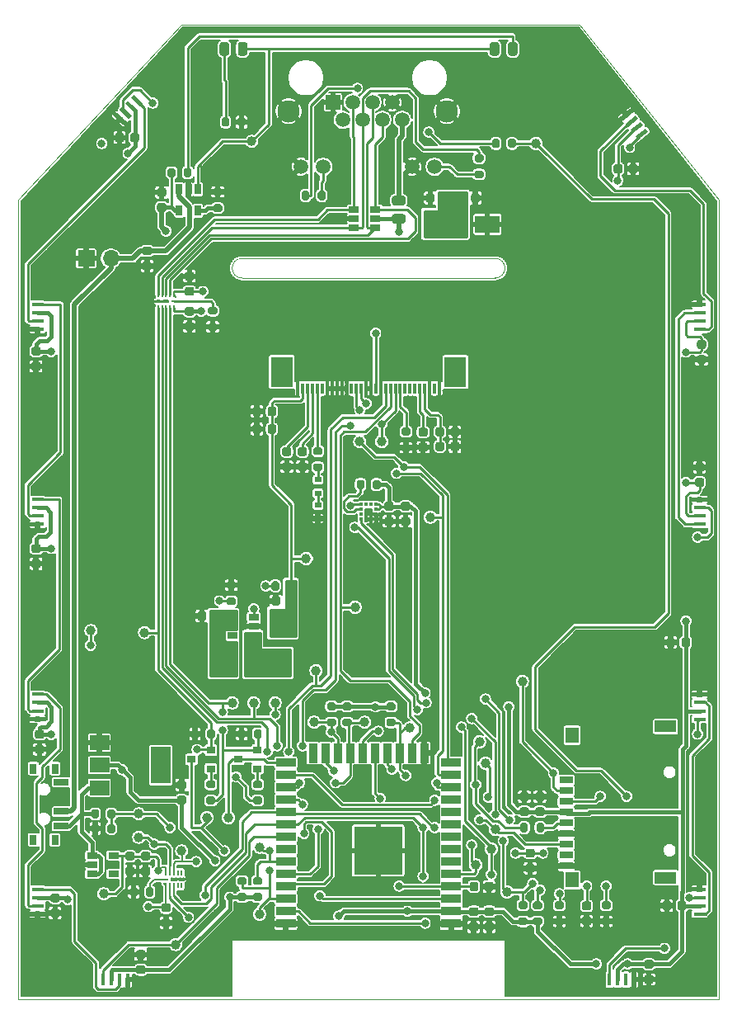
<source format=gbr>
%TF.GenerationSoftware,KiCad,Pcbnew,5.1.10*%
%TF.CreationDate,2021-11-18T13:25:07+01:00*%
%TF.ProjectId,Teebeutel,54656562-6575-4746-956c-2e6b69636164,rev?*%
%TF.SameCoordinates,Original*%
%TF.FileFunction,Copper,L1,Top*%
%TF.FilePolarity,Positive*%
%FSLAX46Y46*%
G04 Gerber Fmt 4.6, Leading zero omitted, Abs format (unit mm)*
G04 Created by KiCad (PCBNEW 5.1.10) date 2021-11-18 13:25:07*
%MOMM*%
%LPD*%
G01*
G04 APERTURE LIST*
%TA.AperFunction,Profile*%
%ADD10C,0.100000*%
%TD*%
%TA.AperFunction,SMDPad,CuDef*%
%ADD11C,1.000000*%
%TD*%
%TA.AperFunction,SMDPad,CuDef*%
%ADD12R,1.060000X0.650000*%
%TD*%
%TA.AperFunction,SMDPad,CuDef*%
%ADD13R,2.500000X1.800000*%
%TD*%
%TA.AperFunction,SMDPad,CuDef*%
%ADD14R,1.400000X0.700000*%
%TD*%
%TA.AperFunction,SMDPad,CuDef*%
%ADD15R,1.400000X1.600000*%
%TD*%
%TA.AperFunction,SMDPad,CuDef*%
%ADD16R,2.200000X1.200000*%
%TD*%
%TA.AperFunction,SMDPad,CuDef*%
%ADD17R,2.300000X3.100000*%
%TD*%
%TA.AperFunction,SMDPad,CuDef*%
%ADD18R,0.300000X1.100000*%
%TD*%
%TA.AperFunction,SMDPad,CuDef*%
%ADD19C,0.100000*%
%TD*%
%TA.AperFunction,SMDPad,CuDef*%
%ADD20R,0.420000X1.300000*%
%TD*%
%TA.AperFunction,SMDPad,CuDef*%
%ADD21R,1.300000X0.420000*%
%TD*%
%TA.AperFunction,ComponentPad*%
%ADD22C,1.500000*%
%TD*%
%TA.AperFunction,ComponentPad*%
%ADD23C,2.300000*%
%TD*%
%TA.AperFunction,ComponentPad*%
%ADD24R,1.500000X1.500000*%
%TD*%
%TA.AperFunction,SMDPad,CuDef*%
%ADD25R,2.000000X1.500000*%
%TD*%
%TA.AperFunction,SMDPad,CuDef*%
%ADD26R,2.000000X3.800000*%
%TD*%
%TA.AperFunction,SMDPad,CuDef*%
%ADD27R,0.650000X1.060000*%
%TD*%
%TA.AperFunction,SMDPad,CuDef*%
%ADD28R,0.250000X0.150000*%
%TD*%
%TA.AperFunction,SMDPad,CuDef*%
%ADD29R,0.600000X0.200000*%
%TD*%
%TA.AperFunction,SMDPad,CuDef*%
%ADD30R,0.200000X0.600000*%
%TD*%
%TA.AperFunction,SMDPad,CuDef*%
%ADD31R,0.900000X0.800000*%
%TD*%
%TA.AperFunction,ComponentPad*%
%ADD32O,1.700000X1.700000*%
%TD*%
%TA.AperFunction,ComponentPad*%
%ADD33R,1.700000X1.700000*%
%TD*%
%TA.AperFunction,SMDPad,CuDef*%
%ADD34R,1.800000X2.500000*%
%TD*%
%TA.AperFunction,SMDPad,CuDef*%
%ADD35R,0.700000X0.600000*%
%TD*%
%TA.AperFunction,SMDPad,CuDef*%
%ADD36R,2.000000X0.900000*%
%TD*%
%TA.AperFunction,SMDPad,CuDef*%
%ADD37R,0.900000X2.000000*%
%TD*%
%TA.AperFunction,SMDPad,CuDef*%
%ADD38R,5.000000X5.000000*%
%TD*%
%TA.AperFunction,SMDPad,CuDef*%
%ADD39R,0.800000X1.000000*%
%TD*%
%TA.AperFunction,SMDPad,CuDef*%
%ADD40R,1.500000X0.700000*%
%TD*%
%TA.AperFunction,SMDPad,CuDef*%
%ADD41R,0.350000X0.375000*%
%TD*%
%TA.AperFunction,SMDPad,CuDef*%
%ADD42R,0.375000X0.350000*%
%TD*%
%TA.AperFunction,ViaPad*%
%ADD43C,0.800000*%
%TD*%
%TA.AperFunction,Conductor*%
%ADD44C,0.400000*%
%TD*%
%TA.AperFunction,Conductor*%
%ADD45C,0.500000*%
%TD*%
%TA.AperFunction,Conductor*%
%ADD46C,0.250000*%
%TD*%
%TA.AperFunction,Conductor*%
%ADD47C,0.200000*%
%TD*%
%TA.AperFunction,Conductor*%
%ADD48C,0.127000*%
%TD*%
%TA.AperFunction,Conductor*%
%ADD49C,0.100000*%
%TD*%
%TA.AperFunction,Conductor*%
%ADD50C,0.254000*%
%TD*%
G04 APERTURE END LIST*
D10*
X133000000Y-76000000D02*
G75*
G02*
X133000000Y-74000000I0J1000000D01*
G01*
X159000000Y-74000000D02*
G75*
G02*
X159000000Y-76000000I0J-1000000D01*
G01*
X133000000Y-74000000D02*
X159000000Y-74000000D01*
X159000000Y-76000000D02*
X133000000Y-76000000D01*
X126800000Y-50000000D02*
X110000000Y-68000000D01*
X167700000Y-50000000D02*
X182000000Y-68000000D01*
X110000000Y-150000000D02*
X182000000Y-150000000D01*
X126800000Y-50000000D02*
X167700000Y-50000000D01*
X110000000Y-150000000D02*
X110000000Y-68000000D01*
X182000000Y-68000000D02*
X182000000Y-150000000D01*
%TO.P,C21,2*%
%TO.N,GND*%
%TA.AperFunction,SMDPad,CuDef*%
G36*
G01*
X162250000Y-129675000D02*
X161750000Y-129675000D01*
G75*
G02*
X161525000Y-129450000I0J225000D01*
G01*
X161525000Y-129000000D01*
G75*
G02*
X161750000Y-128775000I225000J0D01*
G01*
X162250000Y-128775000D01*
G75*
G02*
X162475000Y-129000000I0J-225000D01*
G01*
X162475000Y-129450000D01*
G75*
G02*
X162250000Y-129675000I-225000J0D01*
G01*
G37*
%TD.AperFunction*%
%TO.P,C21,1*%
%TO.N,+3V3*%
%TA.AperFunction,SMDPad,CuDef*%
G36*
G01*
X162250000Y-131225000D02*
X161750000Y-131225000D01*
G75*
G02*
X161525000Y-131000000I0J225000D01*
G01*
X161525000Y-130550000D01*
G75*
G02*
X161750000Y-130325000I225000J0D01*
G01*
X162250000Y-130325000D01*
G75*
G02*
X162475000Y-130550000I0J-225000D01*
G01*
X162475000Y-131000000D01*
G75*
G02*
X162250000Y-131225000I-225000J0D01*
G01*
G37*
%TD.AperFunction*%
%TD*%
%TO.P,C19,2*%
%TO.N,GND*%
%TA.AperFunction,SMDPad,CuDef*%
G36*
G01*
X163850000Y-129675000D02*
X163350000Y-129675000D01*
G75*
G02*
X163125000Y-129450000I0J225000D01*
G01*
X163125000Y-129000000D01*
G75*
G02*
X163350000Y-128775000I225000J0D01*
G01*
X163850000Y-128775000D01*
G75*
G02*
X164075000Y-129000000I0J-225000D01*
G01*
X164075000Y-129450000D01*
G75*
G02*
X163850000Y-129675000I-225000J0D01*
G01*
G37*
%TD.AperFunction*%
%TO.P,C19,1*%
%TO.N,+3V3*%
%TA.AperFunction,SMDPad,CuDef*%
G36*
G01*
X163850000Y-131225000D02*
X163350000Y-131225000D01*
G75*
G02*
X163125000Y-131000000I0J225000D01*
G01*
X163125000Y-130550000D01*
G75*
G02*
X163350000Y-130325000I225000J0D01*
G01*
X163850000Y-130325000D01*
G75*
G02*
X164075000Y-130550000I0J-225000D01*
G01*
X164075000Y-131000000D01*
G75*
G02*
X163850000Y-131225000I-225000J0D01*
G01*
G37*
%TD.AperFunction*%
%TD*%
%TO.P,C4,2*%
%TO.N,+3V3*%
%TA.AperFunction,SMDPad,CuDef*%
G36*
G01*
X158650000Y-141475000D02*
X158150000Y-141475000D01*
G75*
G02*
X157925000Y-141250000I0J225000D01*
G01*
X157925000Y-140800000D01*
G75*
G02*
X158150000Y-140575000I225000J0D01*
G01*
X158650000Y-140575000D01*
G75*
G02*
X158875000Y-140800000I0J-225000D01*
G01*
X158875000Y-141250000D01*
G75*
G02*
X158650000Y-141475000I-225000J0D01*
G01*
G37*
%TD.AperFunction*%
%TO.P,C4,1*%
%TO.N,GND*%
%TA.AperFunction,SMDPad,CuDef*%
G36*
G01*
X158650000Y-143025000D02*
X158150000Y-143025000D01*
G75*
G02*
X157925000Y-142800000I0J225000D01*
G01*
X157925000Y-142350000D01*
G75*
G02*
X158150000Y-142125000I225000J0D01*
G01*
X158650000Y-142125000D01*
G75*
G02*
X158875000Y-142350000I0J-225000D01*
G01*
X158875000Y-142800000D01*
G75*
G02*
X158650000Y-143025000I-225000J0D01*
G01*
G37*
%TD.AperFunction*%
%TD*%
%TO.P,C1,2*%
%TO.N,+3V3*%
%TA.AperFunction,SMDPad,CuDef*%
G36*
G01*
X157050000Y-141475000D02*
X156550000Y-141475000D01*
G75*
G02*
X156325000Y-141250000I0J225000D01*
G01*
X156325000Y-140800000D01*
G75*
G02*
X156550000Y-140575000I225000J0D01*
G01*
X157050000Y-140575000D01*
G75*
G02*
X157275000Y-140800000I0J-225000D01*
G01*
X157275000Y-141250000D01*
G75*
G02*
X157050000Y-141475000I-225000J0D01*
G01*
G37*
%TD.AperFunction*%
%TO.P,C1,1*%
%TO.N,GND*%
%TA.AperFunction,SMDPad,CuDef*%
G36*
G01*
X157050000Y-143025000D02*
X156550000Y-143025000D01*
G75*
G02*
X156325000Y-142800000I0J225000D01*
G01*
X156325000Y-142350000D01*
G75*
G02*
X156550000Y-142125000I225000J0D01*
G01*
X157050000Y-142125000D01*
G75*
G02*
X157275000Y-142350000I0J-225000D01*
G01*
X157275000Y-142800000D01*
G75*
G02*
X157050000Y-143025000I-225000J0D01*
G01*
G37*
%TD.AperFunction*%
%TD*%
%TO.P,R8,2*%
%TO.N,Net-(J1-Pad10)*%
%TA.AperFunction,SMDPad,CuDef*%
G36*
G01*
X140775000Y-67825000D02*
X140775000Y-67275000D01*
G75*
G02*
X140975000Y-67075000I200000J0D01*
G01*
X141375000Y-67075000D01*
G75*
G02*
X141575000Y-67275000I0J-200000D01*
G01*
X141575000Y-67825000D01*
G75*
G02*
X141375000Y-68025000I-200000J0D01*
G01*
X140975000Y-68025000D01*
G75*
G02*
X140775000Y-67825000I0J200000D01*
G01*
G37*
%TD.AperFunction*%
%TO.P,R8,1*%
%TO.N,Net-(J1-Pad5)*%
%TA.AperFunction,SMDPad,CuDef*%
G36*
G01*
X139125000Y-67825000D02*
X139125000Y-67275000D01*
G75*
G02*
X139325000Y-67075000I200000J0D01*
G01*
X139725000Y-67075000D01*
G75*
G02*
X139925000Y-67275000I0J-200000D01*
G01*
X139925000Y-67825000D01*
G75*
G02*
X139725000Y-68025000I-200000J0D01*
G01*
X139325000Y-68025000D01*
G75*
G02*
X139125000Y-67825000I0J200000D01*
G01*
G37*
%TD.AperFunction*%
%TD*%
%TO.P,R6,2*%
%TO.N,Net-(J1-Pad12)*%
%TA.AperFunction,SMDPad,CuDef*%
G36*
G01*
X157075000Y-64975000D02*
X157625000Y-64975000D01*
G75*
G02*
X157825000Y-65175000I0J-200000D01*
G01*
X157825000Y-65575000D01*
G75*
G02*
X157625000Y-65775000I-200000J0D01*
G01*
X157075000Y-65775000D01*
G75*
G02*
X156875000Y-65575000I0J200000D01*
G01*
X156875000Y-65175000D01*
G75*
G02*
X157075000Y-64975000I200000J0D01*
G01*
G37*
%TD.AperFunction*%
%TO.P,R6,1*%
%TO.N,Net-(J1-Pad4)*%
%TA.AperFunction,SMDPad,CuDef*%
G36*
G01*
X157075000Y-63325000D02*
X157625000Y-63325000D01*
G75*
G02*
X157825000Y-63525000I0J-200000D01*
G01*
X157825000Y-63925000D01*
G75*
G02*
X157625000Y-64125000I-200000J0D01*
G01*
X157075000Y-64125000D01*
G75*
G02*
X156875000Y-63925000I0J200000D01*
G01*
X156875000Y-63525000D01*
G75*
G02*
X157075000Y-63325000I200000J0D01*
G01*
G37*
%TD.AperFunction*%
%TD*%
D11*
%TO.P,TP31,1*%
%TO.N,OLED-RES*%
X147350000Y-92800000D03*
%TD*%
%TO.P,TP28,1*%
%TO.N,OLED-SCK*%
X145100000Y-92800000D03*
%TD*%
%TO.P,TP27,1*%
%TO.N,OLED-SDA*%
X152350000Y-100550000D03*
%TD*%
%TO.P,TP9,1*%
%TO.N,RTS*%
X123000000Y-112400000D03*
%TD*%
%TO.P,TP8,1*%
%TO.N,RxD*%
X136400000Y-119600000D03*
%TD*%
%TO.P,TP7,1*%
%TO.N,TxD*%
X134200000Y-119600000D03*
%TD*%
%TO.P,TP6,1*%
%TO.N,DTR*%
X132000000Y-119600000D03*
%TD*%
%TO.P,C24,2*%
%TO.N,+3V3*%
%TA.AperFunction,SMDPad,CuDef*%
G36*
G01*
X127850000Y-79875000D02*
X127350000Y-79875000D01*
G75*
G02*
X127125000Y-79650000I0J225000D01*
G01*
X127125000Y-79200000D01*
G75*
G02*
X127350000Y-78975000I225000J0D01*
G01*
X127850000Y-78975000D01*
G75*
G02*
X128075000Y-79200000I0J-225000D01*
G01*
X128075000Y-79650000D01*
G75*
G02*
X127850000Y-79875000I-225000J0D01*
G01*
G37*
%TD.AperFunction*%
%TO.P,C24,1*%
%TO.N,GND*%
%TA.AperFunction,SMDPad,CuDef*%
G36*
G01*
X127850000Y-81425000D02*
X127350000Y-81425000D01*
G75*
G02*
X127125000Y-81200000I0J225000D01*
G01*
X127125000Y-80750000D01*
G75*
G02*
X127350000Y-80525000I225000J0D01*
G01*
X127850000Y-80525000D01*
G75*
G02*
X128075000Y-80750000I0J-225000D01*
G01*
X128075000Y-81200000D01*
G75*
G02*
X127850000Y-81425000I-225000J0D01*
G01*
G37*
%TD.AperFunction*%
%TD*%
%TO.P,C20,2*%
%TO.N,+5V*%
%TA.AperFunction,SMDPad,CuDef*%
G36*
G01*
X127350000Y-76925000D02*
X127850000Y-76925000D01*
G75*
G02*
X128075000Y-77150000I0J-225000D01*
G01*
X128075000Y-77600000D01*
G75*
G02*
X127850000Y-77825000I-225000J0D01*
G01*
X127350000Y-77825000D01*
G75*
G02*
X127125000Y-77600000I0J225000D01*
G01*
X127125000Y-77150000D01*
G75*
G02*
X127350000Y-76925000I225000J0D01*
G01*
G37*
%TD.AperFunction*%
%TO.P,C20,1*%
%TO.N,GND*%
%TA.AperFunction,SMDPad,CuDef*%
G36*
G01*
X127350000Y-75375000D02*
X127850000Y-75375000D01*
G75*
G02*
X128075000Y-75600000I0J-225000D01*
G01*
X128075000Y-76050000D01*
G75*
G02*
X127850000Y-76275000I-225000J0D01*
G01*
X127350000Y-76275000D01*
G75*
G02*
X127125000Y-76050000I0J225000D01*
G01*
X127125000Y-75600000D01*
G75*
G02*
X127350000Y-75375000I225000J0D01*
G01*
G37*
%TD.AperFunction*%
%TD*%
D12*
%TO.P,U3,5*%
%TO.N,+5V*%
X146700000Y-69900000D03*
%TO.P,U3,6*%
%TO.N,Net-(J1-Pad6)*%
X146700000Y-68950000D03*
%TO.P,U3,4*%
%TO.N,Net-(J1-Pad5)*%
X146700000Y-70850000D03*
%TO.P,U3,3*%
%TO.N,Net-(J1-Pad4)*%
X144500000Y-70850000D03*
%TO.P,U3,2*%
%TO.N,GND*%
X144500000Y-69900000D03*
%TO.P,U3,1*%
%TO.N,Net-(J1-Pad3)*%
X144500000Y-68950000D03*
%TD*%
%TO.P,F1,2*%
%TO.N,+5V*%
%TA.AperFunction,SMDPad,CuDef*%
G36*
G01*
X148643750Y-69450000D02*
X149556250Y-69450000D01*
G75*
G02*
X149800000Y-69693750I0J-243750D01*
G01*
X149800000Y-70181250D01*
G75*
G02*
X149556250Y-70425000I-243750J0D01*
G01*
X148643750Y-70425000D01*
G75*
G02*
X148400000Y-70181250I0J243750D01*
G01*
X148400000Y-69693750D01*
G75*
G02*
X148643750Y-69450000I243750J0D01*
G01*
G37*
%TD.AperFunction*%
%TO.P,F1,1*%
%TO.N,Net-(F1-Pad1)*%
%TA.AperFunction,SMDPad,CuDef*%
G36*
G01*
X148643750Y-67575000D02*
X149556250Y-67575000D01*
G75*
G02*
X149800000Y-67818750I0J-243750D01*
G01*
X149800000Y-68306250D01*
G75*
G02*
X149556250Y-68550000I-243750J0D01*
G01*
X148643750Y-68550000D01*
G75*
G02*
X148400000Y-68306250I0J243750D01*
G01*
X148400000Y-67818750D01*
G75*
G02*
X148643750Y-67575000I243750J0D01*
G01*
G37*
%TD.AperFunction*%
%TD*%
D13*
%TO.P,D11,2*%
%TO.N,GND*%
X158200000Y-70500000D03*
%TO.P,D11,1*%
%TO.N,+5V*%
X154200000Y-70500000D03*
%TD*%
%TO.P,C18,2*%
%TO.N,GND*%
%TA.AperFunction,SMDPad,CuDef*%
G36*
G01*
X156525000Y-68050000D02*
X156525000Y-67550000D01*
G75*
G02*
X156750000Y-67325000I225000J0D01*
G01*
X157200000Y-67325000D01*
G75*
G02*
X157425000Y-67550000I0J-225000D01*
G01*
X157425000Y-68050000D01*
G75*
G02*
X157200000Y-68275000I-225000J0D01*
G01*
X156750000Y-68275000D01*
G75*
G02*
X156525000Y-68050000I0J225000D01*
G01*
G37*
%TD.AperFunction*%
%TO.P,C18,1*%
%TO.N,+5V*%
%TA.AperFunction,SMDPad,CuDef*%
G36*
G01*
X154975000Y-68050000D02*
X154975000Y-67550000D01*
G75*
G02*
X155200000Y-67325000I225000J0D01*
G01*
X155650000Y-67325000D01*
G75*
G02*
X155875000Y-67550000I0J-225000D01*
G01*
X155875000Y-68050000D01*
G75*
G02*
X155650000Y-68275000I-225000J0D01*
G01*
X155200000Y-68275000D01*
G75*
G02*
X154975000Y-68050000I0J225000D01*
G01*
G37*
%TD.AperFunction*%
%TD*%
%TO.P,C15,2*%
%TO.N,GND*%
%TA.AperFunction,SMDPad,CuDef*%
G36*
G01*
X152775000Y-67550000D02*
X152775000Y-68050000D01*
G75*
G02*
X152550000Y-68275000I-225000J0D01*
G01*
X152100000Y-68275000D01*
G75*
G02*
X151875000Y-68050000I0J225000D01*
G01*
X151875000Y-67550000D01*
G75*
G02*
X152100000Y-67325000I225000J0D01*
G01*
X152550000Y-67325000D01*
G75*
G02*
X152775000Y-67550000I0J-225000D01*
G01*
G37*
%TD.AperFunction*%
%TO.P,C15,1*%
%TO.N,+5V*%
%TA.AperFunction,SMDPad,CuDef*%
G36*
G01*
X154325000Y-67550000D02*
X154325000Y-68050000D01*
G75*
G02*
X154100000Y-68275000I-225000J0D01*
G01*
X153650000Y-68275000D01*
G75*
G02*
X153425000Y-68050000I0J225000D01*
G01*
X153425000Y-67550000D01*
G75*
G02*
X153650000Y-67325000I225000J0D01*
G01*
X154100000Y-67325000D01*
G75*
G02*
X154325000Y-67550000I0J-225000D01*
G01*
G37*
%TD.AperFunction*%
%TD*%
D14*
%TO.P,J3,1*%
%TO.N,N/C*%
X166300000Y-127525000D03*
%TO.P,J3,2*%
%TO.N,SD-CS*%
X166300000Y-128625000D03*
%TO.P,J3,3*%
%TO.N,SD-MOSI*%
X166300000Y-129725000D03*
%TO.P,J3,4*%
%TO.N,+3V3*%
X166300000Y-130825000D03*
%TO.P,J3,5*%
%TO.N,Net-(J3-Pad5)*%
X166300000Y-131925000D03*
%TO.P,J3,6*%
%TO.N,GND*%
X166300000Y-133025000D03*
%TO.P,J3,7*%
%TO.N,SD-MISO*%
X166300000Y-134125000D03*
%TO.P,J3,8*%
%TO.N,N/C*%
X166300000Y-135225000D03*
%TO.P,J3,9*%
%TO.N,GND*%
X166300000Y-136325000D03*
D15*
%TO.P,J3,MP1*%
%TO.N,N/C*%
X166900000Y-137775000D03*
%TO.P,J3,MP2*%
X166900000Y-122925000D03*
D16*
%TO.P,J3,MP3*%
X176500000Y-137525000D03*
%TO.P,J3,MP4*%
X176500000Y-122025000D03*
%TD*%
D17*
%TO.P,J4,MP*%
%TO.N,N/C*%
X137080000Y-85650000D03*
X154920000Y-85650000D03*
D18*
%TO.P,J4,30*%
%TO.N,GND*%
X138750000Y-87350000D03*
%TO.P,J4,29*%
%TO.N,VPP*%
X139250000Y-87350000D03*
%TO.P,J4,28*%
%TO.N,Net-(C33-Pad1)*%
X139750000Y-87350000D03*
%TO.P,J4,27*%
%TO.N,Net-(C30-Pad1)*%
X140250000Y-87350000D03*
%TO.P,J4,26*%
%TO.N,Net-(J4-Pad26)*%
X140750000Y-87350000D03*
%TO.P,J4,25*%
%TO.N,N/C*%
X141250000Y-87350000D03*
%TO.P,J4,24*%
%TO.N,GND*%
X141750000Y-87350000D03*
%TO.P,J4,23*%
X142250000Y-87350000D03*
%TO.P,J4,22*%
X142750000Y-87350000D03*
%TO.P,J4,21*%
X143250000Y-87350000D03*
%TO.P,J4,20*%
X143750000Y-87350000D03*
%TO.P,J4,19*%
%TO.N,N/C*%
X144250000Y-87350000D03*
%TO.P,J4,18*%
%TO.N,OLED-SDA*%
X144750000Y-87350000D03*
%TO.P,J4,17*%
%TO.N,OLED-SCK*%
X145250000Y-87350000D03*
%TO.P,J4,16*%
%TO.N,GND*%
X145750000Y-87350000D03*
%TO.P,J4,15*%
X146250000Y-87350000D03*
%TO.P,J4,14*%
%TO.N,+3V3*%
X146750000Y-87350000D03*
%TO.P,J4,13*%
%TO.N,GND*%
X147250000Y-87350000D03*
%TO.P,J4,12*%
%TO.N,OLED-CS*%
X147750000Y-87350000D03*
%TO.P,J4,11*%
%TO.N,OLED-DC*%
X148250000Y-87350000D03*
%TO.P,J4,10*%
%TO.N,OLED-RES*%
X148750000Y-87350000D03*
%TO.P,J4,9*%
%TO.N,Net-(J4-Pad9)*%
X149250000Y-87350000D03*
%TO.P,J4,8*%
%TO.N,N/C*%
X149750000Y-87350000D03*
%TO.P,J4,7*%
X150250000Y-87350000D03*
%TO.P,J4,6*%
X150750000Y-87350000D03*
%TO.P,J4,5*%
%TO.N,Net-(C28-Pad1)*%
X151250000Y-87350000D03*
%TO.P,J4,4*%
%TO.N,Net-(C31-Pad1)*%
X151750000Y-87350000D03*
%TO.P,J4,3*%
%TO.N,GND*%
X152250000Y-87350000D03*
%TO.P,J4,2*%
%TO.N,N/C*%
X152750000Y-87350000D03*
%TO.P,J4,1*%
%TO.N,GND*%
X153250000Y-87350000D03*
%TD*%
%TA.AperFunction,SMDPad,CuDef*%
D19*
%TO.P,D13,1*%
%TO.N,Net-(D10-Pad3)*%
G36*
X122533062Y-58396405D02*
G01*
X121582302Y-57509807D01*
X121868742Y-57202639D01*
X122819502Y-58089237D01*
X122533062Y-58396405D01*
G37*
%TD.AperFunction*%
%TA.AperFunction,SMDPad,CuDef*%
%TO.P,D13,2*%
%TO.N,+3V3*%
G36*
X121953363Y-59018056D02*
G01*
X121002603Y-58131458D01*
X121289043Y-57824290D01*
X122239803Y-58710888D01*
X121953363Y-59018056D01*
G37*
%TD.AperFunction*%
%TA.AperFunction,SMDPad,CuDef*%
%TO.P,D13,3*%
%TO.N,Net-(D1-Pad1)*%
G36*
X121373664Y-59639707D02*
G01*
X120422904Y-58753109D01*
X120709344Y-58445941D01*
X121660104Y-59332539D01*
X121373664Y-59639707D01*
G37*
%TD.AperFunction*%
%TA.AperFunction,SMDPad,CuDef*%
%TO.P,D13,4*%
%TO.N,GND*%
G36*
X120793966Y-60261357D02*
G01*
X119843206Y-59374759D01*
X120129646Y-59067591D01*
X121080406Y-59954189D01*
X120793966Y-60261357D01*
G37*
%TD.AperFunction*%
%TD*%
D20*
%TO.P,D12,1*%
%TO.N,Net-(D12-Pad1)*%
X170725000Y-148000000D03*
%TO.P,D12,2*%
%TO.N,+3V3*%
X171575000Y-148000000D03*
%TO.P,D12,3*%
%TO.N,N/C*%
X172425000Y-148000000D03*
%TO.P,D12,4*%
%TO.N,GND*%
X173275000Y-148000000D03*
%TD*%
D21*
%TO.P,D10,1*%
%TO.N,Net-(D10-Pad1)*%
X112000000Y-78725000D03*
%TO.P,D10,2*%
%TO.N,+3V3*%
X112000000Y-79575000D03*
%TO.P,D10,3*%
%TO.N,Net-(D10-Pad3)*%
X112000000Y-80425000D03*
%TO.P,D10,4*%
%TO.N,GND*%
X112000000Y-81275000D03*
%TD*%
%TO.P,D9,1*%
%TO.N,Net-(D7-Pad3)*%
X180000000Y-141275000D03*
%TO.P,D9,2*%
%TO.N,+3V3*%
X180000000Y-140425000D03*
%TO.P,D9,3*%
%TO.N,Net-(D12-Pad1)*%
X180000000Y-139575000D03*
%TO.P,D9,4*%
%TO.N,GND*%
X180000000Y-138725000D03*
%TD*%
%TO.P,D8,1*%
%TO.N,Net-(D6-Pad3)*%
X112000000Y-98725000D03*
%TO.P,D8,2*%
%TO.N,+3V3*%
X112000000Y-99575000D03*
%TO.P,D8,3*%
%TO.N,Net-(D10-Pad1)*%
X112000000Y-100425000D03*
%TO.P,D8,4*%
%TO.N,GND*%
X112000000Y-101275000D03*
%TD*%
%TO.P,D7,1*%
%TO.N,Net-(D5-Pad3)*%
X180000000Y-121275000D03*
%TO.P,D7,2*%
%TO.N,+3V3*%
X180000000Y-120425000D03*
%TO.P,D7,3*%
%TO.N,Net-(D7-Pad3)*%
X180000000Y-119575000D03*
%TO.P,D7,4*%
%TO.N,GND*%
X180000000Y-118725000D03*
%TD*%
%TO.P,D6,1*%
%TO.N,Net-(D4-Pad3)*%
X112000000Y-118725000D03*
%TO.P,D6,2*%
%TO.N,+3V3*%
X112000000Y-119575000D03*
%TO.P,D6,3*%
%TO.N,Net-(D6-Pad3)*%
X112000000Y-120425000D03*
%TO.P,D6,4*%
%TO.N,GND*%
X112000000Y-121275000D03*
%TD*%
%TO.P,D5,1*%
%TO.N,Net-(D3-Pad3)*%
X180000000Y-101275000D03*
%TO.P,D5,2*%
%TO.N,+3V3*%
X180000000Y-100425000D03*
%TO.P,D5,3*%
%TO.N,Net-(D5-Pad3)*%
X180000000Y-99575000D03*
%TO.P,D5,4*%
%TO.N,GND*%
X180000000Y-98725000D03*
%TD*%
%TO.P,D4,1*%
%TO.N,Net-(D2-Pad3)*%
X112000000Y-138725000D03*
%TO.P,D4,2*%
%TO.N,+3V3*%
X112000000Y-139575000D03*
%TO.P,D4,3*%
%TO.N,Net-(D4-Pad3)*%
X112000000Y-140425000D03*
%TO.P,D4,4*%
%TO.N,GND*%
X112000000Y-141275000D03*
%TD*%
%TO.P,D3,1*%
%TO.N,Net-(D1-Pad3)*%
X180000000Y-81275000D03*
%TO.P,D3,2*%
%TO.N,+3V3*%
X180000000Y-80425000D03*
%TO.P,D3,3*%
%TO.N,Net-(D3-Pad3)*%
X180000000Y-79575000D03*
%TO.P,D3,4*%
%TO.N,GND*%
X180000000Y-78725000D03*
%TD*%
D20*
%TO.P,D2,1*%
%TO.N,WS2812*%
X118725000Y-148000000D03*
%TO.P,D2,2*%
%TO.N,+3V3*%
X119575000Y-148000000D03*
%TO.P,D2,3*%
%TO.N,Net-(D2-Pad3)*%
X120425000Y-148000000D03*
%TO.P,D2,4*%
%TO.N,GND*%
X121275000Y-148000000D03*
%TD*%
%TA.AperFunction,SMDPad,CuDef*%
D19*
%TO.P,D1,1*%
%TO.N,Net-(D1-Pad1)*%
G36*
X173441675Y-61480627D02*
G01*
X174459065Y-60671358D01*
X174720521Y-61000053D01*
X173703131Y-61809322D01*
X173441675Y-61480627D01*
G37*
%TD.AperFunction*%
%TA.AperFunction,SMDPad,CuDef*%
%TO.P,D1,2*%
%TO.N,+3V3*%
G36*
X172912538Y-60815410D02*
G01*
X173929928Y-60006141D01*
X174191384Y-60334836D01*
X173173994Y-61144105D01*
X172912538Y-60815410D01*
G37*
%TD.AperFunction*%
%TA.AperFunction,SMDPad,CuDef*%
%TO.P,D1,3*%
%TO.N,Net-(D1-Pad3)*%
G36*
X172383400Y-60150193D02*
G01*
X173400790Y-59340924D01*
X173662246Y-59669619D01*
X172644856Y-60478888D01*
X172383400Y-60150193D01*
G37*
%TD.AperFunction*%
%TA.AperFunction,SMDPad,CuDef*%
%TO.P,D1,4*%
%TO.N,GND*%
G36*
X171854263Y-59484976D02*
G01*
X172871653Y-58675707D01*
X173133109Y-59004402D01*
X172115719Y-59813671D01*
X171854263Y-59484976D01*
G37*
%TD.AperFunction*%
%TD*%
D11*
%TO.P,TP21,1*%
%TO.N,IR-TX*%
X163200000Y-62200000D03*
%TD*%
%TO.P,R25,2*%
%TO.N,IR-TX*%
%TA.AperFunction,SMDPad,CuDef*%
G36*
G01*
X160325000Y-62475000D02*
X160325000Y-61925000D01*
G75*
G02*
X160525000Y-61725000I200000J0D01*
G01*
X160925000Y-61725000D01*
G75*
G02*
X161125000Y-61925000I0J-200000D01*
G01*
X161125000Y-62475000D01*
G75*
G02*
X160925000Y-62675000I-200000J0D01*
G01*
X160525000Y-62675000D01*
G75*
G02*
X160325000Y-62475000I0J200000D01*
G01*
G37*
%TD.AperFunction*%
%TO.P,R25,1*%
%TO.N,Net-(D18-Pad2)*%
%TA.AperFunction,SMDPad,CuDef*%
G36*
G01*
X158675000Y-62475000D02*
X158675000Y-61925000D01*
G75*
G02*
X158875000Y-61725000I200000J0D01*
G01*
X159275000Y-61725000D01*
G75*
G02*
X159475000Y-61925000I0J-200000D01*
G01*
X159475000Y-62475000D01*
G75*
G02*
X159275000Y-62675000I-200000J0D01*
G01*
X158875000Y-62675000D01*
G75*
G02*
X158675000Y-62475000I0J200000D01*
G01*
G37*
%TD.AperFunction*%
%TD*%
%TO.P,TP22,1*%
%TO.N,IR-RX*%
X157000000Y-136250000D03*
%TD*%
D22*
%TO.P,J1,12*%
%TO.N,Net-(J1-Pad12)*%
X152770000Y-64590000D03*
%TO.P,J1,11*%
%TO.N,GND*%
X150480000Y-64590000D03*
%TO.P,J1,10*%
%TO.N,Net-(J1-Pad10)*%
X141340000Y-64590000D03*
%TO.P,J1,9*%
%TO.N,GND*%
X139050000Y-64590000D03*
D23*
%TO.P,J1,SH*%
X137780000Y-58880000D03*
X154040000Y-58880000D03*
D22*
%TO.P,J1,8*%
%TO.N,Net-(F1-Pad1)*%
X149462000Y-59770000D03*
%TO.P,J1,6*%
%TO.N,Net-(J1-Pad6)*%
X147430000Y-59770000D03*
%TO.P,J1,4*%
%TO.N,Net-(J1-Pad4)*%
X145398000Y-59770000D03*
%TO.P,J1,2*%
%TO.N,Net-(F1-Pad1)*%
X143366000Y-59770000D03*
%TO.P,J1,7*%
%TO.N,GND*%
X148446000Y-57990000D03*
%TO.P,J1,5*%
%TO.N,Net-(J1-Pad5)*%
X146414000Y-57990000D03*
%TO.P,J1,3*%
%TO.N,Net-(J1-Pad3)*%
X144382000Y-57990000D03*
D24*
%TO.P,J1,1*%
%TO.N,GND*%
X142350000Y-57990000D03*
%TD*%
%TO.P,D15,2*%
%TO.N,Net-(D14-Pad1)*%
%TA.AperFunction,SMDPad,CuDef*%
G36*
G01*
X132580000Y-52956250D02*
X132580000Y-52043750D01*
G75*
G02*
X132823750Y-51800000I243750J0D01*
G01*
X133311250Y-51800000D01*
G75*
G02*
X133555000Y-52043750I0J-243750D01*
G01*
X133555000Y-52956250D01*
G75*
G02*
X133311250Y-53200000I-243750J0D01*
G01*
X132823750Y-53200000D01*
G75*
G02*
X132580000Y-52956250I0J243750D01*
G01*
G37*
%TD.AperFunction*%
%TO.P,D15,1*%
%TO.N,Net-(D15-Pad1)*%
%TA.AperFunction,SMDPad,CuDef*%
G36*
G01*
X130705000Y-52956250D02*
X130705000Y-52043750D01*
G75*
G02*
X130948750Y-51800000I243750J0D01*
G01*
X131436250Y-51800000D01*
G75*
G02*
X131680000Y-52043750I0J-243750D01*
G01*
X131680000Y-52956250D01*
G75*
G02*
X131436250Y-53200000I-243750J0D01*
G01*
X130948750Y-53200000D01*
G75*
G02*
X130705000Y-52956250I0J243750D01*
G01*
G37*
%TD.AperFunction*%
%TD*%
%TO.P,D14,2*%
%TO.N,Net-(D14-Pad2)*%
%TA.AperFunction,SMDPad,CuDef*%
G36*
G01*
X160320000Y-52956250D02*
X160320000Y-52043750D01*
G75*
G02*
X160563750Y-51800000I243750J0D01*
G01*
X161051250Y-51800000D01*
G75*
G02*
X161295000Y-52043750I0J-243750D01*
G01*
X161295000Y-52956250D01*
G75*
G02*
X161051250Y-53200000I-243750J0D01*
G01*
X160563750Y-53200000D01*
G75*
G02*
X160320000Y-52956250I0J243750D01*
G01*
G37*
%TD.AperFunction*%
%TO.P,D14,1*%
%TO.N,Net-(D14-Pad1)*%
%TA.AperFunction,SMDPad,CuDef*%
G36*
G01*
X158445000Y-52956250D02*
X158445000Y-52043750D01*
G75*
G02*
X158688750Y-51800000I243750J0D01*
G01*
X159176250Y-51800000D01*
G75*
G02*
X159420000Y-52043750I0J-243750D01*
G01*
X159420000Y-52956250D01*
G75*
G02*
X159176250Y-53200000I-243750J0D01*
G01*
X158688750Y-53200000D01*
G75*
G02*
X158445000Y-52956250I0J243750D01*
G01*
G37*
%TD.AperFunction*%
%TD*%
%TO.P,R11,2*%
%TO.N,SD-SCK*%
%TA.AperFunction,SMDPad,CuDef*%
G36*
G01*
X162375000Y-132125000D02*
X162375000Y-132675000D01*
G75*
G02*
X162175000Y-132875000I-200000J0D01*
G01*
X161775000Y-132875000D01*
G75*
G02*
X161575000Y-132675000I0J200000D01*
G01*
X161575000Y-132125000D01*
G75*
G02*
X161775000Y-131925000I200000J0D01*
G01*
X162175000Y-131925000D01*
G75*
G02*
X162375000Y-132125000I0J-200000D01*
G01*
G37*
%TD.AperFunction*%
%TO.P,R11,1*%
%TO.N,Net-(J3-Pad5)*%
%TA.AperFunction,SMDPad,CuDef*%
G36*
G01*
X164025000Y-132125000D02*
X164025000Y-132675000D01*
G75*
G02*
X163825000Y-132875000I-200000J0D01*
G01*
X163425000Y-132875000D01*
G75*
G02*
X163225000Y-132675000I0J200000D01*
G01*
X163225000Y-132125000D01*
G75*
G02*
X163425000Y-131925000I200000J0D01*
G01*
X163825000Y-131925000D01*
G75*
G02*
X164025000Y-132125000I0J-200000D01*
G01*
G37*
%TD.AperFunction*%
%TD*%
%TO.P,R26,2*%
%TO.N,GND*%
%TA.AperFunction,SMDPad,CuDef*%
G36*
G01*
X122275000Y-138725000D02*
X122275000Y-139275000D01*
G75*
G02*
X122075000Y-139475000I-200000J0D01*
G01*
X121675000Y-139475000D01*
G75*
G02*
X121475000Y-139275000I0J200000D01*
G01*
X121475000Y-138725000D01*
G75*
G02*
X121675000Y-138525000I200000J0D01*
G01*
X122075000Y-138525000D01*
G75*
G02*
X122275000Y-138725000I0J-200000D01*
G01*
G37*
%TD.AperFunction*%
%TO.P,R26,1*%
%TO.N,Net-(R26-Pad1)*%
%TA.AperFunction,SMDPad,CuDef*%
G36*
G01*
X123925000Y-138725000D02*
X123925000Y-139275000D01*
G75*
G02*
X123725000Y-139475000I-200000J0D01*
G01*
X123325000Y-139475000D01*
G75*
G02*
X123125000Y-139275000I0J200000D01*
G01*
X123125000Y-138725000D01*
G75*
G02*
X123325000Y-138525000I200000J0D01*
G01*
X123725000Y-138525000D01*
G75*
G02*
X123925000Y-138725000I0J-200000D01*
G01*
G37*
%TD.AperFunction*%
%TD*%
D12*
%TO.P,U8,5*%
%TO.N,+1V8*%
X119800000Y-135250000D03*
%TO.P,U8,4*%
%TO.N,N/C*%
X119800000Y-137150000D03*
%TO.P,U8,3*%
%TO.N,+BATT*%
X117600000Y-137150000D03*
%TO.P,U8,2*%
%TO.N,GND*%
X117600000Y-136200000D03*
%TO.P,U8,1*%
%TO.N,+BATT*%
X117600000Y-135250000D03*
%TD*%
D25*
%TO.P,U11,1*%
%TO.N,GND*%
X118350000Y-123700000D03*
%TO.P,U11,3*%
%TO.N,+BATT*%
X118350000Y-128300000D03*
%TO.P,U11,2*%
%TO.N,+3V3*%
X118350000Y-126000000D03*
D26*
%TO.P,U11,4*%
%TO.N,N/C*%
X124650000Y-126000000D03*
%TD*%
D12*
%TO.P,U10,5*%
%TO.N,+3V3*%
X132000000Y-111750000D03*
%TO.P,U10,6*%
%TO.N,N/C*%
X132000000Y-112700000D03*
%TO.P,U10,4*%
%TO.N,+3V3*%
X132000000Y-110800000D03*
%TO.P,U10,3*%
%TO.N,Net-(R28-Pad1)*%
X134200000Y-110800000D03*
%TO.P,U10,2*%
%TO.N,GND*%
X134200000Y-111750000D03*
%TO.P,U10,1*%
%TO.N,Net-(D19-Pad2)*%
X134200000Y-112700000D03*
%TD*%
D27*
%TO.P,U5,5*%
%TO.N,Net-(R13-Pad1)*%
X128450000Y-69100000D03*
%TO.P,U5,4*%
%TO.N,+5V*%
X126550000Y-69100000D03*
%TO.P,U5,3*%
%TO.N,Net-(C26-Pad1)*%
X126550000Y-66900000D03*
%TO.P,U5,2*%
%TO.N,GND*%
X127500000Y-66900000D03*
%TO.P,U5,1*%
%TO.N,Net-(D14-Pad1)*%
X128450000Y-66900000D03*
%TD*%
D28*
%TO.P,U9,1*%
%TO.N,+3V3*%
X125025000Y-138125000D03*
D29*
%TO.P,U9,12*%
%TO.N,Net-(R26-Pad1)*%
X125200000Y-137700000D03*
D30*
%TO.P,U9,11*%
%TO.N,+1V8*%
X125200000Y-137050000D03*
%TO.P,U9,10*%
%TO.N,Net-(TP24-Pad1)*%
X125600000Y-137050000D03*
%TO.P,U9,9*%
%TO.N,Net-(TP25-Pad1)*%
X126000000Y-137050000D03*
%TO.P,U9,8*%
%TO.N,N/C*%
X126400000Y-137050000D03*
%TO.P,U9,7*%
X126800000Y-137050000D03*
D29*
%TO.P,U9,6*%
%TO.N,GND*%
X126800000Y-137700000D03*
D30*
%TO.P,U9,5*%
%TO.N,N/C*%
X126800000Y-138350000D03*
%TO.P,U9,4*%
X126400000Y-138350000D03*
%TO.P,U9,3*%
%TO.N,I2C-SCL*%
X126000000Y-138350000D03*
%TO.P,U9,2*%
%TO.N,I2C-SDA*%
X125600000Y-138350000D03*
%TO.P,U9,1*%
%TO.N,+3V3*%
X125200000Y-138350000D03*
%TD*%
D28*
%TO.P,U4,1*%
%TO.N,+5V*%
X126175000Y-77975000D03*
D29*
%TO.P,U4,12*%
%TO.N,Net-(R7-Pad1)*%
X126000000Y-78400000D03*
D30*
%TO.P,U4,11*%
%TO.N,+3V3*%
X126000000Y-79050000D03*
%TO.P,U4,10*%
%TO.N,DTR*%
X125600000Y-79050000D03*
%TO.P,U4,9*%
%TO.N,TxD*%
X125200000Y-79050000D03*
%TO.P,U4,8*%
%TO.N,RxD*%
X124800000Y-79050000D03*
%TO.P,U4,7*%
%TO.N,RTS*%
X124400000Y-79050000D03*
D29*
%TO.P,U4,6*%
%TO.N,GND*%
X124400000Y-78400000D03*
D30*
%TO.P,U4,5*%
%TO.N,Net-(J1-Pad3)*%
X124400000Y-77750000D03*
%TO.P,U4,4*%
%TO.N,Net-(J1-Pad4)*%
X124800000Y-77750000D03*
%TO.P,U4,3*%
%TO.N,Net-(J1-Pad5)*%
X125200000Y-77750000D03*
%TO.P,U4,2*%
%TO.N,Net-(J1-Pad6)*%
X125600000Y-77750000D03*
%TO.P,U4,1*%
%TO.N,+5V*%
X126000000Y-77750000D03*
%TD*%
D11*
%TO.P,TP32,1*%
%TO.N,+3V3*%
X117500000Y-112200000D03*
%TD*%
%TO.P,TP30,1*%
%TO.N,OLED-DC*%
X144600000Y-109800000D03*
%TD*%
%TO.P,TP29,1*%
%TO.N,OLED-CS*%
X140600000Y-116300000D03*
%TD*%
%TO.P,TP26,1*%
%TO.N,VPP*%
X139600000Y-104800000D03*
%TD*%
%TO.P,TP23,1*%
%TO.N,+1V8*%
X118800000Y-139200000D03*
%TD*%
%TO.P,TP20,1*%
%TO.N,ADC-BAT*%
X122400000Y-131000000D03*
%TD*%
%TO.P,TP17,1*%
%TO.N,Net-(D14-Pad1)*%
X134000000Y-62000000D03*
%TD*%
%TO.P,TP10,1*%
%TO.N,SD-SCK*%
X157400000Y-123600000D03*
%TD*%
%TO.P,TP16,1*%
%TO.N,SD-MOSI*%
X158000000Y-125800000D03*
%TD*%
%TO.P,TP14,1*%
%TO.N,SD-MISO*%
X159000000Y-132600000D03*
%TD*%
%TO.P,TP13,1*%
%TO.N,SD-CS*%
X161800000Y-117400000D03*
%TD*%
%TO.P,TP25,1*%
%TO.N,Net-(TP25-Pad1)*%
X126800000Y-134800000D03*
%TD*%
%TO.P,TP24,1*%
%TO.N,Net-(TP24-Pad1)*%
X122400000Y-133400000D03*
%TD*%
%TO.P,TP5,1*%
%TO.N,I2C-SCL*%
X158600000Y-134600000D03*
%TD*%
%TO.P,TP4,1*%
%TO.N,I2C-SDA*%
X160200000Y-139000000D03*
%TD*%
%TO.P,TP19,1*%
%TO.N,BTN_RIGHT*%
X134800000Y-141300000D03*
%TD*%
%TO.P,TP18,1*%
%TO.N,BTN_PUSH*%
X150200000Y-122200000D03*
%TD*%
%TO.P,TP15,1*%
%TO.N,BTN_UP*%
X145600000Y-121600000D03*
%TD*%
%TO.P,TP12,1*%
%TO.N,BTN_LEFT*%
X134800000Y-134400000D03*
%TD*%
%TO.P,TP11,1*%
%TO.N,BTN_DOWN*%
X140400000Y-121600000D03*
%TD*%
%TO.P,TP3,1*%
%TO.N,Net-(Q2-Pad3)*%
X131600000Y-131400000D03*
%TD*%
%TO.P,TP2,1*%
%TO.N,WS2812*%
X126200000Y-144400000D03*
%TD*%
%TO.P,TP1,1*%
%TO.N,Net-(Q1-Pad3)*%
X129400000Y-131400000D03*
%TD*%
%TO.P,R29,2*%
%TO.N,GND*%
%TA.AperFunction,SMDPad,CuDef*%
G36*
G01*
X132175000Y-107925000D02*
X131625000Y-107925000D01*
G75*
G02*
X131425000Y-107725000I0J200000D01*
G01*
X131425000Y-107325000D01*
G75*
G02*
X131625000Y-107125000I200000J0D01*
G01*
X132175000Y-107125000D01*
G75*
G02*
X132375000Y-107325000I0J-200000D01*
G01*
X132375000Y-107725000D01*
G75*
G02*
X132175000Y-107925000I-200000J0D01*
G01*
G37*
%TD.AperFunction*%
%TO.P,R29,1*%
%TO.N,Net-(R28-Pad1)*%
%TA.AperFunction,SMDPad,CuDef*%
G36*
G01*
X132175000Y-109575000D02*
X131625000Y-109575000D01*
G75*
G02*
X131425000Y-109375000I0J200000D01*
G01*
X131425000Y-108975000D01*
G75*
G02*
X131625000Y-108775000I200000J0D01*
G01*
X132175000Y-108775000D01*
G75*
G02*
X132375000Y-108975000I0J-200000D01*
G01*
X132375000Y-109375000D01*
G75*
G02*
X132175000Y-109575000I-200000J0D01*
G01*
G37*
%TD.AperFunction*%
%TD*%
%TO.P,R28,2*%
%TO.N,VPP*%
%TA.AperFunction,SMDPad,CuDef*%
G36*
G01*
X137675000Y-107875000D02*
X137675000Y-107325000D01*
G75*
G02*
X137875000Y-107125000I200000J0D01*
G01*
X138275000Y-107125000D01*
G75*
G02*
X138475000Y-107325000I0J-200000D01*
G01*
X138475000Y-107875000D01*
G75*
G02*
X138275000Y-108075000I-200000J0D01*
G01*
X137875000Y-108075000D01*
G75*
G02*
X137675000Y-107875000I0J200000D01*
G01*
G37*
%TD.AperFunction*%
%TO.P,R28,1*%
%TO.N,Net-(R28-Pad1)*%
%TA.AperFunction,SMDPad,CuDef*%
G36*
G01*
X136025000Y-107875000D02*
X136025000Y-107325000D01*
G75*
G02*
X136225000Y-107125000I200000J0D01*
G01*
X136625000Y-107125000D01*
G75*
G02*
X136825000Y-107325000I0J-200000D01*
G01*
X136825000Y-107875000D01*
G75*
G02*
X136625000Y-108075000I-200000J0D01*
G01*
X136225000Y-108075000D01*
G75*
G02*
X136025000Y-107875000I0J200000D01*
G01*
G37*
%TD.AperFunction*%
%TD*%
%TO.P,R27,2*%
%TO.N,GND*%
%TA.AperFunction,SMDPad,CuDef*%
G36*
G01*
X149575000Y-93025000D02*
X150125000Y-93025000D01*
G75*
G02*
X150325000Y-93225000I0J-200000D01*
G01*
X150325000Y-93625000D01*
G75*
G02*
X150125000Y-93825000I-200000J0D01*
G01*
X149575000Y-93825000D01*
G75*
G02*
X149375000Y-93625000I0J200000D01*
G01*
X149375000Y-93225000D01*
G75*
G02*
X149575000Y-93025000I200000J0D01*
G01*
G37*
%TD.AperFunction*%
%TO.P,R27,1*%
%TO.N,Net-(J4-Pad9)*%
%TA.AperFunction,SMDPad,CuDef*%
G36*
G01*
X149575000Y-91375000D02*
X150125000Y-91375000D01*
G75*
G02*
X150325000Y-91575000I0J-200000D01*
G01*
X150325000Y-91975000D01*
G75*
G02*
X150125000Y-92175000I-200000J0D01*
G01*
X149575000Y-92175000D01*
G75*
G02*
X149375000Y-91975000I0J200000D01*
G01*
X149375000Y-91575000D01*
G75*
G02*
X149575000Y-91375000I200000J0D01*
G01*
G37*
%TD.AperFunction*%
%TD*%
%TO.P,R24,2*%
%TO.N,Net-(J4-Pad26)*%
%TA.AperFunction,SMDPad,CuDef*%
G36*
G01*
X141075000Y-94175000D02*
X140525000Y-94175000D01*
G75*
G02*
X140325000Y-93975000I0J200000D01*
G01*
X140325000Y-93575000D01*
G75*
G02*
X140525000Y-93375000I200000J0D01*
G01*
X141075000Y-93375000D01*
G75*
G02*
X141275000Y-93575000I0J-200000D01*
G01*
X141275000Y-93975000D01*
G75*
G02*
X141075000Y-94175000I-200000J0D01*
G01*
G37*
%TD.AperFunction*%
%TO.P,R24,1*%
%TO.N,Net-(D16-Pad2)*%
%TA.AperFunction,SMDPad,CuDef*%
G36*
G01*
X141075000Y-95825000D02*
X140525000Y-95825000D01*
G75*
G02*
X140325000Y-95625000I0J200000D01*
G01*
X140325000Y-95225000D01*
G75*
G02*
X140525000Y-95025000I200000J0D01*
G01*
X141075000Y-95025000D01*
G75*
G02*
X141275000Y-95225000I0J-200000D01*
G01*
X141275000Y-95625000D01*
G75*
G02*
X141075000Y-95825000I-200000J0D01*
G01*
G37*
%TD.AperFunction*%
%TD*%
%TO.P,R21,2*%
%TO.N,GND*%
%TA.AperFunction,SMDPad,CuDef*%
G36*
G01*
X118325000Y-132225000D02*
X118325000Y-132775000D01*
G75*
G02*
X118125000Y-132975000I-200000J0D01*
G01*
X117725000Y-132975000D01*
G75*
G02*
X117525000Y-132775000I0J200000D01*
G01*
X117525000Y-132225000D01*
G75*
G02*
X117725000Y-132025000I200000J0D01*
G01*
X118125000Y-132025000D01*
G75*
G02*
X118325000Y-132225000I0J-200000D01*
G01*
G37*
%TD.AperFunction*%
%TO.P,R21,1*%
%TO.N,ADC-BAT*%
%TA.AperFunction,SMDPad,CuDef*%
G36*
G01*
X119975000Y-132225000D02*
X119975000Y-132775000D01*
G75*
G02*
X119775000Y-132975000I-200000J0D01*
G01*
X119375000Y-132975000D01*
G75*
G02*
X119175000Y-132775000I0J200000D01*
G01*
X119175000Y-132225000D01*
G75*
G02*
X119375000Y-132025000I200000J0D01*
G01*
X119775000Y-132025000D01*
G75*
G02*
X119975000Y-132225000I0J-200000D01*
G01*
G37*
%TD.AperFunction*%
%TD*%
%TO.P,R20,2*%
%TO.N,ADC-BAT*%
%TA.AperFunction,SMDPad,CuDef*%
G36*
G01*
X119175000Y-131275000D02*
X119175000Y-130725000D01*
G75*
G02*
X119375000Y-130525000I200000J0D01*
G01*
X119775000Y-130525000D01*
G75*
G02*
X119975000Y-130725000I0J-200000D01*
G01*
X119975000Y-131275000D01*
G75*
G02*
X119775000Y-131475000I-200000J0D01*
G01*
X119375000Y-131475000D01*
G75*
G02*
X119175000Y-131275000I0J200000D01*
G01*
G37*
%TD.AperFunction*%
%TO.P,R20,1*%
%TO.N,+BATT*%
%TA.AperFunction,SMDPad,CuDef*%
G36*
G01*
X117525000Y-131275000D02*
X117525000Y-130725000D01*
G75*
G02*
X117725000Y-130525000I200000J0D01*
G01*
X118125000Y-130525000D01*
G75*
G02*
X118325000Y-130725000I0J-200000D01*
G01*
X118325000Y-131275000D01*
G75*
G02*
X118125000Y-131475000I-200000J0D01*
G01*
X117725000Y-131475000D01*
G75*
G02*
X117525000Y-131275000I0J200000D01*
G01*
G37*
%TD.AperFunction*%
%TD*%
%TO.P,R18,2*%
%TO.N,GND*%
%TA.AperFunction,SMDPad,CuDef*%
G36*
G01*
X132555000Y-60275000D02*
X132555000Y-59725000D01*
G75*
G02*
X132755000Y-59525000I200000J0D01*
G01*
X133155000Y-59525000D01*
G75*
G02*
X133355000Y-59725000I0J-200000D01*
G01*
X133355000Y-60275000D01*
G75*
G02*
X133155000Y-60475000I-200000J0D01*
G01*
X132755000Y-60475000D01*
G75*
G02*
X132555000Y-60275000I0J200000D01*
G01*
G37*
%TD.AperFunction*%
%TO.P,R18,1*%
%TO.N,Net-(D15-Pad1)*%
%TA.AperFunction,SMDPad,CuDef*%
G36*
G01*
X130905000Y-60275000D02*
X130905000Y-59725000D01*
G75*
G02*
X131105000Y-59525000I200000J0D01*
G01*
X131505000Y-59525000D01*
G75*
G02*
X131705000Y-59725000I0J-200000D01*
G01*
X131705000Y-60275000D01*
G75*
G02*
X131505000Y-60475000I-200000J0D01*
G01*
X131105000Y-60475000D01*
G75*
G02*
X130905000Y-60275000I0J200000D01*
G01*
G37*
%TD.AperFunction*%
%TD*%
%TO.P,R16,2*%
%TO.N,Net-(D14-Pad2)*%
%TA.AperFunction,SMDPad,CuDef*%
G36*
G01*
X127025000Y-65475000D02*
X127025000Y-64925000D01*
G75*
G02*
X127225000Y-64725000I200000J0D01*
G01*
X127625000Y-64725000D01*
G75*
G02*
X127825000Y-64925000I0J-200000D01*
G01*
X127825000Y-65475000D01*
G75*
G02*
X127625000Y-65675000I-200000J0D01*
G01*
X127225000Y-65675000D01*
G75*
G02*
X127025000Y-65475000I0J200000D01*
G01*
G37*
%TD.AperFunction*%
%TO.P,R16,1*%
%TO.N,+5V*%
%TA.AperFunction,SMDPad,CuDef*%
G36*
G01*
X125375000Y-65475000D02*
X125375000Y-64925000D01*
G75*
G02*
X125575000Y-64725000I200000J0D01*
G01*
X125975000Y-64725000D01*
G75*
G02*
X126175000Y-64925000I0J-200000D01*
G01*
X126175000Y-65475000D01*
G75*
G02*
X125975000Y-65675000I-200000J0D01*
G01*
X125575000Y-65675000D01*
G75*
G02*
X125375000Y-65475000I0J200000D01*
G01*
G37*
%TD.AperFunction*%
%TD*%
%TO.P,R23,2*%
%TO.N,GND*%
%TA.AperFunction,SMDPad,CuDef*%
G36*
G01*
X170125000Y-141625000D02*
X170675000Y-141625000D01*
G75*
G02*
X170875000Y-141825000I0J-200000D01*
G01*
X170875000Y-142225000D01*
G75*
G02*
X170675000Y-142425000I-200000J0D01*
G01*
X170125000Y-142425000D01*
G75*
G02*
X169925000Y-142225000I0J200000D01*
G01*
X169925000Y-141825000D01*
G75*
G02*
X170125000Y-141625000I200000J0D01*
G01*
G37*
%TD.AperFunction*%
%TO.P,R23,1*%
%TO.N,Net-(R23-Pad1)*%
%TA.AperFunction,SMDPad,CuDef*%
G36*
G01*
X170125000Y-139975000D02*
X170675000Y-139975000D01*
G75*
G02*
X170875000Y-140175000I0J-200000D01*
G01*
X170875000Y-140575000D01*
G75*
G02*
X170675000Y-140775000I-200000J0D01*
G01*
X170125000Y-140775000D01*
G75*
G02*
X169925000Y-140575000I0J200000D01*
G01*
X169925000Y-140175000D01*
G75*
G02*
X170125000Y-139975000I200000J0D01*
G01*
G37*
%TD.AperFunction*%
%TD*%
%TO.P,R13,2*%
%TO.N,GND*%
%TA.AperFunction,SMDPad,CuDef*%
G36*
G01*
X130775000Y-67575000D02*
X130225000Y-67575000D01*
G75*
G02*
X130025000Y-67375000I0J200000D01*
G01*
X130025000Y-66975000D01*
G75*
G02*
X130225000Y-66775000I200000J0D01*
G01*
X130775000Y-66775000D01*
G75*
G02*
X130975000Y-66975000I0J-200000D01*
G01*
X130975000Y-67375000D01*
G75*
G02*
X130775000Y-67575000I-200000J0D01*
G01*
G37*
%TD.AperFunction*%
%TO.P,R13,1*%
%TO.N,Net-(R13-Pad1)*%
%TA.AperFunction,SMDPad,CuDef*%
G36*
G01*
X130775000Y-69225000D02*
X130225000Y-69225000D01*
G75*
G02*
X130025000Y-69025000I0J200000D01*
G01*
X130025000Y-68625000D01*
G75*
G02*
X130225000Y-68425000I200000J0D01*
G01*
X130775000Y-68425000D01*
G75*
G02*
X130975000Y-68625000I0J-200000D01*
G01*
X130975000Y-69025000D01*
G75*
G02*
X130775000Y-69225000I-200000J0D01*
G01*
G37*
%TD.AperFunction*%
%TD*%
%TO.P,R10,2*%
%TO.N,I2C-SCL*%
%TA.AperFunction,SMDPad,CuDef*%
G36*
G01*
X163625000Y-140775000D02*
X163075000Y-140775000D01*
G75*
G02*
X162875000Y-140575000I0J200000D01*
G01*
X162875000Y-140175000D01*
G75*
G02*
X163075000Y-139975000I200000J0D01*
G01*
X163625000Y-139975000D01*
G75*
G02*
X163825000Y-140175000I0J-200000D01*
G01*
X163825000Y-140575000D01*
G75*
G02*
X163625000Y-140775000I-200000J0D01*
G01*
G37*
%TD.AperFunction*%
%TO.P,R10,1*%
%TO.N,+3V3*%
%TA.AperFunction,SMDPad,CuDef*%
G36*
G01*
X163625000Y-142425000D02*
X163075000Y-142425000D01*
G75*
G02*
X162875000Y-142225000I0J200000D01*
G01*
X162875000Y-141825000D01*
G75*
G02*
X163075000Y-141625000I200000J0D01*
G01*
X163625000Y-141625000D01*
G75*
G02*
X163825000Y-141825000I0J-200000D01*
G01*
X163825000Y-142225000D01*
G75*
G02*
X163625000Y-142425000I-200000J0D01*
G01*
G37*
%TD.AperFunction*%
%TD*%
%TO.P,R12,2*%
%TO.N,GND*%
%TA.AperFunction,SMDPad,CuDef*%
G36*
G01*
X165325000Y-141625000D02*
X165875000Y-141625000D01*
G75*
G02*
X166075000Y-141825000I0J-200000D01*
G01*
X166075000Y-142225000D01*
G75*
G02*
X165875000Y-142425000I-200000J0D01*
G01*
X165325000Y-142425000D01*
G75*
G02*
X165125000Y-142225000I0J200000D01*
G01*
X165125000Y-141825000D01*
G75*
G02*
X165325000Y-141625000I200000J0D01*
G01*
G37*
%TD.AperFunction*%
%TO.P,R12,1*%
%TO.N,Net-(R12-Pad1)*%
%TA.AperFunction,SMDPad,CuDef*%
G36*
G01*
X165325000Y-139975000D02*
X165875000Y-139975000D01*
G75*
G02*
X166075000Y-140175000I0J-200000D01*
G01*
X166075000Y-140575000D01*
G75*
G02*
X165875000Y-140775000I-200000J0D01*
G01*
X165325000Y-140775000D01*
G75*
G02*
X165125000Y-140575000I0J200000D01*
G01*
X165125000Y-140175000D01*
G75*
G02*
X165325000Y-139975000I200000J0D01*
G01*
G37*
%TD.AperFunction*%
%TD*%
%TO.P,R9,2*%
%TO.N,I2C-SDA*%
%TA.AperFunction,SMDPad,CuDef*%
G36*
G01*
X162125000Y-140775000D02*
X161575000Y-140775000D01*
G75*
G02*
X161375000Y-140575000I0J200000D01*
G01*
X161375000Y-140175000D01*
G75*
G02*
X161575000Y-139975000I200000J0D01*
G01*
X162125000Y-139975000D01*
G75*
G02*
X162325000Y-140175000I0J-200000D01*
G01*
X162325000Y-140575000D01*
G75*
G02*
X162125000Y-140775000I-200000J0D01*
G01*
G37*
%TD.AperFunction*%
%TO.P,R9,1*%
%TO.N,+3V3*%
%TA.AperFunction,SMDPad,CuDef*%
G36*
G01*
X162125000Y-142425000D02*
X161575000Y-142425000D01*
G75*
G02*
X161375000Y-142225000I0J200000D01*
G01*
X161375000Y-141825000D01*
G75*
G02*
X161575000Y-141625000I200000J0D01*
G01*
X162125000Y-141625000D01*
G75*
G02*
X162325000Y-141825000I0J-200000D01*
G01*
X162325000Y-142225000D01*
G75*
G02*
X162125000Y-142425000I-200000J0D01*
G01*
G37*
%TD.AperFunction*%
%TD*%
%TO.P,R22,2*%
%TO.N,BTN_RIGHT*%
%TA.AperFunction,SMDPad,CuDef*%
G36*
G01*
X133275000Y-138275000D02*
X132725000Y-138275000D01*
G75*
G02*
X132525000Y-138075000I0J200000D01*
G01*
X132525000Y-137675000D01*
G75*
G02*
X132725000Y-137475000I200000J0D01*
G01*
X133275000Y-137475000D01*
G75*
G02*
X133475000Y-137675000I0J-200000D01*
G01*
X133475000Y-138075000D01*
G75*
G02*
X133275000Y-138275000I-200000J0D01*
G01*
G37*
%TD.AperFunction*%
%TO.P,R22,1*%
%TO.N,+3V3*%
%TA.AperFunction,SMDPad,CuDef*%
G36*
G01*
X133275000Y-139925000D02*
X132725000Y-139925000D01*
G75*
G02*
X132525000Y-139725000I0J200000D01*
G01*
X132525000Y-139325000D01*
G75*
G02*
X132725000Y-139125000I200000J0D01*
G01*
X133275000Y-139125000D01*
G75*
G02*
X133475000Y-139325000I0J-200000D01*
G01*
X133475000Y-139725000D01*
G75*
G02*
X133275000Y-139925000I-200000J0D01*
G01*
G37*
%TD.AperFunction*%
%TD*%
%TO.P,R19,2*%
%TO.N,BTN_PUSH*%
%TA.AperFunction,SMDPad,CuDef*%
G36*
G01*
X148025000Y-121225000D02*
X148575000Y-121225000D01*
G75*
G02*
X148775000Y-121425000I0J-200000D01*
G01*
X148775000Y-121825000D01*
G75*
G02*
X148575000Y-122025000I-200000J0D01*
G01*
X148025000Y-122025000D01*
G75*
G02*
X147825000Y-121825000I0J200000D01*
G01*
X147825000Y-121425000D01*
G75*
G02*
X148025000Y-121225000I200000J0D01*
G01*
G37*
%TD.AperFunction*%
%TO.P,R19,1*%
%TO.N,+3V3*%
%TA.AperFunction,SMDPad,CuDef*%
G36*
G01*
X148025000Y-119575000D02*
X148575000Y-119575000D01*
G75*
G02*
X148775000Y-119775000I0J-200000D01*
G01*
X148775000Y-120175000D01*
G75*
G02*
X148575000Y-120375000I-200000J0D01*
G01*
X148025000Y-120375000D01*
G75*
G02*
X147825000Y-120175000I0J200000D01*
G01*
X147825000Y-119775000D01*
G75*
G02*
X148025000Y-119575000I200000J0D01*
G01*
G37*
%TD.AperFunction*%
%TD*%
%TO.P,R17,2*%
%TO.N,BTN_UP*%
%TA.AperFunction,SMDPad,CuDef*%
G36*
G01*
X143525000Y-121225000D02*
X144075000Y-121225000D01*
G75*
G02*
X144275000Y-121425000I0J-200000D01*
G01*
X144275000Y-121825000D01*
G75*
G02*
X144075000Y-122025000I-200000J0D01*
G01*
X143525000Y-122025000D01*
G75*
G02*
X143325000Y-121825000I0J200000D01*
G01*
X143325000Y-121425000D01*
G75*
G02*
X143525000Y-121225000I200000J0D01*
G01*
G37*
%TD.AperFunction*%
%TO.P,R17,1*%
%TO.N,+3V3*%
%TA.AperFunction,SMDPad,CuDef*%
G36*
G01*
X143525000Y-119575000D02*
X144075000Y-119575000D01*
G75*
G02*
X144275000Y-119775000I0J-200000D01*
G01*
X144275000Y-120175000D01*
G75*
G02*
X144075000Y-120375000I-200000J0D01*
G01*
X143525000Y-120375000D01*
G75*
G02*
X143325000Y-120175000I0J200000D01*
G01*
X143325000Y-119775000D01*
G75*
G02*
X143525000Y-119575000I200000J0D01*
G01*
G37*
%TD.AperFunction*%
%TD*%
%TO.P,R15,2*%
%TO.N,BTN_LEFT*%
%TA.AperFunction,SMDPad,CuDef*%
G36*
G01*
X134875000Y-138275000D02*
X134325000Y-138275000D01*
G75*
G02*
X134125000Y-138075000I0J200000D01*
G01*
X134125000Y-137675000D01*
G75*
G02*
X134325000Y-137475000I200000J0D01*
G01*
X134875000Y-137475000D01*
G75*
G02*
X135075000Y-137675000I0J-200000D01*
G01*
X135075000Y-138075000D01*
G75*
G02*
X134875000Y-138275000I-200000J0D01*
G01*
G37*
%TD.AperFunction*%
%TO.P,R15,1*%
%TO.N,+3V3*%
%TA.AperFunction,SMDPad,CuDef*%
G36*
G01*
X134875000Y-139925000D02*
X134325000Y-139925000D01*
G75*
G02*
X134125000Y-139725000I0J200000D01*
G01*
X134125000Y-139325000D01*
G75*
G02*
X134325000Y-139125000I200000J0D01*
G01*
X134875000Y-139125000D01*
G75*
G02*
X135075000Y-139325000I0J-200000D01*
G01*
X135075000Y-139725000D01*
G75*
G02*
X134875000Y-139925000I-200000J0D01*
G01*
G37*
%TD.AperFunction*%
%TD*%
%TO.P,R7,2*%
%TO.N,GND*%
%TA.AperFunction,SMDPad,CuDef*%
G36*
G01*
X129725000Y-80625000D02*
X130275000Y-80625000D01*
G75*
G02*
X130475000Y-80825000I0J-200000D01*
G01*
X130475000Y-81225000D01*
G75*
G02*
X130275000Y-81425000I-200000J0D01*
G01*
X129725000Y-81425000D01*
G75*
G02*
X129525000Y-81225000I0J200000D01*
G01*
X129525000Y-80825000D01*
G75*
G02*
X129725000Y-80625000I200000J0D01*
G01*
G37*
%TD.AperFunction*%
%TO.P,R7,1*%
%TO.N,Net-(R7-Pad1)*%
%TA.AperFunction,SMDPad,CuDef*%
G36*
G01*
X129725000Y-78975000D02*
X130275000Y-78975000D01*
G75*
G02*
X130475000Y-79175000I0J-200000D01*
G01*
X130475000Y-79575000D01*
G75*
G02*
X130275000Y-79775000I-200000J0D01*
G01*
X129725000Y-79775000D01*
G75*
G02*
X129525000Y-79575000I0J200000D01*
G01*
X129525000Y-79175000D01*
G75*
G02*
X129725000Y-78975000I200000J0D01*
G01*
G37*
%TD.AperFunction*%
%TD*%
%TO.P,R14,2*%
%TO.N,BTN_DOWN*%
%TA.AperFunction,SMDPad,CuDef*%
G36*
G01*
X141925000Y-121225000D02*
X142475000Y-121225000D01*
G75*
G02*
X142675000Y-121425000I0J-200000D01*
G01*
X142675000Y-121825000D01*
G75*
G02*
X142475000Y-122025000I-200000J0D01*
G01*
X141925000Y-122025000D01*
G75*
G02*
X141725000Y-121825000I0J200000D01*
G01*
X141725000Y-121425000D01*
G75*
G02*
X141925000Y-121225000I200000J0D01*
G01*
G37*
%TD.AperFunction*%
%TO.P,R14,1*%
%TO.N,+3V3*%
%TA.AperFunction,SMDPad,CuDef*%
G36*
G01*
X141925000Y-119575000D02*
X142475000Y-119575000D01*
G75*
G02*
X142675000Y-119775000I0J-200000D01*
G01*
X142675000Y-120175000D01*
G75*
G02*
X142475000Y-120375000I-200000J0D01*
G01*
X141925000Y-120375000D01*
G75*
G02*
X141725000Y-120175000I0J200000D01*
G01*
X141725000Y-119775000D01*
G75*
G02*
X141925000Y-119575000I200000J0D01*
G01*
G37*
%TD.AperFunction*%
%TD*%
%TO.P,R5,2*%
%TO.N,RTS*%
%TA.AperFunction,SMDPad,CuDef*%
G36*
G01*
X134325000Y-129225000D02*
X134875000Y-129225000D01*
G75*
G02*
X135075000Y-129425000I0J-200000D01*
G01*
X135075000Y-129825000D01*
G75*
G02*
X134875000Y-130025000I-200000J0D01*
G01*
X134325000Y-130025000D01*
G75*
G02*
X134125000Y-129825000I0J200000D01*
G01*
X134125000Y-129425000D01*
G75*
G02*
X134325000Y-129225000I200000J0D01*
G01*
G37*
%TD.AperFunction*%
%TO.P,R5,1*%
%TO.N,Net-(Q2-Pad1)*%
%TA.AperFunction,SMDPad,CuDef*%
G36*
G01*
X134325000Y-127575000D02*
X134875000Y-127575000D01*
G75*
G02*
X135075000Y-127775000I0J-200000D01*
G01*
X135075000Y-128175000D01*
G75*
G02*
X134875000Y-128375000I-200000J0D01*
G01*
X134325000Y-128375000D01*
G75*
G02*
X134125000Y-128175000I0J200000D01*
G01*
X134125000Y-127775000D01*
G75*
G02*
X134325000Y-127575000I200000J0D01*
G01*
G37*
%TD.AperFunction*%
%TD*%
%TO.P,R4,2*%
%TO.N,DTR*%
%TA.AperFunction,SMDPad,CuDef*%
G36*
G01*
X129525000Y-129225000D02*
X130075000Y-129225000D01*
G75*
G02*
X130275000Y-129425000I0J-200000D01*
G01*
X130275000Y-129825000D01*
G75*
G02*
X130075000Y-130025000I-200000J0D01*
G01*
X129525000Y-130025000D01*
G75*
G02*
X129325000Y-129825000I0J200000D01*
G01*
X129325000Y-129425000D01*
G75*
G02*
X129525000Y-129225000I200000J0D01*
G01*
G37*
%TD.AperFunction*%
%TO.P,R4,1*%
%TO.N,Net-(Q1-Pad1)*%
%TA.AperFunction,SMDPad,CuDef*%
G36*
G01*
X129525000Y-127575000D02*
X130075000Y-127575000D01*
G75*
G02*
X130275000Y-127775000I0J-200000D01*
G01*
X130275000Y-128175000D01*
G75*
G02*
X130075000Y-128375000I-200000J0D01*
G01*
X129525000Y-128375000D01*
G75*
G02*
X129325000Y-128175000I0J200000D01*
G01*
X129325000Y-127775000D01*
G75*
G02*
X129525000Y-127575000I200000J0D01*
G01*
G37*
%TD.AperFunction*%
%TD*%
%TO.P,R3,2*%
%TO.N,DTR*%
%TA.AperFunction,SMDPad,CuDef*%
G36*
G01*
X134225000Y-123075000D02*
X134225000Y-122525000D01*
G75*
G02*
X134425000Y-122325000I200000J0D01*
G01*
X134825000Y-122325000D01*
G75*
G02*
X135025000Y-122525000I0J-200000D01*
G01*
X135025000Y-123075000D01*
G75*
G02*
X134825000Y-123275000I-200000J0D01*
G01*
X134425000Y-123275000D01*
G75*
G02*
X134225000Y-123075000I0J200000D01*
G01*
G37*
%TD.AperFunction*%
%TO.P,R3,1*%
%TO.N,GND*%
%TA.AperFunction,SMDPad,CuDef*%
G36*
G01*
X132575000Y-123075000D02*
X132575000Y-122525000D01*
G75*
G02*
X132775000Y-122325000I200000J0D01*
G01*
X133175000Y-122325000D01*
G75*
G02*
X133375000Y-122525000I0J-200000D01*
G01*
X133375000Y-123075000D01*
G75*
G02*
X133175000Y-123275000I-200000J0D01*
G01*
X132775000Y-123275000D01*
G75*
G02*
X132575000Y-123075000I0J200000D01*
G01*
G37*
%TD.AperFunction*%
%TD*%
%TO.P,R2,2*%
%TO.N,RTS*%
%TA.AperFunction,SMDPad,CuDef*%
G36*
G01*
X129425000Y-123075000D02*
X129425000Y-122525000D01*
G75*
G02*
X129625000Y-122325000I200000J0D01*
G01*
X130025000Y-122325000D01*
G75*
G02*
X130225000Y-122525000I0J-200000D01*
G01*
X130225000Y-123075000D01*
G75*
G02*
X130025000Y-123275000I-200000J0D01*
G01*
X129625000Y-123275000D01*
G75*
G02*
X129425000Y-123075000I0J200000D01*
G01*
G37*
%TD.AperFunction*%
%TO.P,R2,1*%
%TO.N,GND*%
%TA.AperFunction,SMDPad,CuDef*%
G36*
G01*
X127775000Y-123075000D02*
X127775000Y-122525000D01*
G75*
G02*
X127975000Y-122325000I200000J0D01*
G01*
X128375000Y-122325000D01*
G75*
G02*
X128575000Y-122525000I0J-200000D01*
G01*
X128575000Y-123075000D01*
G75*
G02*
X128375000Y-123275000I-200000J0D01*
G01*
X127975000Y-123275000D01*
G75*
G02*
X127775000Y-123075000I0J200000D01*
G01*
G37*
%TD.AperFunction*%
%TD*%
%TO.P,R1,2*%
%TO.N,Net-(R1-Pad2)*%
%TA.AperFunction,SMDPad,CuDef*%
G36*
G01*
X145575000Y-96925000D02*
X145575000Y-97475000D01*
G75*
G02*
X145375000Y-97675000I-200000J0D01*
G01*
X144975000Y-97675000D01*
G75*
G02*
X144775000Y-97475000I0J200000D01*
G01*
X144775000Y-96925000D01*
G75*
G02*
X144975000Y-96725000I200000J0D01*
G01*
X145375000Y-96725000D01*
G75*
G02*
X145575000Y-96925000I0J-200000D01*
G01*
G37*
%TD.AperFunction*%
%TO.P,R1,1*%
%TO.N,+3V3*%
%TA.AperFunction,SMDPad,CuDef*%
G36*
G01*
X147225000Y-96925000D02*
X147225000Y-97475000D01*
G75*
G02*
X147025000Y-97675000I-200000J0D01*
G01*
X146625000Y-97675000D01*
G75*
G02*
X146425000Y-97475000I0J200000D01*
G01*
X146425000Y-96925000D01*
G75*
G02*
X146625000Y-96725000I200000J0D01*
G01*
X147025000Y-96725000D01*
G75*
G02*
X147225000Y-96925000I0J-200000D01*
G01*
G37*
%TD.AperFunction*%
%TD*%
D31*
%TO.P,Q2,3*%
%TO.N,Net-(Q2-Pad3)*%
X132600000Y-125400000D03*
%TO.P,Q2,2*%
%TO.N,DTR*%
X134600000Y-124450000D03*
%TO.P,Q2,1*%
%TO.N,Net-(Q2-Pad1)*%
X134600000Y-126350000D03*
%TD*%
%TO.P,Q1,3*%
%TO.N,Net-(Q1-Pad3)*%
X127800000Y-125400000D03*
%TO.P,Q1,2*%
%TO.N,RTS*%
X129800000Y-124450000D03*
%TO.P,Q1,1*%
%TO.N,Net-(Q1-Pad1)*%
X129800000Y-126350000D03*
%TD*%
%TO.P,L1,2*%
%TO.N,Net-(D19-Pad2)*%
%TA.AperFunction,SMDPad,CuDef*%
G36*
G01*
X133525000Y-116475000D02*
X133525000Y-114325000D01*
G75*
G02*
X133775000Y-114075000I250000J0D01*
G01*
X134525000Y-114075000D01*
G75*
G02*
X134775000Y-114325000I0J-250000D01*
G01*
X134775000Y-116475000D01*
G75*
G02*
X134525000Y-116725000I-250000J0D01*
G01*
X133775000Y-116725000D01*
G75*
G02*
X133525000Y-116475000I0J250000D01*
G01*
G37*
%TD.AperFunction*%
%TO.P,L1,1*%
%TO.N,+3V3*%
%TA.AperFunction,SMDPad,CuDef*%
G36*
G01*
X130725000Y-116475000D02*
X130725000Y-114325000D01*
G75*
G02*
X130975000Y-114075000I250000J0D01*
G01*
X131725000Y-114075000D01*
G75*
G02*
X131975000Y-114325000I0J-250000D01*
G01*
X131975000Y-116475000D01*
G75*
G02*
X131725000Y-116725000I-250000J0D01*
G01*
X130975000Y-116725000D01*
G75*
G02*
X130725000Y-116475000I0J250000D01*
G01*
G37*
%TD.AperFunction*%
%TD*%
D32*
%TO.P,J2,2*%
%TO.N,Net-(C26-Pad1)*%
X119540000Y-74000000D03*
D33*
%TO.P,J2,1*%
%TO.N,GND*%
X117000000Y-74000000D03*
%TD*%
D34*
%TO.P,D19,2*%
%TO.N,Net-(D19-Pad2)*%
X137000000Y-115450000D03*
%TO.P,D19,1*%
%TO.N,VPP*%
X137000000Y-111450000D03*
%TD*%
D35*
%TO.P,D17,1*%
%TO.N,GND*%
X140800000Y-100700000D03*
%TO.P,D17,2*%
%TO.N,Net-(D16-Pad1)*%
X140800000Y-99300000D03*
%TD*%
%TO.P,D16,1*%
%TO.N,Net-(D16-Pad1)*%
X140800000Y-98100000D03*
%TO.P,D16,2*%
%TO.N,Net-(D16-Pad2)*%
X140800000Y-96700000D03*
%TD*%
%TO.P,C40,2*%
%TO.N,GND*%
%TA.AperFunction,SMDPad,CuDef*%
G36*
G01*
X124950000Y-141725000D02*
X125450000Y-141725000D01*
G75*
G02*
X125675000Y-141950000I0J-225000D01*
G01*
X125675000Y-142400000D01*
G75*
G02*
X125450000Y-142625000I-225000J0D01*
G01*
X124950000Y-142625000D01*
G75*
G02*
X124725000Y-142400000I0J225000D01*
G01*
X124725000Y-141950000D01*
G75*
G02*
X124950000Y-141725000I225000J0D01*
G01*
G37*
%TD.AperFunction*%
%TO.P,C40,1*%
%TO.N,+3V3*%
%TA.AperFunction,SMDPad,CuDef*%
G36*
G01*
X124950000Y-140175000D02*
X125450000Y-140175000D01*
G75*
G02*
X125675000Y-140400000I0J-225000D01*
G01*
X125675000Y-140850000D01*
G75*
G02*
X125450000Y-141075000I-225000J0D01*
G01*
X124950000Y-141075000D01*
G75*
G02*
X124725000Y-140850000I0J225000D01*
G01*
X124725000Y-140400000D01*
G75*
G02*
X124950000Y-140175000I225000J0D01*
G01*
G37*
%TD.AperFunction*%
%TD*%
%TO.P,C39,2*%
%TO.N,GND*%
%TA.AperFunction,SMDPad,CuDef*%
G36*
G01*
X136925000Y-108900000D02*
X136925000Y-109400000D01*
G75*
G02*
X136700000Y-109625000I-225000J0D01*
G01*
X136250000Y-109625000D01*
G75*
G02*
X136025000Y-109400000I0J225000D01*
G01*
X136025000Y-108900000D01*
G75*
G02*
X136250000Y-108675000I225000J0D01*
G01*
X136700000Y-108675000D01*
G75*
G02*
X136925000Y-108900000I0J-225000D01*
G01*
G37*
%TD.AperFunction*%
%TO.P,C39,1*%
%TO.N,VPP*%
%TA.AperFunction,SMDPad,CuDef*%
G36*
G01*
X138475000Y-108900000D02*
X138475000Y-109400000D01*
G75*
G02*
X138250000Y-109625000I-225000J0D01*
G01*
X137800000Y-109625000D01*
G75*
G02*
X137575000Y-109400000I0J225000D01*
G01*
X137575000Y-108900000D01*
G75*
G02*
X137800000Y-108675000I225000J0D01*
G01*
X138250000Y-108675000D01*
G75*
G02*
X138475000Y-108900000I0J-225000D01*
G01*
G37*
%TD.AperFunction*%
%TD*%
%TO.P,C38,2*%
%TO.N,GND*%
%TA.AperFunction,SMDPad,CuDef*%
G36*
G01*
X127050000Y-128475000D02*
X126550000Y-128475000D01*
G75*
G02*
X126325000Y-128250000I0J225000D01*
G01*
X126325000Y-127800000D01*
G75*
G02*
X126550000Y-127575000I225000J0D01*
G01*
X127050000Y-127575000D01*
G75*
G02*
X127275000Y-127800000I0J-225000D01*
G01*
X127275000Y-128250000D01*
G75*
G02*
X127050000Y-128475000I-225000J0D01*
G01*
G37*
%TD.AperFunction*%
%TO.P,C38,1*%
%TO.N,+3V3*%
%TA.AperFunction,SMDPad,CuDef*%
G36*
G01*
X127050000Y-130025000D02*
X126550000Y-130025000D01*
G75*
G02*
X126325000Y-129800000I0J225000D01*
G01*
X126325000Y-129350000D01*
G75*
G02*
X126550000Y-129125000I225000J0D01*
G01*
X127050000Y-129125000D01*
G75*
G02*
X127275000Y-129350000I0J-225000D01*
G01*
X127275000Y-129800000D01*
G75*
G02*
X127050000Y-130025000I-225000J0D01*
G01*
G37*
%TD.AperFunction*%
%TD*%
%TO.P,C37,2*%
%TO.N,GND*%
%TA.AperFunction,SMDPad,CuDef*%
G36*
G01*
X122850000Y-136425000D02*
X123350000Y-136425000D01*
G75*
G02*
X123575000Y-136650000I0J-225000D01*
G01*
X123575000Y-137100000D01*
G75*
G02*
X123350000Y-137325000I-225000J0D01*
G01*
X122850000Y-137325000D01*
G75*
G02*
X122625000Y-137100000I0J225000D01*
G01*
X122625000Y-136650000D01*
G75*
G02*
X122850000Y-136425000I225000J0D01*
G01*
G37*
%TD.AperFunction*%
%TO.P,C37,1*%
%TO.N,+1V8*%
%TA.AperFunction,SMDPad,CuDef*%
G36*
G01*
X122850000Y-134875000D02*
X123350000Y-134875000D01*
G75*
G02*
X123575000Y-135100000I0J-225000D01*
G01*
X123575000Y-135550000D01*
G75*
G02*
X123350000Y-135775000I-225000J0D01*
G01*
X122850000Y-135775000D01*
G75*
G02*
X122625000Y-135550000I0J225000D01*
G01*
X122625000Y-135100000D01*
G75*
G02*
X122850000Y-134875000I225000J0D01*
G01*
G37*
%TD.AperFunction*%
%TD*%
%TO.P,C36,2*%
%TO.N,GND*%
%TA.AperFunction,SMDPad,CuDef*%
G36*
G01*
X129325000Y-110450000D02*
X129325000Y-110950000D01*
G75*
G02*
X129100000Y-111175000I-225000J0D01*
G01*
X128650000Y-111175000D01*
G75*
G02*
X128425000Y-110950000I0J225000D01*
G01*
X128425000Y-110450000D01*
G75*
G02*
X128650000Y-110225000I225000J0D01*
G01*
X129100000Y-110225000D01*
G75*
G02*
X129325000Y-110450000I0J-225000D01*
G01*
G37*
%TD.AperFunction*%
%TO.P,C36,1*%
%TO.N,+3V3*%
%TA.AperFunction,SMDPad,CuDef*%
G36*
G01*
X130875000Y-110450000D02*
X130875000Y-110950000D01*
G75*
G02*
X130650000Y-111175000I-225000J0D01*
G01*
X130200000Y-111175000D01*
G75*
G02*
X129975000Y-110950000I0J225000D01*
G01*
X129975000Y-110450000D01*
G75*
G02*
X130200000Y-110225000I225000J0D01*
G01*
X130650000Y-110225000D01*
G75*
G02*
X130875000Y-110450000I0J-225000D01*
G01*
G37*
%TD.AperFunction*%
%TD*%
%TO.P,C35,2*%
%TO.N,GND*%
%TA.AperFunction,SMDPad,CuDef*%
G36*
G01*
X121250000Y-136425000D02*
X121750000Y-136425000D01*
G75*
G02*
X121975000Y-136650000I0J-225000D01*
G01*
X121975000Y-137100000D01*
G75*
G02*
X121750000Y-137325000I-225000J0D01*
G01*
X121250000Y-137325000D01*
G75*
G02*
X121025000Y-137100000I0J225000D01*
G01*
X121025000Y-136650000D01*
G75*
G02*
X121250000Y-136425000I225000J0D01*
G01*
G37*
%TD.AperFunction*%
%TO.P,C35,1*%
%TO.N,+1V8*%
%TA.AperFunction,SMDPad,CuDef*%
G36*
G01*
X121250000Y-134875000D02*
X121750000Y-134875000D01*
G75*
G02*
X121975000Y-135100000I0J-225000D01*
G01*
X121975000Y-135550000D01*
G75*
G02*
X121750000Y-135775000I-225000J0D01*
G01*
X121250000Y-135775000D01*
G75*
G02*
X121025000Y-135550000I0J225000D01*
G01*
X121025000Y-135100000D01*
G75*
G02*
X121250000Y-134875000I225000J0D01*
G01*
G37*
%TD.AperFunction*%
%TD*%
%TO.P,C34,2*%
%TO.N,GND*%
%TA.AperFunction,SMDPad,CuDef*%
G36*
G01*
X154425000Y-92050000D02*
X154425000Y-91550000D01*
G75*
G02*
X154650000Y-91325000I225000J0D01*
G01*
X155100000Y-91325000D01*
G75*
G02*
X155325000Y-91550000I0J-225000D01*
G01*
X155325000Y-92050000D01*
G75*
G02*
X155100000Y-92275000I-225000J0D01*
G01*
X154650000Y-92275000D01*
G75*
G02*
X154425000Y-92050000I0J225000D01*
G01*
G37*
%TD.AperFunction*%
%TO.P,C34,1*%
%TO.N,Net-(C31-Pad1)*%
%TA.AperFunction,SMDPad,CuDef*%
G36*
G01*
X152875000Y-92050000D02*
X152875000Y-91550000D01*
G75*
G02*
X153100000Y-91325000I225000J0D01*
G01*
X153550000Y-91325000D01*
G75*
G02*
X153775000Y-91550000I0J-225000D01*
G01*
X153775000Y-92050000D01*
G75*
G02*
X153550000Y-92275000I-225000J0D01*
G01*
X153100000Y-92275000D01*
G75*
G02*
X152875000Y-92050000I0J225000D01*
G01*
G37*
%TD.AperFunction*%
%TD*%
%TO.P,C33,2*%
%TO.N,GND*%
%TA.AperFunction,SMDPad,CuDef*%
G36*
G01*
X137350000Y-94925000D02*
X137850000Y-94925000D01*
G75*
G02*
X138075000Y-95150000I0J-225000D01*
G01*
X138075000Y-95600000D01*
G75*
G02*
X137850000Y-95825000I-225000J0D01*
G01*
X137350000Y-95825000D01*
G75*
G02*
X137125000Y-95600000I0J225000D01*
G01*
X137125000Y-95150000D01*
G75*
G02*
X137350000Y-94925000I225000J0D01*
G01*
G37*
%TD.AperFunction*%
%TO.P,C33,1*%
%TO.N,Net-(C33-Pad1)*%
%TA.AperFunction,SMDPad,CuDef*%
G36*
G01*
X137350000Y-93375000D02*
X137850000Y-93375000D01*
G75*
G02*
X138075000Y-93600000I0J-225000D01*
G01*
X138075000Y-94050000D01*
G75*
G02*
X137850000Y-94275000I-225000J0D01*
G01*
X137350000Y-94275000D01*
G75*
G02*
X137125000Y-94050000I0J225000D01*
G01*
X137125000Y-93600000D01*
G75*
G02*
X137350000Y-93375000I225000J0D01*
G01*
G37*
%TD.AperFunction*%
%TD*%
%TO.P,C32,2*%
%TO.N,GND*%
%TA.AperFunction,SMDPad,CuDef*%
G36*
G01*
X134975000Y-91250000D02*
X134975000Y-91750000D01*
G75*
G02*
X134750000Y-91975000I-225000J0D01*
G01*
X134300000Y-91975000D01*
G75*
G02*
X134075000Y-91750000I0J225000D01*
G01*
X134075000Y-91250000D01*
G75*
G02*
X134300000Y-91025000I225000J0D01*
G01*
X134750000Y-91025000D01*
G75*
G02*
X134975000Y-91250000I0J-225000D01*
G01*
G37*
%TD.AperFunction*%
%TO.P,C32,1*%
%TO.N,VPP*%
%TA.AperFunction,SMDPad,CuDef*%
G36*
G01*
X136525000Y-91250000D02*
X136525000Y-91750000D01*
G75*
G02*
X136300000Y-91975000I-225000J0D01*
G01*
X135850000Y-91975000D01*
G75*
G02*
X135625000Y-91750000I0J225000D01*
G01*
X135625000Y-91250000D01*
G75*
G02*
X135850000Y-91025000I225000J0D01*
G01*
X136300000Y-91025000D01*
G75*
G02*
X136525000Y-91250000I0J-225000D01*
G01*
G37*
%TD.AperFunction*%
%TD*%
%TO.P,C31,2*%
%TO.N,GND*%
%TA.AperFunction,SMDPad,CuDef*%
G36*
G01*
X154425000Y-93550000D02*
X154425000Y-93050000D01*
G75*
G02*
X154650000Y-92825000I225000J0D01*
G01*
X155100000Y-92825000D01*
G75*
G02*
X155325000Y-93050000I0J-225000D01*
G01*
X155325000Y-93550000D01*
G75*
G02*
X155100000Y-93775000I-225000J0D01*
G01*
X154650000Y-93775000D01*
G75*
G02*
X154425000Y-93550000I0J225000D01*
G01*
G37*
%TD.AperFunction*%
%TO.P,C31,1*%
%TO.N,Net-(C31-Pad1)*%
%TA.AperFunction,SMDPad,CuDef*%
G36*
G01*
X152875000Y-93550000D02*
X152875000Y-93050000D01*
G75*
G02*
X153100000Y-92825000I225000J0D01*
G01*
X153550000Y-92825000D01*
G75*
G02*
X153775000Y-93050000I0J-225000D01*
G01*
X153775000Y-93550000D01*
G75*
G02*
X153550000Y-93775000I-225000J0D01*
G01*
X153100000Y-93775000D01*
G75*
G02*
X152875000Y-93550000I0J225000D01*
G01*
G37*
%TD.AperFunction*%
%TD*%
%TO.P,C30,2*%
%TO.N,GND*%
%TA.AperFunction,SMDPad,CuDef*%
G36*
G01*
X138950000Y-94925000D02*
X139450000Y-94925000D01*
G75*
G02*
X139675000Y-95150000I0J-225000D01*
G01*
X139675000Y-95600000D01*
G75*
G02*
X139450000Y-95825000I-225000J0D01*
G01*
X138950000Y-95825000D01*
G75*
G02*
X138725000Y-95600000I0J225000D01*
G01*
X138725000Y-95150000D01*
G75*
G02*
X138950000Y-94925000I225000J0D01*
G01*
G37*
%TD.AperFunction*%
%TO.P,C30,1*%
%TO.N,Net-(C30-Pad1)*%
%TA.AperFunction,SMDPad,CuDef*%
G36*
G01*
X138950000Y-93375000D02*
X139450000Y-93375000D01*
G75*
G02*
X139675000Y-93600000I0J-225000D01*
G01*
X139675000Y-94050000D01*
G75*
G02*
X139450000Y-94275000I-225000J0D01*
G01*
X138950000Y-94275000D01*
G75*
G02*
X138725000Y-94050000I0J225000D01*
G01*
X138725000Y-93600000D01*
G75*
G02*
X138950000Y-93375000I225000J0D01*
G01*
G37*
%TD.AperFunction*%
%TD*%
%TO.P,C29,2*%
%TO.N,GND*%
%TA.AperFunction,SMDPad,CuDef*%
G36*
G01*
X134975000Y-89450000D02*
X134975000Y-89950000D01*
G75*
G02*
X134750000Y-90175000I-225000J0D01*
G01*
X134300000Y-90175000D01*
G75*
G02*
X134075000Y-89950000I0J225000D01*
G01*
X134075000Y-89450000D01*
G75*
G02*
X134300000Y-89225000I225000J0D01*
G01*
X134750000Y-89225000D01*
G75*
G02*
X134975000Y-89450000I0J-225000D01*
G01*
G37*
%TD.AperFunction*%
%TO.P,C29,1*%
%TO.N,VPP*%
%TA.AperFunction,SMDPad,CuDef*%
G36*
G01*
X136525000Y-89450000D02*
X136525000Y-89950000D01*
G75*
G02*
X136300000Y-90175000I-225000J0D01*
G01*
X135850000Y-90175000D01*
G75*
G02*
X135625000Y-89950000I0J225000D01*
G01*
X135625000Y-89450000D01*
G75*
G02*
X135850000Y-89225000I225000J0D01*
G01*
X136300000Y-89225000D01*
G75*
G02*
X136525000Y-89450000I0J-225000D01*
G01*
G37*
%TD.AperFunction*%
%TD*%
%TO.P,C27,2*%
%TO.N,GND*%
%TA.AperFunction,SMDPad,CuDef*%
G36*
G01*
X157925000Y-138700000D02*
X157925000Y-138200000D01*
G75*
G02*
X158150000Y-137975000I225000J0D01*
G01*
X158600000Y-137975000D01*
G75*
G02*
X158825000Y-138200000I0J-225000D01*
G01*
X158825000Y-138700000D01*
G75*
G02*
X158600000Y-138925000I-225000J0D01*
G01*
X158150000Y-138925000D01*
G75*
G02*
X157925000Y-138700000I0J225000D01*
G01*
G37*
%TD.AperFunction*%
%TO.P,C27,1*%
%TO.N,ADC-BAT*%
%TA.AperFunction,SMDPad,CuDef*%
G36*
G01*
X156375000Y-138700000D02*
X156375000Y-138200000D01*
G75*
G02*
X156600000Y-137975000I225000J0D01*
G01*
X157050000Y-137975000D01*
G75*
G02*
X157275000Y-138200000I0J-225000D01*
G01*
X157275000Y-138700000D01*
G75*
G02*
X157050000Y-138925000I-225000J0D01*
G01*
X156600000Y-138925000D01*
G75*
G02*
X156375000Y-138700000I0J225000D01*
G01*
G37*
%TD.AperFunction*%
%TD*%
%TO.P,C28,2*%
%TO.N,GND*%
%TA.AperFunction,SMDPad,CuDef*%
G36*
G01*
X151350000Y-92925000D02*
X151850000Y-92925000D01*
G75*
G02*
X152075000Y-93150000I0J-225000D01*
G01*
X152075000Y-93600000D01*
G75*
G02*
X151850000Y-93825000I-225000J0D01*
G01*
X151350000Y-93825000D01*
G75*
G02*
X151125000Y-93600000I0J225000D01*
G01*
X151125000Y-93150000D01*
G75*
G02*
X151350000Y-92925000I225000J0D01*
G01*
G37*
%TD.AperFunction*%
%TO.P,C28,1*%
%TO.N,Net-(C28-Pad1)*%
%TA.AperFunction,SMDPad,CuDef*%
G36*
G01*
X151350000Y-91375000D02*
X151850000Y-91375000D01*
G75*
G02*
X152075000Y-91600000I0J-225000D01*
G01*
X152075000Y-92050000D01*
G75*
G02*
X151850000Y-92275000I-225000J0D01*
G01*
X151350000Y-92275000D01*
G75*
G02*
X151125000Y-92050000I0J225000D01*
G01*
X151125000Y-91600000D01*
G75*
G02*
X151350000Y-91375000I225000J0D01*
G01*
G37*
%TD.AperFunction*%
%TD*%
%TO.P,C26,2*%
%TO.N,GND*%
%TA.AperFunction,SMDPad,CuDef*%
G36*
G01*
X123000000Y-74325000D02*
X123500000Y-74325000D01*
G75*
G02*
X123725000Y-74550000I0J-225000D01*
G01*
X123725000Y-75000000D01*
G75*
G02*
X123500000Y-75225000I-225000J0D01*
G01*
X123000000Y-75225000D01*
G75*
G02*
X122775000Y-75000000I0J225000D01*
G01*
X122775000Y-74550000D01*
G75*
G02*
X123000000Y-74325000I225000J0D01*
G01*
G37*
%TD.AperFunction*%
%TO.P,C26,1*%
%TO.N,Net-(C26-Pad1)*%
%TA.AperFunction,SMDPad,CuDef*%
G36*
G01*
X123000000Y-72775000D02*
X123500000Y-72775000D01*
G75*
G02*
X123725000Y-73000000I0J-225000D01*
G01*
X123725000Y-73450000D01*
G75*
G02*
X123500000Y-73675000I-225000J0D01*
G01*
X123000000Y-73675000D01*
G75*
G02*
X122775000Y-73450000I0J225000D01*
G01*
X122775000Y-73000000D01*
G75*
G02*
X123000000Y-72775000I225000J0D01*
G01*
G37*
%TD.AperFunction*%
%TD*%
%TO.P,C23,2*%
%TO.N,GND*%
%TA.AperFunction,SMDPad,CuDef*%
G36*
G01*
X125000000Y-67675000D02*
X124500000Y-67675000D01*
G75*
G02*
X124275000Y-67450000I0J225000D01*
G01*
X124275000Y-67000000D01*
G75*
G02*
X124500000Y-66775000I225000J0D01*
G01*
X125000000Y-66775000D01*
G75*
G02*
X125225000Y-67000000I0J-225000D01*
G01*
X125225000Y-67450000D01*
G75*
G02*
X125000000Y-67675000I-225000J0D01*
G01*
G37*
%TD.AperFunction*%
%TO.P,C23,1*%
%TO.N,+5V*%
%TA.AperFunction,SMDPad,CuDef*%
G36*
G01*
X125000000Y-69225000D02*
X124500000Y-69225000D01*
G75*
G02*
X124275000Y-69000000I0J225000D01*
G01*
X124275000Y-68550000D01*
G75*
G02*
X124500000Y-68325000I225000J0D01*
G01*
X125000000Y-68325000D01*
G75*
G02*
X125225000Y-68550000I0J-225000D01*
G01*
X125225000Y-69000000D01*
G75*
G02*
X125000000Y-69225000I-225000J0D01*
G01*
G37*
%TD.AperFunction*%
%TD*%
%TO.P,C25,2*%
%TO.N,GND*%
%TA.AperFunction,SMDPad,CuDef*%
G36*
G01*
X168150000Y-141525000D02*
X168650000Y-141525000D01*
G75*
G02*
X168875000Y-141750000I0J-225000D01*
G01*
X168875000Y-142200000D01*
G75*
G02*
X168650000Y-142425000I-225000J0D01*
G01*
X168150000Y-142425000D01*
G75*
G02*
X167925000Y-142200000I0J225000D01*
G01*
X167925000Y-141750000D01*
G75*
G02*
X168150000Y-141525000I225000J0D01*
G01*
G37*
%TD.AperFunction*%
%TO.P,C25,1*%
%TO.N,Net-(C25-Pad1)*%
%TA.AperFunction,SMDPad,CuDef*%
G36*
G01*
X168150000Y-139975000D02*
X168650000Y-139975000D01*
G75*
G02*
X168875000Y-140200000I0J-225000D01*
G01*
X168875000Y-140650000D01*
G75*
G02*
X168650000Y-140875000I-225000J0D01*
G01*
X168150000Y-140875000D01*
G75*
G02*
X167925000Y-140650000I0J225000D01*
G01*
X167925000Y-140200000D01*
G75*
G02*
X168150000Y-139975000I225000J0D01*
G01*
G37*
%TD.AperFunction*%
%TD*%
%TO.P,C22,2*%
%TO.N,GND*%
%TA.AperFunction,SMDPad,CuDef*%
G36*
G01*
X162350000Y-136125000D02*
X162850000Y-136125000D01*
G75*
G02*
X163075000Y-136350000I0J-225000D01*
G01*
X163075000Y-136800000D01*
G75*
G02*
X162850000Y-137025000I-225000J0D01*
G01*
X162350000Y-137025000D01*
G75*
G02*
X162125000Y-136800000I0J225000D01*
G01*
X162125000Y-136350000D01*
G75*
G02*
X162350000Y-136125000I225000J0D01*
G01*
G37*
%TD.AperFunction*%
%TO.P,C22,1*%
%TO.N,+3V3*%
%TA.AperFunction,SMDPad,CuDef*%
G36*
G01*
X162350000Y-134575000D02*
X162850000Y-134575000D01*
G75*
G02*
X163075000Y-134800000I0J-225000D01*
G01*
X163075000Y-135250000D01*
G75*
G02*
X162850000Y-135475000I-225000J0D01*
G01*
X162350000Y-135475000D01*
G75*
G02*
X162125000Y-135250000I0J225000D01*
G01*
X162125000Y-134800000D01*
G75*
G02*
X162350000Y-134575000I225000J0D01*
G01*
G37*
%TD.AperFunction*%
%TD*%
%TO.P,C17,2*%
%TO.N,GND*%
%TA.AperFunction,SMDPad,CuDef*%
G36*
G01*
X120875000Y-61350000D02*
X120875000Y-61850000D01*
G75*
G02*
X120650000Y-62075000I-225000J0D01*
G01*
X120200000Y-62075000D01*
G75*
G02*
X119975000Y-61850000I0J225000D01*
G01*
X119975000Y-61350000D01*
G75*
G02*
X120200000Y-61125000I225000J0D01*
G01*
X120650000Y-61125000D01*
G75*
G02*
X120875000Y-61350000I0J-225000D01*
G01*
G37*
%TD.AperFunction*%
%TO.P,C17,1*%
%TO.N,+3V3*%
%TA.AperFunction,SMDPad,CuDef*%
G36*
G01*
X122425000Y-61350000D02*
X122425000Y-61850000D01*
G75*
G02*
X122200000Y-62075000I-225000J0D01*
G01*
X121750000Y-62075000D01*
G75*
G02*
X121525000Y-61850000I0J225000D01*
G01*
X121525000Y-61350000D01*
G75*
G02*
X121750000Y-61125000I225000J0D01*
G01*
X122200000Y-61125000D01*
G75*
G02*
X122425000Y-61350000I0J-225000D01*
G01*
G37*
%TD.AperFunction*%
%TD*%
%TO.P,C16,2*%
%TO.N,GND*%
%TA.AperFunction,SMDPad,CuDef*%
G36*
G01*
X174550000Y-147525000D02*
X175050000Y-147525000D01*
G75*
G02*
X175275000Y-147750000I0J-225000D01*
G01*
X175275000Y-148200000D01*
G75*
G02*
X175050000Y-148425000I-225000J0D01*
G01*
X174550000Y-148425000D01*
G75*
G02*
X174325000Y-148200000I0J225000D01*
G01*
X174325000Y-147750000D01*
G75*
G02*
X174550000Y-147525000I225000J0D01*
G01*
G37*
%TD.AperFunction*%
%TO.P,C16,1*%
%TO.N,+3V3*%
%TA.AperFunction,SMDPad,CuDef*%
G36*
G01*
X174550000Y-145975000D02*
X175050000Y-145975000D01*
G75*
G02*
X175275000Y-146200000I0J-225000D01*
G01*
X175275000Y-146650000D01*
G75*
G02*
X175050000Y-146875000I-225000J0D01*
G01*
X174550000Y-146875000D01*
G75*
G02*
X174325000Y-146650000I0J225000D01*
G01*
X174325000Y-146200000D01*
G75*
G02*
X174550000Y-145975000I225000J0D01*
G01*
G37*
%TD.AperFunction*%
%TD*%
%TO.P,C14,2*%
%TO.N,GND*%
%TA.AperFunction,SMDPad,CuDef*%
G36*
G01*
X111600000Y-84625000D02*
X112100000Y-84625000D01*
G75*
G02*
X112325000Y-84850000I0J-225000D01*
G01*
X112325000Y-85300000D01*
G75*
G02*
X112100000Y-85525000I-225000J0D01*
G01*
X111600000Y-85525000D01*
G75*
G02*
X111375000Y-85300000I0J225000D01*
G01*
X111375000Y-84850000D01*
G75*
G02*
X111600000Y-84625000I225000J0D01*
G01*
G37*
%TD.AperFunction*%
%TO.P,C14,1*%
%TO.N,+3V3*%
%TA.AperFunction,SMDPad,CuDef*%
G36*
G01*
X111600000Y-83075000D02*
X112100000Y-83075000D01*
G75*
G02*
X112325000Y-83300000I0J-225000D01*
G01*
X112325000Y-83750000D01*
G75*
G02*
X112100000Y-83975000I-225000J0D01*
G01*
X111600000Y-83975000D01*
G75*
G02*
X111375000Y-83750000I0J225000D01*
G01*
X111375000Y-83300000D01*
G75*
G02*
X111600000Y-83075000I225000J0D01*
G01*
G37*
%TD.AperFunction*%
%TD*%
%TO.P,C13,2*%
%TO.N,GND*%
%TA.AperFunction,SMDPad,CuDef*%
G36*
G01*
X177075000Y-140150000D02*
X177075000Y-140650000D01*
G75*
G02*
X176850000Y-140875000I-225000J0D01*
G01*
X176400000Y-140875000D01*
G75*
G02*
X176175000Y-140650000I0J225000D01*
G01*
X176175000Y-140150000D01*
G75*
G02*
X176400000Y-139925000I225000J0D01*
G01*
X176850000Y-139925000D01*
G75*
G02*
X177075000Y-140150000I0J-225000D01*
G01*
G37*
%TD.AperFunction*%
%TO.P,C13,1*%
%TO.N,+3V3*%
%TA.AperFunction,SMDPad,CuDef*%
G36*
G01*
X178625000Y-140150000D02*
X178625000Y-140650000D01*
G75*
G02*
X178400000Y-140875000I-225000J0D01*
G01*
X177950000Y-140875000D01*
G75*
G02*
X177725000Y-140650000I0J225000D01*
G01*
X177725000Y-140150000D01*
G75*
G02*
X177950000Y-139925000I225000J0D01*
G01*
X178400000Y-139925000D01*
G75*
G02*
X178625000Y-140150000I0J-225000D01*
G01*
G37*
%TD.AperFunction*%
%TD*%
%TO.P,C12,2*%
%TO.N,GND*%
%TA.AperFunction,SMDPad,CuDef*%
G36*
G01*
X111950000Y-123925000D02*
X112450000Y-123925000D01*
G75*
G02*
X112675000Y-124150000I0J-225000D01*
G01*
X112675000Y-124600000D01*
G75*
G02*
X112450000Y-124825000I-225000J0D01*
G01*
X111950000Y-124825000D01*
G75*
G02*
X111725000Y-124600000I0J225000D01*
G01*
X111725000Y-124150000D01*
G75*
G02*
X111950000Y-123925000I225000J0D01*
G01*
G37*
%TD.AperFunction*%
%TO.P,C12,1*%
%TO.N,+3V3*%
%TA.AperFunction,SMDPad,CuDef*%
G36*
G01*
X111950000Y-122375000D02*
X112450000Y-122375000D01*
G75*
G02*
X112675000Y-122600000I0J-225000D01*
G01*
X112675000Y-123050000D01*
G75*
G02*
X112450000Y-123275000I-225000J0D01*
G01*
X111950000Y-123275000D01*
G75*
G02*
X111725000Y-123050000I0J225000D01*
G01*
X111725000Y-122600000D01*
G75*
G02*
X111950000Y-122375000I225000J0D01*
G01*
G37*
%TD.AperFunction*%
%TD*%
%TO.P,C11,2*%
%TO.N,GND*%
%TA.AperFunction,SMDPad,CuDef*%
G36*
G01*
X177475000Y-113150000D02*
X177475000Y-113650000D01*
G75*
G02*
X177250000Y-113875000I-225000J0D01*
G01*
X176800000Y-113875000D01*
G75*
G02*
X176575000Y-113650000I0J225000D01*
G01*
X176575000Y-113150000D01*
G75*
G02*
X176800000Y-112925000I225000J0D01*
G01*
X177250000Y-112925000D01*
G75*
G02*
X177475000Y-113150000I0J-225000D01*
G01*
G37*
%TD.AperFunction*%
%TO.P,C11,1*%
%TO.N,+3V3*%
%TA.AperFunction,SMDPad,CuDef*%
G36*
G01*
X179025000Y-113150000D02*
X179025000Y-113650000D01*
G75*
G02*
X178800000Y-113875000I-225000J0D01*
G01*
X178350000Y-113875000D01*
G75*
G02*
X178125000Y-113650000I0J225000D01*
G01*
X178125000Y-113150000D01*
G75*
G02*
X178350000Y-112925000I225000J0D01*
G01*
X178800000Y-112925000D01*
G75*
G02*
X179025000Y-113150000I0J-225000D01*
G01*
G37*
%TD.AperFunction*%
%TD*%
%TO.P,C10,2*%
%TO.N,GND*%
%TA.AperFunction,SMDPad,CuDef*%
G36*
G01*
X111600000Y-104875000D02*
X112100000Y-104875000D01*
G75*
G02*
X112325000Y-105100000I0J-225000D01*
G01*
X112325000Y-105550000D01*
G75*
G02*
X112100000Y-105775000I-225000J0D01*
G01*
X111600000Y-105775000D01*
G75*
G02*
X111375000Y-105550000I0J225000D01*
G01*
X111375000Y-105100000D01*
G75*
G02*
X111600000Y-104875000I225000J0D01*
G01*
G37*
%TD.AperFunction*%
%TO.P,C10,1*%
%TO.N,+3V3*%
%TA.AperFunction,SMDPad,CuDef*%
G36*
G01*
X111600000Y-103325000D02*
X112100000Y-103325000D01*
G75*
G02*
X112325000Y-103550000I0J-225000D01*
G01*
X112325000Y-104000000D01*
G75*
G02*
X112100000Y-104225000I-225000J0D01*
G01*
X111600000Y-104225000D01*
G75*
G02*
X111375000Y-104000000I0J225000D01*
G01*
X111375000Y-103550000D01*
G75*
G02*
X111600000Y-103325000I225000J0D01*
G01*
G37*
%TD.AperFunction*%
%TD*%
%TO.P,C9,2*%
%TO.N,GND*%
%TA.AperFunction,SMDPad,CuDef*%
G36*
G01*
X180250000Y-95875000D02*
X179750000Y-95875000D01*
G75*
G02*
X179525000Y-95650000I0J225000D01*
G01*
X179525000Y-95200000D01*
G75*
G02*
X179750000Y-94975000I225000J0D01*
G01*
X180250000Y-94975000D01*
G75*
G02*
X180475000Y-95200000I0J-225000D01*
G01*
X180475000Y-95650000D01*
G75*
G02*
X180250000Y-95875000I-225000J0D01*
G01*
G37*
%TD.AperFunction*%
%TO.P,C9,1*%
%TO.N,+3V3*%
%TA.AperFunction,SMDPad,CuDef*%
G36*
G01*
X180250000Y-97425000D02*
X179750000Y-97425000D01*
G75*
G02*
X179525000Y-97200000I0J225000D01*
G01*
X179525000Y-96750000D01*
G75*
G02*
X179750000Y-96525000I225000J0D01*
G01*
X180250000Y-96525000D01*
G75*
G02*
X180475000Y-96750000I0J-225000D01*
G01*
X180475000Y-97200000D01*
G75*
G02*
X180250000Y-97425000I-225000J0D01*
G01*
G37*
%TD.AperFunction*%
%TD*%
%TO.P,C8,2*%
%TO.N,GND*%
%TA.AperFunction,SMDPad,CuDef*%
G36*
G01*
X147850000Y-100525000D02*
X148350000Y-100525000D01*
G75*
G02*
X148575000Y-100750000I0J-225000D01*
G01*
X148575000Y-101200000D01*
G75*
G02*
X148350000Y-101425000I-225000J0D01*
G01*
X147850000Y-101425000D01*
G75*
G02*
X147625000Y-101200000I0J225000D01*
G01*
X147625000Y-100750000D01*
G75*
G02*
X147850000Y-100525000I225000J0D01*
G01*
G37*
%TD.AperFunction*%
%TO.P,C8,1*%
%TO.N,+3V3*%
%TA.AperFunction,SMDPad,CuDef*%
G36*
G01*
X147850000Y-98975000D02*
X148350000Y-98975000D01*
G75*
G02*
X148575000Y-99200000I0J-225000D01*
G01*
X148575000Y-99650000D01*
G75*
G02*
X148350000Y-99875000I-225000J0D01*
G01*
X147850000Y-99875000D01*
G75*
G02*
X147625000Y-99650000I0J225000D01*
G01*
X147625000Y-99200000D01*
G75*
G02*
X147850000Y-98975000I225000J0D01*
G01*
G37*
%TD.AperFunction*%
%TD*%
%TO.P,C7,2*%
%TO.N,GND*%
%TA.AperFunction,SMDPad,CuDef*%
G36*
G01*
X113550000Y-140725000D02*
X114050000Y-140725000D01*
G75*
G02*
X114275000Y-140950000I0J-225000D01*
G01*
X114275000Y-141400000D01*
G75*
G02*
X114050000Y-141625000I-225000J0D01*
G01*
X113550000Y-141625000D01*
G75*
G02*
X113325000Y-141400000I0J225000D01*
G01*
X113325000Y-140950000D01*
G75*
G02*
X113550000Y-140725000I225000J0D01*
G01*
G37*
%TD.AperFunction*%
%TO.P,C7,1*%
%TO.N,+3V3*%
%TA.AperFunction,SMDPad,CuDef*%
G36*
G01*
X113550000Y-139175000D02*
X114050000Y-139175000D01*
G75*
G02*
X114275000Y-139400000I0J-225000D01*
G01*
X114275000Y-139850000D01*
G75*
G02*
X114050000Y-140075000I-225000J0D01*
G01*
X113550000Y-140075000D01*
G75*
G02*
X113325000Y-139850000I0J225000D01*
G01*
X113325000Y-139400000D01*
G75*
G02*
X113550000Y-139175000I225000J0D01*
G01*
G37*
%TD.AperFunction*%
%TD*%
%TO.P,C6,2*%
%TO.N,GND*%
%TA.AperFunction,SMDPad,CuDef*%
G36*
G01*
X179950000Y-83925000D02*
X180450000Y-83925000D01*
G75*
G02*
X180675000Y-84150000I0J-225000D01*
G01*
X180675000Y-84600000D01*
G75*
G02*
X180450000Y-84825000I-225000J0D01*
G01*
X179950000Y-84825000D01*
G75*
G02*
X179725000Y-84600000I0J225000D01*
G01*
X179725000Y-84150000D01*
G75*
G02*
X179950000Y-83925000I225000J0D01*
G01*
G37*
%TD.AperFunction*%
%TO.P,C6,1*%
%TO.N,+3V3*%
%TA.AperFunction,SMDPad,CuDef*%
G36*
G01*
X179950000Y-82375000D02*
X180450000Y-82375000D01*
G75*
G02*
X180675000Y-82600000I0J-225000D01*
G01*
X180675000Y-83050000D01*
G75*
G02*
X180450000Y-83275000I-225000J0D01*
G01*
X179950000Y-83275000D01*
G75*
G02*
X179725000Y-83050000I0J225000D01*
G01*
X179725000Y-82600000D01*
G75*
G02*
X179950000Y-82375000I225000J0D01*
G01*
G37*
%TD.AperFunction*%
%TD*%
%TO.P,C5,2*%
%TO.N,GND*%
%TA.AperFunction,SMDPad,CuDef*%
G36*
G01*
X149550000Y-100525000D02*
X150050000Y-100525000D01*
G75*
G02*
X150275000Y-100750000I0J-225000D01*
G01*
X150275000Y-101200000D01*
G75*
G02*
X150050000Y-101425000I-225000J0D01*
G01*
X149550000Y-101425000D01*
G75*
G02*
X149325000Y-101200000I0J225000D01*
G01*
X149325000Y-100750000D01*
G75*
G02*
X149550000Y-100525000I225000J0D01*
G01*
G37*
%TD.AperFunction*%
%TO.P,C5,1*%
%TO.N,+3V3*%
%TA.AperFunction,SMDPad,CuDef*%
G36*
G01*
X149550000Y-98975000D02*
X150050000Y-98975000D01*
G75*
G02*
X150275000Y-99200000I0J-225000D01*
G01*
X150275000Y-99650000D01*
G75*
G02*
X150050000Y-99875000I-225000J0D01*
G01*
X149550000Y-99875000D01*
G75*
G02*
X149325000Y-99650000I0J225000D01*
G01*
X149325000Y-99200000D01*
G75*
G02*
X149550000Y-98975000I225000J0D01*
G01*
G37*
%TD.AperFunction*%
%TD*%
%TO.P,C3,2*%
%TO.N,GND*%
%TA.AperFunction,SMDPad,CuDef*%
G36*
G01*
X122850000Y-145875000D02*
X122350000Y-145875000D01*
G75*
G02*
X122125000Y-145650000I0J225000D01*
G01*
X122125000Y-145200000D01*
G75*
G02*
X122350000Y-144975000I225000J0D01*
G01*
X122850000Y-144975000D01*
G75*
G02*
X123075000Y-145200000I0J-225000D01*
G01*
X123075000Y-145650000D01*
G75*
G02*
X122850000Y-145875000I-225000J0D01*
G01*
G37*
%TD.AperFunction*%
%TO.P,C3,1*%
%TO.N,+3V3*%
%TA.AperFunction,SMDPad,CuDef*%
G36*
G01*
X122850000Y-147425000D02*
X122350000Y-147425000D01*
G75*
G02*
X122125000Y-147200000I0J225000D01*
G01*
X122125000Y-146750000D01*
G75*
G02*
X122350000Y-146525000I225000J0D01*
G01*
X122850000Y-146525000D01*
G75*
G02*
X123075000Y-146750000I0J-225000D01*
G01*
X123075000Y-147200000D01*
G75*
G02*
X122850000Y-147425000I-225000J0D01*
G01*
G37*
%TD.AperFunction*%
%TD*%
%TO.P,C2,2*%
%TO.N,GND*%
%TA.AperFunction,SMDPad,CuDef*%
G36*
G01*
X172725000Y-65050000D02*
X172725000Y-64550000D01*
G75*
G02*
X172950000Y-64325000I225000J0D01*
G01*
X173400000Y-64325000D01*
G75*
G02*
X173625000Y-64550000I0J-225000D01*
G01*
X173625000Y-65050000D01*
G75*
G02*
X173400000Y-65275000I-225000J0D01*
G01*
X172950000Y-65275000D01*
G75*
G02*
X172725000Y-65050000I0J225000D01*
G01*
G37*
%TD.AperFunction*%
%TO.P,C2,1*%
%TO.N,+3V3*%
%TA.AperFunction,SMDPad,CuDef*%
G36*
G01*
X171175000Y-65050000D02*
X171175000Y-64550000D01*
G75*
G02*
X171400000Y-64325000I225000J0D01*
G01*
X171850000Y-64325000D01*
G75*
G02*
X172075000Y-64550000I0J-225000D01*
G01*
X172075000Y-65050000D01*
G75*
G02*
X171850000Y-65275000I-225000J0D01*
G01*
X171400000Y-65275000D01*
G75*
G02*
X171175000Y-65050000I0J225000D01*
G01*
G37*
%TD.AperFunction*%
%TD*%
D36*
%TO.P,U2,38*%
%TO.N,GND*%
X137500000Y-142255000D03*
%TO.P,U2,37*%
%TO.N,IR-TX*%
X137500000Y-140985000D03*
%TO.P,U2,36*%
%TO.N,BTN_RIGHT*%
X137500000Y-139715000D03*
%TO.P,U2,35*%
%TO.N,RxD*%
X137500000Y-138445000D03*
%TO.P,U2,34*%
%TO.N,TxD*%
X137500000Y-137175000D03*
%TO.P,U2,33*%
%TO.N,BTN_LEFT*%
X137500000Y-135905000D03*
%TO.P,U2,32*%
%TO.N,N/C*%
X137500000Y-134635000D03*
%TO.P,U2,31*%
%TO.N,WS2812*%
X137500000Y-133365000D03*
%TO.P,U2,30*%
%TO.N,I2C-SCL*%
X137500000Y-132095000D03*
%TO.P,U2,29*%
%TO.N,I2C-SDA*%
X137500000Y-130825000D03*
%TO.P,U2,28*%
%TO.N,OLED-CS*%
X137500000Y-129555000D03*
%TO.P,U2,27*%
%TO.N,OLED-RES*%
X137500000Y-128285000D03*
%TO.P,U2,26*%
%TO.N,SD-CS*%
X137500000Y-127015000D03*
%TO.P,U2,25*%
%TO.N,Net-(Q2-Pad3)*%
X137500000Y-125745000D03*
D37*
%TO.P,U2,24*%
%TO.N,N/C*%
X140285000Y-124745000D03*
%TO.P,U2,23*%
%TO.N,SD-MOSI*%
X141555000Y-124745000D03*
%TO.P,U2,22*%
%TO.N,BTN_DOWN*%
X142825000Y-124745000D03*
%TO.P,U2,21*%
%TO.N,BTN_UP*%
X144095000Y-124745000D03*
%TO.P,U2,20*%
%TO.N,TOUCH4*%
X145365000Y-124745000D03*
%TO.P,U2,19*%
%TO.N,SD-MISO*%
X146635000Y-124745000D03*
%TO.P,U2,18*%
%TO.N,SD-SCK*%
X147905000Y-124745000D03*
%TO.P,U2,17*%
%TO.N,BTN_PUSH*%
X149175000Y-124745000D03*
%TO.P,U2,16*%
%TO.N,OLED-DC*%
X150445000Y-124745000D03*
%TO.P,U2,15*%
%TO.N,GND*%
X151715000Y-124745000D03*
D36*
%TO.P,U2,14*%
%TO.N,OLED-SCK*%
X154500000Y-125745000D03*
%TO.P,U2,13*%
%TO.N,OLED-SDA*%
X154500000Y-127015000D03*
%TO.P,U2,12*%
%TO.N,TOUCH9*%
X154500000Y-128285000D03*
%TO.P,U2,11*%
%TO.N,N/C*%
X154500000Y-129555000D03*
%TO.P,U2,10*%
X154500000Y-130825000D03*
%TO.P,U2,9*%
X154500000Y-132095000D03*
%TO.P,U2,8*%
X154500000Y-133365000D03*
%TO.P,U2,7*%
X154500000Y-134635000D03*
%TO.P,U2,6*%
X154500000Y-135905000D03*
%TO.P,U2,5*%
%TO.N,IR-RX*%
X154500000Y-137175000D03*
%TO.P,U2,4*%
%TO.N,ADC-BAT*%
X154500000Y-138445000D03*
%TO.P,U2,3*%
%TO.N,Net-(Q1-Pad3)*%
X154500000Y-139715000D03*
%TO.P,U2,2*%
%TO.N,+3V3*%
X154500000Y-140985000D03*
%TO.P,U2,1*%
%TO.N,GND*%
X154500000Y-142255000D03*
D38*
%TO.P,U2,39*%
X147000000Y-134755000D03*
%TD*%
D39*
%TO.P,SW2,*%
%TO.N,*%
X113780000Y-126350000D03*
X113780000Y-133650000D03*
X111570000Y-133650000D03*
X111570000Y-126350000D03*
D40*
%TO.P,SW2,3*%
%TO.N,+BATT*%
X114430000Y-132250000D03*
%TO.P,SW2,2*%
%TO.N,Net-(C26-Pad1)*%
X114430000Y-130750000D03*
%TO.P,SW2,1*%
%TO.N,N/C*%
X114430000Y-127750000D03*
%TD*%
D41*
%TO.P,U1,12*%
%TO.N,N/C*%
X145750000Y-99237500D03*
%TO.P,U1,11*%
X146250000Y-99237500D03*
%TO.P,U1,6*%
%TO.N,GND*%
X146250000Y-100762500D03*
%TO.P,U1,5*%
X145750000Y-100762500D03*
D42*
%TO.P,U1,10*%
%TO.N,+3V3*%
X146762500Y-99250000D03*
%TO.P,U1,1*%
%TO.N,I2C-SCL*%
X145237500Y-99250000D03*
%TO.P,U1,7*%
%TO.N,GND*%
X146762500Y-100750000D03*
%TO.P,U1,4*%
%TO.N,I2C-SDA*%
X145237500Y-100750000D03*
%TO.P,U1,8*%
%TO.N,GND*%
X146762500Y-100250000D03*
%TO.P,U1,9*%
%TO.N,+3V3*%
X146762500Y-99750000D03*
%TO.P,U1,3*%
%TO.N,N/C*%
X145237500Y-100250000D03*
%TO.P,U1,2*%
%TO.N,Net-(R1-Pad2)*%
X145237500Y-99750000D03*
%TD*%
D43*
%TO.N,*%
X118600000Y-62200000D03*
%TO.N,+5V*%
X149100000Y-71300000D03*
X125200000Y-71200000D03*
X152200000Y-70599996D03*
X128999998Y-77399998D03*
%TO.N,GND*%
X128200000Y-137600000D03*
X126800000Y-121400000D03*
X149400000Y-128200000D03*
X144600000Y-129000000D03*
X145200000Y-127000000D03*
X131800000Y-123000000D03*
X179500000Y-75000000D03*
X143800000Y-138400000D03*
X143700000Y-132500000D03*
X144800000Y-122700000D03*
X142000000Y-129800000D03*
X152600000Y-136100000D03*
X157600000Y-139600000D03*
X169000000Y-128000000D03*
X112300000Y-117500000D03*
X130800000Y-133300000D03*
X139600000Y-134000000D03*
X112440000Y-97250000D03*
X147250000Y-107240000D03*
X124000000Y-145600000D03*
X179500000Y-137200000D03*
X142800000Y-69900000D03*
X133600000Y-56300000D03*
X151100000Y-97550000D03*
X152350000Y-105550000D03*
X152350000Y-115550000D03*
X170650000Y-63660000D03*
X149450000Y-103000000D03*
X140000000Y-123000000D03*
X141200000Y-137200000D03*
X162200000Y-125800000D03*
X157600000Y-127000000D03*
X158200000Y-124600000D03*
X161400000Y-124600000D03*
X163600000Y-127800000D03*
X162000000Y-127800000D03*
%TO.N,DTR*%
X131000000Y-120548000D03*
X131000000Y-122400000D03*
%TO.N,TxD*%
X136600000Y-123999992D03*
X140800000Y-132600000D03*
%TO.N,RxD*%
X135600000Y-124600000D03*
X139347999Y-133000000D03*
X136400000Y-120800000D03*
%TO.N,RTS*%
X132400000Y-127200000D03*
X128400000Y-124400000D03*
%TO.N,+3V3*%
X151800000Y-118600000D03*
X146700002Y-120000000D03*
X149985000Y-140985000D03*
X120700000Y-126450000D03*
X131750000Y-139550000D03*
X169400004Y-146400000D03*
X128800000Y-79400000D03*
X123400000Y-140500000D03*
X172600004Y-146400000D03*
X178600000Y-111200000D03*
X178600000Y-97000000D03*
X178600000Y-83600000D03*
X171600000Y-65999994D03*
X121300010Y-63200000D03*
X113400004Y-83550000D03*
X113400000Y-103750000D03*
X113400000Y-122850000D03*
X115100000Y-139800000D03*
X130210810Y-135797856D03*
X117450000Y-113700000D03*
X130250000Y-113100000D03*
X146725000Y-81675000D03*
X161100000Y-135000000D03*
X163900000Y-135000000D03*
X142940000Y-141480000D03*
X160400000Y-120000006D03*
%TO.N,OLED-SDA*%
X145100000Y-89550000D03*
X148850000Y-96050000D03*
%TO.N,OLED-SCK*%
X149621312Y-95398000D03*
X145755489Y-88894511D03*
%TO.N,OLED-CS*%
X139200000Y-130000000D03*
X137800000Y-124600000D03*
%TO.N,OLED-RES*%
X138918989Y-127800000D03*
X139200000Y-124000000D03*
X144100000Y-91148000D03*
X147375000Y-91025000D03*
%TO.N,SD-MISO*%
X147200000Y-129400000D03*
X157400000Y-131600000D03*
%TO.N,SD-SCK*%
X148400000Y-126400000D03*
X157000000Y-128000000D03*
%TO.N,SD-MOSI*%
X169800000Y-129200000D03*
X158300000Y-129300000D03*
X142400000Y-126600000D03*
%TO.N,SD-CS*%
X152800000Y-129600000D03*
X165000000Y-126800000D03*
%TO.N,I2C-SCL*%
X151600000Y-132400000D03*
X144131781Y-99346150D03*
X144585500Y-101600000D03*
X151600000Y-137400000D03*
X151000000Y-120300000D03*
X158600000Y-137200000D03*
X163600000Y-138800000D03*
X155530746Y-122095662D03*
%TO.N,I2C-SDA*%
X129200000Y-139348000D03*
X152800000Y-132400000D03*
X127500000Y-141600000D03*
X151900093Y-119578226D03*
X162850000Y-138147990D03*
X156600000Y-121200000D03*
X159833916Y-133765681D03*
X159014137Y-131050293D03*
%TO.N,+1V8*%
X124400000Y-136800000D03*
%TO.N,BTN_DOWN*%
X142150000Y-122600000D03*
%TO.N,BTN_LEFT*%
X135800000Y-134800000D03*
%TO.N,BTN_UP*%
X142600000Y-127800000D03*
%TO.N,BTN_PUSH*%
X149800000Y-127052010D03*
%TO.N,BTN_RIGHT*%
X135799996Y-136800000D03*
%TO.N,Net-(J1-Pad5)*%
X144850000Y-56550000D03*
%TO.N,ADC-BAT*%
X125600000Y-132400000D03*
X149147990Y-138400000D03*
%TO.N,TOUCH4*%
X147000000Y-122500000D03*
%TO.N,TOUCH9*%
X153000000Y-127800000D03*
%TO.N,Net-(Q1-Pad3)*%
X131200006Y-134800000D03*
X141000000Y-139400000D03*
%TO.N,Net-(D1-Pad1)*%
X172800000Y-62600000D03*
X123849994Y-58050000D03*
%TO.N,Net-(D5-Pad3)*%
X179800000Y-122800000D03*
X179800000Y-102600000D03*
%TO.N,IR-RX*%
X156600000Y-134200000D03*
X158000000Y-119200000D03*
X160485926Y-131600000D03*
%TO.N,Net-(D18-Pad2)*%
X152200000Y-61052000D03*
%TO.N,IR-TX*%
X151800000Y-142200000D03*
X172500000Y-129200000D03*
%TO.N,Net-(R28-Pad1)*%
X135450000Y-107600000D03*
X130700000Y-109150000D03*
X134200000Y-109950000D03*
%TO.N,Net-(R12-Pad1)*%
X165600000Y-139200000D03*
%TO.N,Net-(R23-Pad1)*%
X170400000Y-138400000D03*
%TO.N,Net-(TP24-Pad1)*%
X124000000Y-134100000D03*
%TO.N,Net-(TP25-Pad1)*%
X128300000Y-135900000D03*
%TO.N,Net-(D12-Pad1)*%
X178927000Y-139600000D03*
X176400000Y-144800000D03*
%TO.N,Net-(C25-Pad1)*%
X168400000Y-138400000D03*
%TD*%
D44*
%TO.N,+5V*%
X149062500Y-69900000D02*
X149100000Y-69937500D01*
X146700000Y-69900000D02*
X149062500Y-69900000D01*
D45*
X149100000Y-69937500D02*
X149100000Y-71300000D01*
X124750000Y-70750000D02*
X125200000Y-71200000D01*
X124750000Y-68775000D02*
X124750000Y-70750000D01*
D46*
X125775000Y-65200000D02*
X125775000Y-68555000D01*
D44*
X126100000Y-69100000D02*
X126550000Y-69100000D01*
X125775000Y-68775000D02*
X126100000Y-69100000D01*
X124750000Y-68775000D02*
X125775000Y-68775000D01*
D46*
X125775000Y-68555000D02*
X125775000Y-68775000D01*
D44*
X154600000Y-70100000D02*
X154200000Y-70500000D01*
X154600000Y-67800000D02*
X154600000Y-70100000D01*
X153875000Y-67800000D02*
X154600000Y-67800000D01*
X154600000Y-67800000D02*
X155425000Y-67800000D01*
D45*
X153700000Y-70500000D02*
X152299996Y-70500000D01*
X152299996Y-70500000D02*
X152200000Y-70599996D01*
X154200000Y-70000000D02*
X153700000Y-70500000D01*
D46*
X128999996Y-77400000D02*
X128999998Y-77399998D01*
X126000000Y-77400000D02*
X128999996Y-77400000D01*
D47*
X126175000Y-77925000D02*
X126000000Y-77750000D01*
X126175000Y-77975000D02*
X126175000Y-77925000D01*
X126000000Y-77750000D02*
X126000000Y-77400000D01*
D46*
%TO.N,DTR*%
X134625000Y-124425000D02*
X134600000Y-124450000D01*
X134625000Y-122800000D02*
X134625000Y-124425000D01*
X129800000Y-129425000D02*
X129800000Y-129625000D01*
X131000000Y-129000000D02*
X131000000Y-124700000D01*
X130375000Y-129625000D02*
X131000000Y-129000000D01*
X129800000Y-129625000D02*
X130375000Y-129625000D01*
X131000000Y-124700000D02*
X131000000Y-122400000D01*
X131000000Y-124400000D02*
X131000000Y-124600000D01*
X131050000Y-124450000D02*
X131000000Y-124400000D01*
X134600000Y-124450000D02*
X131050000Y-124450000D01*
X131000000Y-120548000D02*
X131000000Y-119600000D01*
X125600000Y-115600000D02*
X125600000Y-79050000D01*
X129600000Y-119600000D02*
X125600000Y-115600000D01*
X131000000Y-119600000D02*
X129600000Y-119600000D01*
X132000000Y-119600000D02*
X131000000Y-119600000D01*
%TO.N,TxD*%
X139975000Y-137175000D02*
X140800000Y-136350000D01*
X137500000Y-137175000D02*
X139975000Y-137175000D01*
X140800000Y-136350000D02*
X140800000Y-132600000D01*
X130600000Y-121200000D02*
X125200000Y-115800000D01*
X125200000Y-88800000D02*
X125200000Y-88600000D01*
X125200000Y-115800000D02*
X125200000Y-88800000D01*
X125200000Y-87400000D02*
X125200000Y-88800000D01*
X125200000Y-79050000D02*
X125200000Y-87400000D01*
X134200000Y-119600000D02*
X134200000Y-121200000D01*
X134200000Y-121200000D02*
X130600000Y-121200000D01*
X135800000Y-121200000D02*
X134200000Y-121200000D01*
X136600000Y-122000000D02*
X135800000Y-121200000D01*
X136600000Y-123999992D02*
X136600000Y-122000000D01*
%TO.N,RxD*%
X137500000Y-138445000D02*
X137555000Y-138445000D01*
X124800000Y-87400000D02*
X124800000Y-79050000D01*
X124800000Y-116000000D02*
X124800000Y-87400000D01*
X126735000Y-117935000D02*
X124800000Y-116000000D01*
X126705000Y-117935000D02*
X126735000Y-117935000D01*
X136400000Y-120800000D02*
X136400000Y-119600000D01*
X135000000Y-121600000D02*
X130400000Y-121600000D01*
X130400000Y-121600000D02*
X126735000Y-117935000D01*
X135600000Y-122200000D02*
X135000000Y-121600000D01*
X135600000Y-124600000D02*
X135600000Y-122200000D01*
X141400000Y-138200000D02*
X137745000Y-138200000D01*
X137745000Y-138200000D02*
X137500000Y-138445000D01*
X142200000Y-132800000D02*
X142200000Y-137400000D01*
X141200000Y-131800000D02*
X142200000Y-132800000D01*
X142200000Y-137400000D02*
X141400000Y-138200000D01*
X139600000Y-131800000D02*
X141200000Y-131800000D01*
X139347999Y-132052001D02*
X139600000Y-131800000D01*
X139347999Y-133000000D02*
X139347999Y-132052001D01*
%TO.N,RTS*%
X129825000Y-124425000D02*
X129800000Y-124450000D01*
X129825000Y-122800000D02*
X129825000Y-124425000D01*
X129750000Y-124400000D02*
X129800000Y-124450000D01*
X128400000Y-124400000D02*
X129750000Y-124400000D01*
X133400000Y-128200000D02*
X132400000Y-127200000D01*
X133400000Y-129200000D02*
X133400000Y-128200000D01*
X133825000Y-129625000D02*
X133400000Y-129200000D01*
X134400000Y-129625000D02*
X133825000Y-129625000D01*
X134600000Y-129425000D02*
X134400000Y-129625000D01*
X129825000Y-121625000D02*
X129825000Y-122800000D01*
X124400000Y-116200000D02*
X129825000Y-121625000D01*
X123000000Y-112400000D02*
X124400000Y-112400000D01*
X124400000Y-112400000D02*
X124400000Y-116200000D01*
X124400000Y-79050000D02*
X124400000Y-112400000D01*
%TO.N,+3V3*%
X146762500Y-99250000D02*
X147100000Y-99250000D01*
X147100000Y-99250000D02*
X147200000Y-99350000D01*
D47*
X125200000Y-138350000D02*
X125200000Y-139400000D01*
D44*
X179401398Y-120425000D02*
X180000000Y-120425000D01*
X178200000Y-140425000D02*
X180000000Y-140425000D01*
X178200000Y-139675000D02*
X178200000Y-140425000D01*
X176948961Y-146327001D02*
X178200000Y-145075962D01*
X178200000Y-145075962D02*
X178200000Y-139675000D01*
X178200000Y-139600000D02*
X178200000Y-139675000D01*
D46*
X178175000Y-139225000D02*
X178200000Y-139200000D01*
D44*
X178200000Y-139200000D02*
X178200000Y-139600000D01*
X178825000Y-120425000D02*
X179401398Y-120425000D01*
X178600000Y-120425000D02*
X178825000Y-120425000D01*
D47*
X125025000Y-138175000D02*
X125200000Y-138350000D01*
X125025000Y-138125000D02*
X125025000Y-138175000D01*
D46*
X126800000Y-129375000D02*
X126800000Y-130600000D01*
D44*
X143800000Y-119975000D02*
X142200000Y-119975000D01*
X146675002Y-119975000D02*
X146700002Y-120000000D01*
X143800000Y-119975000D02*
X146675002Y-119975000D01*
X148275000Y-120000000D02*
X148300000Y-119975000D01*
X146700002Y-120000000D02*
X148275000Y-120000000D01*
X154500000Y-140985000D02*
X149985000Y-140985000D01*
D46*
X178225000Y-130825000D02*
X178200000Y-130850000D01*
D44*
X178225000Y-125375000D02*
X178225000Y-130825000D01*
X178225000Y-124375000D02*
X178225000Y-125375000D01*
X178600000Y-124000000D02*
X178225000Y-124375000D01*
X178600000Y-120425000D02*
X178600000Y-124000000D01*
D46*
X176575000Y-146327001D02*
X176948961Y-146327001D01*
D44*
X134600000Y-139525000D02*
X134525000Y-139525000D01*
X134525000Y-139525000D02*
X133000000Y-139525000D01*
X131775000Y-139525000D02*
X131750000Y-139550000D01*
X133000000Y-139525000D02*
X131775000Y-139525000D01*
X172125000Y-146400000D02*
X176875962Y-146400000D01*
X171575000Y-146950000D02*
X172125000Y-146400000D01*
X176875962Y-146400000D02*
X176948961Y-146327001D01*
X171575000Y-148000000D02*
X171575000Y-146950000D01*
D46*
X127575000Y-79400000D02*
X127600000Y-79425000D01*
X126000000Y-79400000D02*
X127575000Y-79400000D01*
X126000000Y-79050000D02*
X126000000Y-79400000D01*
X127625000Y-79400000D02*
X127600000Y-79425000D01*
D44*
X128800000Y-79400000D02*
X127625000Y-79400000D01*
D46*
X147200000Y-99425000D02*
X149800000Y-99425000D01*
X147200000Y-99600000D02*
X147200000Y-99425000D01*
X147050000Y-99750000D02*
X147200000Y-99600000D01*
X146762500Y-99750000D02*
X147050000Y-99750000D01*
D44*
X149800000Y-99425000D02*
X148100000Y-99425000D01*
X148100000Y-97500000D02*
X147800000Y-97200000D01*
X148100000Y-99425000D02*
X148100000Y-97500000D01*
X146825000Y-97200000D02*
X147800000Y-97200000D01*
D47*
X146750000Y-97125000D02*
X146825000Y-97200000D01*
D44*
X126800000Y-129600000D02*
X126800000Y-130600000D01*
X121500000Y-128750000D02*
X122350000Y-129600000D01*
X121500000Y-127250000D02*
X121500000Y-128750000D01*
X120250000Y-126000000D02*
X121500000Y-127250000D01*
X122350000Y-129600000D02*
X126800000Y-129600000D01*
X118350000Y-126000000D02*
X120250000Y-126000000D01*
D47*
X125200000Y-139400000D02*
X125200000Y-140625000D01*
D46*
X125075000Y-140500000D02*
X125200000Y-140625000D01*
X123900000Y-140500000D02*
X125075000Y-140500000D01*
X123900000Y-140500000D02*
X123400000Y-140500000D01*
D44*
X178600000Y-112000000D02*
X178600000Y-111200000D01*
X178600000Y-120425000D02*
X178600000Y-112000000D01*
X178600000Y-115575000D02*
X178600000Y-112000000D01*
D46*
X179975000Y-97000000D02*
X178600000Y-97000000D01*
X180000000Y-96975000D02*
X179975000Y-97000000D01*
X178875000Y-100425000D02*
X180000000Y-100425000D01*
X178625000Y-98375000D02*
X178625000Y-100175000D01*
X178625000Y-100175000D02*
X178875000Y-100425000D01*
X179000000Y-98000000D02*
X178625000Y-98375000D01*
X179800000Y-98000000D02*
X179000000Y-98000000D01*
X180000000Y-97800000D02*
X179800000Y-98000000D01*
X180000000Y-96975000D02*
X180000000Y-97800000D01*
X180200000Y-82825000D02*
X180200000Y-83400000D01*
X180000000Y-83600000D02*
X180200000Y-83400000D01*
X178600000Y-83600000D02*
X180000000Y-83600000D01*
X178600000Y-81800000D02*
X178600000Y-80600000D01*
X178600000Y-80600000D02*
X178775000Y-80425000D01*
X178800000Y-82000000D02*
X178600000Y-81800000D01*
X180000000Y-82000000D02*
X178800000Y-82000000D01*
X180200000Y-82200000D02*
X180000000Y-82000000D01*
X178775000Y-80425000D02*
X180000000Y-80425000D01*
X180200000Y-82825000D02*
X180200000Y-82200000D01*
X171625000Y-65974994D02*
X171600000Y-65999994D01*
X171625000Y-64800000D02*
X171625000Y-65974994D01*
X171625000Y-62395000D02*
X171625000Y-64800000D01*
X173264877Y-60755123D02*
X171625000Y-62395000D01*
X173331961Y-60755123D02*
X173264877Y-60755123D01*
D44*
X121999981Y-62500029D02*
X121300010Y-63200000D01*
X121999981Y-58799951D02*
X121999981Y-62500029D01*
D46*
X121575000Y-62925010D02*
X121300010Y-63200000D01*
D44*
X121621203Y-58421173D02*
X121999981Y-58799951D01*
X111850000Y-83525000D02*
X113375004Y-83525000D01*
X113075000Y-79575000D02*
X112000000Y-79575000D01*
X113375000Y-79875000D02*
X113075000Y-79575000D01*
X113375000Y-82025000D02*
X113375000Y-79875000D01*
X112975000Y-82425000D02*
X113375000Y-82025000D01*
X111850000Y-82800000D02*
X112225000Y-82425000D01*
X112225000Y-82425000D02*
X112975000Y-82425000D01*
X111850000Y-83525000D02*
X111850000Y-82800000D01*
X112875000Y-99575000D02*
X112000000Y-99575000D01*
X113350000Y-100050000D02*
X112875000Y-99575000D01*
X113350000Y-102050000D02*
X113350000Y-100050000D01*
X112850000Y-102550000D02*
X113350000Y-102050000D01*
X111850000Y-102800000D02*
X112100000Y-102550000D01*
X112100000Y-102550000D02*
X112850000Y-102550000D01*
X111850000Y-103775000D02*
X111850000Y-102800000D01*
X111850000Y-103775000D02*
X113375000Y-103775000D01*
X113375000Y-103775000D02*
X113400000Y-103750000D01*
X113375000Y-122825000D02*
X113400000Y-122850000D01*
X112200000Y-122825000D02*
X113375000Y-122825000D01*
X112350000Y-122050000D02*
X112200000Y-122200000D01*
X112200000Y-122200000D02*
X112200000Y-122825000D01*
X112850000Y-122050000D02*
X112350000Y-122050000D01*
X113400000Y-121500000D02*
X112850000Y-122050000D01*
X113400000Y-120000000D02*
X113400000Y-121500000D01*
X112975000Y-119575000D02*
X113400000Y-120000000D01*
X112000000Y-119575000D02*
X112975000Y-119575000D01*
X114875000Y-139575000D02*
X115100000Y-139800000D01*
X114575000Y-139575000D02*
X114875000Y-139575000D01*
X112000000Y-139575000D02*
X114575000Y-139575000D01*
X114575000Y-139575000D02*
X114775000Y-139575000D01*
X126800000Y-129575000D02*
X126800000Y-132387046D01*
X126800000Y-132387046D02*
X130210810Y-135797856D01*
X131750000Y-140750000D02*
X131750000Y-139550000D01*
X125500000Y-147000000D02*
X131750000Y-140750000D01*
X121000000Y-147000000D02*
X125500000Y-147000000D01*
X120997999Y-147002001D02*
X121000000Y-147000000D01*
X119672999Y-147002001D02*
X120997999Y-147002001D01*
X119575000Y-147100000D02*
X119672999Y-147002001D01*
X119575000Y-148000000D02*
X119575000Y-147100000D01*
D46*
X117500000Y-113650000D02*
X117450000Y-113700000D01*
X117500000Y-112200000D02*
X117500000Y-113650000D01*
X146750000Y-81700000D02*
X146725000Y-81675000D01*
X146750000Y-87350000D02*
X146750000Y-81700000D01*
D44*
X166700000Y-146400000D02*
X169400004Y-146400000D01*
X163350000Y-143050000D02*
X166700000Y-146400000D01*
X163350000Y-142025000D02*
X163350000Y-143050000D01*
D46*
X161125000Y-135025000D02*
X161100000Y-135000000D01*
X162600000Y-135025000D02*
X161125000Y-135025000D01*
X163875000Y-135025000D02*
X163900000Y-135000000D01*
X162600000Y-135025000D02*
X163875000Y-135025000D01*
D44*
X150350000Y-99425000D02*
X149800000Y-99425000D01*
X150850000Y-99925000D02*
X150350000Y-99425000D01*
X150850000Y-117650000D02*
X150850000Y-99925000D01*
X151800000Y-118600000D02*
X150850000Y-117650000D01*
X143435000Y-140985000D02*
X142940000Y-141480000D01*
X149985000Y-140985000D02*
X143435000Y-140985000D01*
X160825000Y-142025000D02*
X163350000Y-142025000D01*
X159800000Y-141000000D02*
X160825000Y-142025000D01*
X154515000Y-141000000D02*
X159800000Y-141000000D01*
X154500000Y-140985000D02*
X154515000Y-141000000D01*
X178200000Y-139000000D02*
X178200000Y-139200000D01*
X178225000Y-138975000D02*
X178200000Y-139000000D01*
X178225000Y-130875000D02*
X178225000Y-138975000D01*
X178200000Y-130850000D02*
X178225000Y-130875000D01*
X166250000Y-130775000D02*
X166300000Y-130825000D01*
X163600000Y-130775000D02*
X166250000Y-130775000D01*
X162000000Y-130775000D02*
X163600000Y-130775000D01*
X161175000Y-130775000D02*
X162000000Y-130775000D01*
X160400000Y-130000000D02*
X161175000Y-130775000D01*
X160400000Y-120000006D02*
X160400000Y-130000000D01*
X168572998Y-130927002D02*
X168675000Y-130825000D01*
X168675000Y-130825000D02*
X178225000Y-130825000D01*
X166402002Y-130927002D02*
X168572998Y-130927002D01*
X166300000Y-130825000D02*
X166402002Y-130927002D01*
%TO.N,+BATT*%
X114430000Y-132250000D02*
X115250000Y-132250000D01*
X115250000Y-132250000D02*
X116500000Y-131000000D01*
X116500000Y-131000000D02*
X116500000Y-129000000D01*
X117200000Y-128300000D02*
X118350000Y-128300000D01*
X116500000Y-129000000D02*
X117200000Y-128300000D01*
X117925000Y-131000000D02*
X116500000Y-131000000D01*
X117600000Y-135250000D02*
X117600000Y-133900000D01*
X116500000Y-132800000D02*
X116500000Y-131000000D01*
X117600000Y-133900000D02*
X116500000Y-132800000D01*
X118250000Y-135250000D02*
X117600000Y-135250000D01*
X118500000Y-136900000D02*
X118500000Y-135500000D01*
X118250000Y-137150000D02*
X118500000Y-136900000D01*
X118500000Y-135500000D02*
X118250000Y-135250000D01*
X117600000Y-137150000D02*
X118250000Y-137150000D01*
D46*
%TO.N,VPP*%
X139600000Y-104800000D02*
X138100000Y-104800000D01*
X136075000Y-88825000D02*
X136075000Y-89700000D01*
X136300000Y-88600000D02*
X136075000Y-88825000D01*
X139000000Y-88600000D02*
X136300000Y-88600000D01*
X139250000Y-88350000D02*
X139000000Y-88600000D01*
X139250000Y-87350000D02*
X139250000Y-88350000D01*
X138075000Y-99275000D02*
X138075000Y-107600000D01*
X136075000Y-97275000D02*
X138075000Y-99275000D01*
X136075000Y-89700000D02*
X136075000Y-97275000D01*
%TO.N,OLED-SDA*%
X144750000Y-89200000D02*
X145100000Y-89550000D01*
X144750000Y-87350000D02*
X144750000Y-89200000D01*
X153100000Y-126865000D02*
X153250000Y-127015000D01*
X153100000Y-125050000D02*
X153100000Y-126865000D01*
X153250000Y-127015000D02*
X154500000Y-127015000D01*
X151350000Y-96050000D02*
X153600000Y-98300000D01*
X153600000Y-124550000D02*
X153100000Y-125050000D01*
X148850000Y-96050000D02*
X151350000Y-96050000D01*
X152350000Y-100550000D02*
X153600000Y-100550000D01*
X153600000Y-100550000D02*
X153600000Y-124550000D01*
X153600000Y-98300000D02*
X153600000Y-100550000D01*
%TO.N,OLED-SCK*%
X145250000Y-88389022D02*
X145250000Y-87350000D01*
X145755489Y-88894511D02*
X145250000Y-88389022D01*
X149621312Y-95398000D02*
X148600000Y-94376688D01*
X146676688Y-94376688D02*
X145100000Y-92800000D01*
X148600000Y-94376688D02*
X146676688Y-94376688D01*
X151231174Y-95398000D02*
X149621312Y-95398000D01*
X154100000Y-98266826D02*
X151231174Y-95398000D01*
X154500000Y-125745000D02*
X154100000Y-125345000D01*
X154100000Y-125345000D02*
X154100000Y-98266826D01*
%TO.N,OLED-CS*%
X138755000Y-129555000D02*
X139200000Y-130000000D01*
X137500000Y-129555000D02*
X138755000Y-129555000D01*
X137800000Y-124600000D02*
X138000000Y-124400000D01*
X140600000Y-116300000D02*
X140600000Y-117800000D01*
X147750000Y-89150000D02*
X147750000Y-87350000D01*
X143345978Y-90300000D02*
X146600000Y-90300000D01*
X146600000Y-90300000D02*
X147750000Y-89150000D01*
X142100000Y-91545978D02*
X143345978Y-90300000D01*
X142100000Y-116800000D02*
X142100000Y-91545978D01*
X140225000Y-117800000D02*
X141100000Y-117800000D01*
X141100000Y-117800000D02*
X142100000Y-116800000D01*
X137800000Y-120225000D02*
X140225000Y-117800000D01*
X137800000Y-124600000D02*
X137800000Y-120225000D01*
%TO.N,OLED-DC*%
X144100000Y-117300000D02*
X143100000Y-116300000D01*
X150247998Y-120947998D02*
X150247998Y-119447998D01*
X150247998Y-119447998D02*
X148100000Y-117300000D01*
X151200000Y-121900000D02*
X150247998Y-120947998D01*
X151200000Y-122700000D02*
X151200000Y-121900000D01*
X150445000Y-123455000D02*
X151200000Y-122700000D01*
X143100000Y-92177010D02*
X143477010Y-91800000D01*
X148100000Y-117300000D02*
X144100000Y-117300000D01*
X150445000Y-124745000D02*
X150445000Y-123455000D01*
X143100000Y-109800000D02*
X144600000Y-109800000D01*
X143100000Y-116300000D02*
X143100000Y-109800000D01*
X143100000Y-109800000D02*
X143100000Y-92177010D01*
X145633172Y-91800000D02*
X143477010Y-91800000D01*
X148250000Y-89183172D02*
X145633172Y-91800000D01*
X148250000Y-87350000D02*
X148250000Y-89183172D01*
%TO.N,OLED-RES*%
X137500000Y-128285000D02*
X136950000Y-128285000D01*
X137500000Y-128285000D02*
X138715000Y-128285000D01*
X138918989Y-128081011D02*
X138918989Y-127800000D01*
X138715000Y-128285000D02*
X138918989Y-128081011D01*
X139200000Y-119358174D02*
X139200000Y-124000000D01*
X140283174Y-118275000D02*
X139200000Y-119358174D01*
X142600000Y-117275000D02*
X141600000Y-118275000D01*
X141600000Y-118275000D02*
X140283174Y-118275000D01*
X142600000Y-91800000D02*
X142600000Y-117275000D01*
X143252000Y-91148000D02*
X142600000Y-91800000D01*
X144100000Y-91148000D02*
X143252000Y-91148000D01*
X148750000Y-87350000D02*
X148750000Y-89650000D01*
X148750000Y-89650000D02*
X147375000Y-91025000D01*
X147350000Y-91050000D02*
X147375000Y-91025000D01*
X147350000Y-92800000D02*
X147350000Y-91050000D01*
%TO.N,SD-MISO*%
X166300000Y-134125000D02*
X162039962Y-134125000D01*
X146635000Y-124745000D02*
X146635000Y-128835000D01*
X146635000Y-128835000D02*
X147200000Y-129400000D01*
X159000000Y-132600000D02*
X159200000Y-132400000D01*
X159342519Y-132942519D02*
X159000000Y-132600000D01*
X160857481Y-132942519D02*
X159342519Y-132942519D01*
X162039962Y-134125000D02*
X160857481Y-132942519D01*
X158000000Y-131600000D02*
X157400000Y-131600000D01*
X159000000Y-132600000D02*
X158000000Y-131600000D01*
X157200000Y-131400000D02*
X157400000Y-131600000D01*
X157249999Y-131449999D02*
X157200000Y-131400000D01*
%TO.N,SD-SCK*%
X147905000Y-124745000D02*
X147905000Y-125905000D01*
X147905000Y-125905000D02*
X148400000Y-126400000D01*
X157000000Y-129964964D02*
X157000000Y-128000000D01*
X158737330Y-131702294D02*
X157000000Y-129964964D01*
X159327098Y-131702294D02*
X158737330Y-131702294D01*
X160024804Y-132400000D02*
X159327098Y-131702294D01*
X161975000Y-132400000D02*
X160024804Y-132400000D01*
X156900001Y-127900001D02*
X157000000Y-128000000D01*
X156900001Y-124099999D02*
X156900001Y-127900001D01*
X157400000Y-123600000D02*
X156900001Y-124099999D01*
%TO.N,SD-MOSI*%
X166300000Y-129725000D02*
X169275000Y-129725000D01*
X169275000Y-129725000D02*
X169800000Y-129200000D01*
X158400000Y-126200000D02*
X158400000Y-129200000D01*
X158400000Y-129200000D02*
X158300000Y-129300000D01*
X158000000Y-125800000D02*
X158400000Y-126200000D01*
X141555000Y-124745000D02*
X141555000Y-125755000D01*
X141555000Y-125755000D02*
X142400000Y-126600000D01*
%TO.N,SD-CS*%
X152400001Y-129999999D02*
X152800000Y-129600000D01*
X152347998Y-130052002D02*
X152400001Y-129999999D01*
X143252002Y-130052002D02*
X152347998Y-130052002D01*
X140215000Y-127015000D02*
X143252002Y-130052002D01*
X137500000Y-127015000D02*
X140215000Y-127015000D01*
X165000000Y-128275000D02*
X165000000Y-126800000D01*
X166300000Y-128625000D02*
X165350000Y-128625000D01*
X161800000Y-117400000D02*
X161800000Y-123600000D01*
X165350000Y-128625000D02*
X165000000Y-128275000D01*
X161800000Y-123600000D02*
X165000000Y-126800000D01*
D47*
%TO.N,I2C-SCL*%
X126000000Y-138350000D02*
X126000000Y-139400000D01*
D46*
X126800000Y-140200000D02*
X126000000Y-139400000D01*
X129312962Y-140200000D02*
X126800000Y-140200000D01*
X129852001Y-138492999D02*
X129852001Y-139660961D01*
X133377010Y-134967990D02*
X129852001Y-138492999D01*
X129852001Y-139660961D02*
X129312962Y-140200000D01*
X133377010Y-133022990D02*
X133377010Y-134967990D01*
X134305000Y-132095000D02*
X133377010Y-133022990D01*
X137500000Y-132095000D02*
X134305000Y-132095000D01*
X144227931Y-99250000D02*
X144131781Y-99346150D01*
X145237500Y-99250000D02*
X144227931Y-99250000D01*
X151600000Y-132400000D02*
X151600000Y-137400000D01*
X138750000Y-132095000D02*
X137500000Y-132095000D01*
X150600000Y-131400000D02*
X139445000Y-131400000D01*
X139445000Y-131400000D02*
X138750000Y-132095000D01*
X151600000Y-132400000D02*
X150600000Y-131400000D01*
X150625009Y-119925009D02*
X151000000Y-120300000D01*
X150625009Y-118825009D02*
X150625009Y-119925009D01*
X148100000Y-104800000D02*
X148100000Y-116300000D01*
X148100000Y-116300000D02*
X150625009Y-118825009D01*
X144900000Y-101600000D02*
X148100000Y-104800000D01*
X144585500Y-101600000D02*
X144900000Y-101600000D01*
X163350000Y-140375000D02*
X163350000Y-139050000D01*
X163350000Y-139050000D02*
X163600000Y-138800000D01*
X158600000Y-137200000D02*
X158600000Y-136450000D01*
X158600000Y-136450000D02*
X158600000Y-135600000D01*
X155930745Y-122495661D02*
X155530746Y-122095662D01*
X155930745Y-131730745D02*
X155930745Y-122495661D01*
X158600000Y-134400000D02*
X155930745Y-131730745D01*
X158600000Y-137200000D02*
X158600000Y-134400000D01*
D47*
%TO.N,I2C-SDA*%
X125600000Y-138350000D02*
X125600000Y-139400000D01*
D46*
X129200000Y-138782315D02*
X129200000Y-139348000D01*
X129200000Y-138400000D02*
X129200000Y-138782315D01*
X137500000Y-130825000D02*
X133975000Y-130825000D01*
X133975000Y-130825000D02*
X133000000Y-131800000D01*
X133000000Y-131800000D02*
X133000000Y-134600000D01*
X133000000Y-134600000D02*
X129200000Y-138400000D01*
X125600000Y-139700000D02*
X127100001Y-141200001D01*
X125600000Y-139400000D02*
X125600000Y-139700000D01*
X127100001Y-141200001D02*
X127500000Y-141600000D01*
X160400000Y-139000000D02*
X161800000Y-139000000D01*
X151334408Y-119578226D02*
X151900093Y-119578226D01*
X148477011Y-104414511D02*
X148477011Y-116143837D01*
X151002020Y-118668846D02*
X151002020Y-119245838D01*
X148477011Y-116143837D02*
X151002020Y-118668846D01*
X145237500Y-101175000D02*
X148477011Y-104414511D01*
X151002020Y-119245838D02*
X151334408Y-119578226D01*
X145237500Y-100750000D02*
X145237500Y-101175000D01*
X161800000Y-139400000D02*
X161800000Y-139000000D01*
X161800000Y-140325000D02*
X161800000Y-139400000D01*
X161850000Y-140375000D02*
X161800000Y-140325000D01*
X161997990Y-139000000D02*
X162850000Y-138147990D01*
X161800000Y-139000000D02*
X161997990Y-139000000D01*
X152600000Y-132400000D02*
X152800000Y-132400000D01*
X151200000Y-131000000D02*
X152600000Y-132400000D01*
X137675000Y-131000000D02*
X151200000Y-131000000D01*
X137500000Y-130825000D02*
X137675000Y-131000000D01*
X159014137Y-123614137D02*
X159014137Y-131050293D01*
X156600000Y-121200000D02*
X159014137Y-123614137D01*
X159833916Y-134331366D02*
X159833916Y-133765681D01*
X159833916Y-138633916D02*
X159833916Y-134331366D01*
X160200000Y-139000000D02*
X159833916Y-138633916D01*
X161400000Y-139000000D02*
X160200000Y-139000000D01*
%TO.N,WS2812*%
X118725000Y-148000000D02*
X118725000Y-147401398D01*
X130400000Y-140200000D02*
X129800000Y-140800000D01*
X130400000Y-138600000D02*
X130400000Y-140200000D01*
X133754020Y-135245980D02*
X130400000Y-138600000D01*
X133754020Y-133845980D02*
X133754020Y-135245980D01*
X129800000Y-140800000D02*
X126100000Y-144500000D01*
X134235000Y-133365000D02*
X133754020Y-133845980D01*
X137500000Y-133365000D02*
X134235000Y-133365000D01*
X121350000Y-144400000D02*
X126200000Y-144400000D01*
X118725000Y-147025000D02*
X121350000Y-144400000D01*
X118725000Y-148000000D02*
X118725000Y-147025000D01*
%TO.N,+1V8*%
X121425000Y-135250000D02*
X121500000Y-135325000D01*
X119800000Y-135250000D02*
X121425000Y-135250000D01*
X120750000Y-135250000D02*
X119800000Y-135250000D01*
X120700000Y-135300000D02*
X120750000Y-135250000D01*
X120700000Y-138500000D02*
X120700000Y-135300000D01*
X120000000Y-139200000D02*
X120700000Y-138500000D01*
X118800000Y-139200000D02*
X120000000Y-139200000D01*
D47*
X124700000Y-136500000D02*
X124400000Y-136800000D01*
X125200000Y-136500000D02*
X124700000Y-136500000D01*
X125200000Y-137050000D02*
X125200000Y-136500000D01*
D46*
X124400000Y-135600000D02*
X124400000Y-136800000D01*
X124125000Y-135325000D02*
X124400000Y-135600000D01*
X121500000Y-135325000D02*
X124125000Y-135325000D01*
%TO.N,Net-(Q1-Pad1)*%
X129800000Y-126350000D02*
X129800000Y-127775000D01*
%TO.N,Net-(Q2-Pad3)*%
X132000000Y-125400000D02*
X132600000Y-125400000D01*
X131600000Y-125800000D02*
X132000000Y-125400000D01*
X131600000Y-131400000D02*
X131600000Y-125800000D01*
X135200000Y-125400000D02*
X135545000Y-125745000D01*
X135545000Y-125745000D02*
X137500000Y-125745000D01*
X132600000Y-125400000D02*
X135200000Y-125400000D01*
%TO.N,BTN_DOWN*%
X142175000Y-121600000D02*
X140400000Y-121600000D01*
X142200000Y-121625000D02*
X142175000Y-121600000D01*
X142150000Y-122450000D02*
X142150000Y-122600000D01*
X142200000Y-121625000D02*
X142200000Y-122400000D01*
X142200000Y-122400000D02*
X142150000Y-122450000D01*
X142825000Y-124745000D02*
X142825000Y-123275000D01*
X142825000Y-123275000D02*
X142150000Y-122600000D01*
%TO.N,BTN_LEFT*%
X136905000Y-135905000D02*
X137500000Y-135905000D01*
X136070000Y-135905000D02*
X137500000Y-135905000D01*
X135200000Y-134800000D02*
X135800000Y-134800000D01*
X134800000Y-134400000D02*
X135200000Y-134800000D01*
X136065000Y-135900000D02*
X136070000Y-135905000D01*
X134900000Y-135900000D02*
X136065000Y-135900000D01*
X134600000Y-136200000D02*
X134900000Y-135900000D01*
X134600000Y-137375000D02*
X134600000Y-136200000D01*
X135750000Y-135900000D02*
X136065000Y-135900000D01*
X135800000Y-135850000D02*
X135750000Y-135900000D01*
X135800000Y-134800000D02*
X135800000Y-135850000D01*
X134600000Y-137375000D02*
X134600000Y-137875000D01*
%TO.N,BTN_UP*%
X145775000Y-121625000D02*
X143800000Y-121625000D01*
X145800000Y-121600000D02*
X145775000Y-121625000D01*
X144000000Y-124650000D02*
X144095000Y-124745000D01*
X144000000Y-121825000D02*
X144000000Y-124650000D01*
X143800000Y-121625000D02*
X144000000Y-121825000D01*
X143400000Y-127800000D02*
X142600000Y-127800000D01*
X144095000Y-127105000D02*
X143400000Y-127800000D01*
X144095000Y-124745000D02*
X144095000Y-127105000D01*
%TO.N,BTN_PUSH*%
X149175000Y-126427010D02*
X149800000Y-127052010D01*
X149175000Y-124745000D02*
X149175000Y-126427010D01*
X149175000Y-122975000D02*
X149175000Y-124745000D01*
X149700000Y-122200000D02*
X150200000Y-122200000D01*
X149175000Y-122725000D02*
X149700000Y-122200000D01*
X149175000Y-122975000D02*
X149175000Y-122725000D01*
X149175000Y-121775000D02*
X149175000Y-122725000D01*
X149025000Y-121625000D02*
X149175000Y-121775000D01*
X148300000Y-121625000D02*
X149025000Y-121625000D01*
%TO.N,BTN_RIGHT*%
X137500000Y-139715000D02*
X135715000Y-139715000D01*
X134800000Y-140630000D02*
X135715000Y-139715000D01*
X134800000Y-141000000D02*
X134800000Y-140630000D01*
X135799996Y-137400004D02*
X135799996Y-136800000D01*
X135799996Y-138599996D02*
X135799996Y-137400004D01*
X135800000Y-138600000D02*
X135799996Y-138599996D01*
X135800000Y-139630000D02*
X135800000Y-138600000D01*
X135715000Y-139715000D02*
X135800000Y-139630000D01*
X135800000Y-138600000D02*
X133000000Y-138600000D01*
X133000000Y-138600000D02*
X133000000Y-137875000D01*
%TO.N,Net-(J1-Pad6)*%
X125600000Y-76199516D02*
X125600000Y-77200000D01*
X125600000Y-77200000D02*
X125600000Y-77750000D01*
X150022990Y-71977010D02*
X129822506Y-71977010D01*
X150800000Y-69800000D02*
X150800000Y-71200000D01*
X129822506Y-71977010D02*
X125600000Y-76199516D01*
X149950000Y-68950000D02*
X150800000Y-69800000D01*
X150800000Y-71200000D02*
X150022990Y-71977010D01*
X146700000Y-68950000D02*
X149950000Y-68950000D01*
X146700000Y-68950000D02*
X146700000Y-62300000D01*
X146700000Y-62300000D02*
X147430000Y-61570000D01*
X147430000Y-61570000D02*
X147430000Y-59770000D01*
%TO.N,Net-(J1-Pad4)*%
X145280000Y-70850000D02*
X145400000Y-70730000D01*
X144500000Y-70850000D02*
X145280000Y-70850000D01*
X145398000Y-68798000D02*
X145398000Y-59770000D01*
X145400000Y-68800000D02*
X145398000Y-68798000D01*
X145400000Y-70730000D02*
X145400000Y-68800000D01*
X129883174Y-70850000D02*
X144500000Y-70850000D01*
X124800000Y-75933174D02*
X129883174Y-70850000D01*
X124800000Y-77750000D02*
X124800000Y-75933174D01*
X157100000Y-62800000D02*
X157350000Y-63050000D01*
X151600000Y-62800000D02*
X157100000Y-62800000D01*
X150850000Y-62050000D02*
X151600000Y-62800000D01*
X150850000Y-57550000D02*
X150850000Y-62050000D01*
X150100000Y-56800000D02*
X150850000Y-57550000D01*
X146121038Y-56800000D02*
X150100000Y-56800000D01*
X145398000Y-57523038D02*
X146121038Y-56800000D01*
X157350000Y-63050000D02*
X157350000Y-63725000D01*
X145398000Y-59770000D02*
X145398000Y-57523038D01*
%TO.N,Net-(J1-Pad5)*%
X146400001Y-58003999D02*
X146414000Y-57990000D01*
X146400001Y-61599999D02*
X146400001Y-58003999D01*
X145920000Y-70850000D02*
X145800000Y-70730000D01*
X145800000Y-62200000D02*
X146400001Y-61599999D01*
X145800000Y-70730000D02*
X145800000Y-62200000D01*
X146700000Y-70850000D02*
X145920000Y-70850000D01*
X145950001Y-71599999D02*
X146700000Y-70850000D01*
X129666343Y-71599999D02*
X145950001Y-71599999D01*
X125200000Y-76066342D02*
X129666343Y-71599999D01*
X125200000Y-77750000D02*
X125200000Y-76066342D01*
X141836398Y-56550000D02*
X144850000Y-56550000D01*
X140100000Y-58286398D02*
X141836398Y-56550000D01*
X140100000Y-67550000D02*
X140100000Y-58286398D01*
X139525000Y-67550000D02*
X140100000Y-67550000D01*
%TO.N,Net-(J1-Pad3)*%
X130200000Y-70000000D02*
X124400000Y-75800000D01*
X140800000Y-70000000D02*
X130200000Y-70000000D01*
X141800000Y-69000000D02*
X140800000Y-70000000D01*
X124400000Y-75800000D02*
X124400000Y-77750000D01*
X144450000Y-69000000D02*
X141800000Y-69000000D01*
X144500000Y-68950000D02*
X144450000Y-69000000D01*
X144500000Y-68950000D02*
X144500000Y-61600000D01*
X144500000Y-61600000D02*
X144382000Y-61482000D01*
X144382000Y-61482000D02*
X144382000Y-57990000D01*
%TO.N,Net-(Q2-Pad1)*%
X134600000Y-126350000D02*
X134600000Y-127775000D01*
%TO.N,ADC-BAT*%
X119575000Y-131000000D02*
X120975000Y-131000000D01*
X119575000Y-131000000D02*
X119575000Y-132500000D01*
X154500000Y-138445000D02*
X156845000Y-138445000D01*
X149192990Y-138445000D02*
X149147990Y-138400000D01*
X154500000Y-138445000D02*
X149192990Y-138445000D01*
X120975000Y-131000000D02*
X122400000Y-131000000D01*
X124200000Y-131000000D02*
X125600000Y-132400000D01*
X120975000Y-131000000D02*
X124200000Y-131000000D01*
%TO.N,Net-(J4-Pad26)*%
X140750000Y-89350000D02*
X140750000Y-87350000D01*
X140750000Y-93725000D02*
X140750000Y-89350000D01*
X140800000Y-93775000D02*
X140750000Y-93725000D01*
%TO.N,Net-(J4-Pad9)*%
X149250000Y-87350000D02*
X149250000Y-89200000D01*
X149850000Y-89800000D02*
X149850000Y-91775000D01*
X149250000Y-89200000D02*
X149850000Y-89800000D01*
%TO.N,Net-(D14-Pad1)*%
X158470000Y-52500000D02*
X133067500Y-52500000D01*
X128450000Y-64550000D02*
X128450000Y-66900000D01*
X131000000Y-62000000D02*
X128450000Y-64550000D01*
X134000000Y-62000000D02*
X131000000Y-62000000D01*
X135750000Y-60250000D02*
X134000000Y-62000000D01*
X135750000Y-52560000D02*
X135750000Y-60250000D01*
X135690000Y-52500000D02*
X135750000Y-52560000D01*
%TO.N,Net-(D15-Pad1)*%
X131305000Y-55805000D02*
X131305000Y-60000000D01*
X131200000Y-55700000D02*
X131305000Y-55805000D01*
X131200000Y-52507500D02*
X131200000Y-55700000D01*
X131192500Y-52500000D02*
X131200000Y-52507500D01*
%TO.N,Net-(R1-Pad2)*%
X144800000Y-98400000D02*
X145175000Y-98025000D01*
X144000000Y-98400000D02*
X144800000Y-98400000D01*
X143479780Y-98920220D02*
X144000000Y-98400000D01*
X145175000Y-98025000D02*
X145175000Y-97200000D01*
X143479780Y-99659111D02*
X143479780Y-98920220D01*
X143818820Y-99998151D02*
X143479780Y-99659111D01*
X144444742Y-99998151D02*
X143818820Y-99998151D01*
X144692893Y-99750000D02*
X144444742Y-99998151D01*
X145237500Y-99750000D02*
X144692893Y-99750000D01*
%TO.N,TOUCH4*%
X146400000Y-122500000D02*
X147000000Y-122500000D01*
X145365000Y-123535000D02*
X146400000Y-122500000D01*
X145365000Y-124745000D02*
X145365000Y-123535000D01*
%TO.N,TOUCH9*%
X153000000Y-128285000D02*
X153000000Y-127800000D01*
X154500000Y-128285000D02*
X153000000Y-128285000D01*
%TO.N,Net-(Q1-Pad3)*%
X127800000Y-125400000D02*
X127800000Y-132400000D01*
X128800000Y-132400000D02*
X129800000Y-131400000D01*
X127800000Y-132400000D02*
X128800000Y-132400000D01*
X131200000Y-134800000D02*
X131200006Y-134800000D01*
X128800000Y-132400000D02*
X131200000Y-134800000D01*
X154500000Y-139715000D02*
X141315000Y-139715000D01*
X141315000Y-139715000D02*
X141000000Y-139400000D01*
%TO.N,Net-(D1-Pad3)*%
X181200000Y-78400000D02*
X181200000Y-80975000D01*
X181200000Y-80975000D02*
X180900000Y-81275000D01*
X180400000Y-77600000D02*
X181200000Y-78400000D01*
X180400000Y-68400000D02*
X180400000Y-77600000D01*
X171275404Y-67000000D02*
X179000000Y-67000000D01*
X179000000Y-67000000D02*
X180400000Y-68400000D01*
X169800000Y-65524596D02*
X171275404Y-67000000D01*
X169800000Y-63000000D02*
X169800000Y-65524596D01*
X180900000Y-81275000D02*
X180000000Y-81275000D01*
X172710094Y-60089906D02*
X169800000Y-63000000D01*
X172802823Y-60089906D02*
X172710094Y-60089906D01*
%TO.N,Net-(D1-Pad1)*%
X173861098Y-61420340D02*
X172800000Y-62481438D01*
X172800000Y-62481438D02*
X172800000Y-62600000D01*
X121800000Y-56700000D02*
X122499994Y-56700000D01*
X121041504Y-59042824D02*
X120750593Y-58751913D01*
X120750593Y-58751913D02*
X120750593Y-57749407D01*
X120750593Y-57749407D02*
X121800000Y-56700000D01*
X122499994Y-56700000D02*
X123849994Y-58050000D01*
%TO.N,Net-(D2-Pad3)*%
X120022999Y-148977001D02*
X120425000Y-148575000D01*
X118253399Y-148977001D02*
X120022999Y-148977001D01*
X118000000Y-146250000D02*
X118000000Y-148723602D01*
X120425000Y-148575000D02*
X120425000Y-148000000D01*
X115800000Y-144050000D02*
X118000000Y-146250000D01*
X115800000Y-139200000D02*
X115800000Y-144050000D01*
X115325000Y-138725000D02*
X115800000Y-139200000D01*
X118000000Y-148723602D02*
X118253399Y-148977001D01*
X112000000Y-138725000D02*
X115325000Y-138725000D01*
%TO.N,Net-(D3-Pad3)*%
X178510038Y-101275000D02*
X180000000Y-101275000D01*
X177800000Y-100564962D02*
X178510038Y-101275000D01*
X177800000Y-80235038D02*
X177800000Y-100564962D01*
X178460038Y-79575000D02*
X177800000Y-80235038D01*
X180000000Y-79575000D02*
X178460038Y-79575000D01*
%TO.N,Net-(D4-Pad3)*%
X112900000Y-118725000D02*
X112000000Y-118725000D01*
X114302011Y-124347989D02*
X114302011Y-120127011D01*
X111892999Y-127807001D02*
X112500000Y-127200000D01*
X112500000Y-126150000D02*
X114302011Y-124347989D01*
X112500000Y-132479962D02*
X111892999Y-131872961D01*
X112500000Y-134750000D02*
X112500000Y-132479962D01*
X111100000Y-140425000D02*
X111000000Y-140325000D01*
X111892999Y-131872961D02*
X111892999Y-127807001D01*
X111000000Y-136250000D02*
X112500000Y-134750000D01*
X112000000Y-140425000D02*
X111100000Y-140425000D01*
X111000000Y-140325000D02*
X111000000Y-136250000D01*
X112500000Y-127200000D02*
X112500000Y-126150000D01*
X114302011Y-120127011D02*
X112900000Y-118725000D01*
%TO.N,Net-(D5-Pad3)*%
X179800000Y-121475000D02*
X179800000Y-122800000D01*
X180000000Y-121275000D02*
X179800000Y-121475000D01*
X180800000Y-102600000D02*
X179800000Y-102600000D01*
X181200000Y-102200000D02*
X180800000Y-102600000D01*
X181200000Y-99875000D02*
X181200000Y-102200000D01*
X180900000Y-99575000D02*
X181200000Y-99875000D01*
X180000000Y-99575000D02*
X180900000Y-99575000D01*
%TO.N,Net-(D6-Pad3)*%
X111225000Y-120425000D02*
X112000000Y-120425000D01*
X111000000Y-117300000D02*
X111000000Y-120200000D01*
X111000000Y-120200000D02*
X111225000Y-120425000D01*
X114225000Y-114075000D02*
X111000000Y-117300000D01*
X114225000Y-98725000D02*
X114225000Y-114075000D01*
X112000000Y-98725000D02*
X114225000Y-98725000D01*
%TO.N,Net-(D10-Pad1)*%
X111000000Y-97250000D02*
X114347989Y-93902011D01*
X111000000Y-100200000D02*
X111000000Y-97250000D01*
X114347989Y-78725000D02*
X112000000Y-78725000D01*
X114347989Y-93902011D02*
X114347989Y-78725000D01*
X111225000Y-100425000D02*
X111000000Y-100200000D01*
X112000000Y-100425000D02*
X111225000Y-100425000D01*
%TO.N,Net-(D10-Pad3)*%
X123000000Y-62600000D02*
X123000000Y-58598620D01*
X123000000Y-58598620D02*
X122200902Y-57799522D01*
X111000000Y-74600000D02*
X123000000Y-62600000D01*
X111000000Y-80325000D02*
X111000000Y-74600000D01*
X111100000Y-80425000D02*
X111000000Y-80325000D01*
X112000000Y-80425000D02*
X111100000Y-80425000D01*
%TO.N,Net-(J1-Pad12)*%
X152770000Y-64590000D02*
X154310000Y-64590000D01*
X155095000Y-65375000D02*
X154310000Y-64590000D01*
X157350000Y-65375000D02*
X155095000Y-65375000D01*
%TO.N,Net-(J1-Pad10)*%
X141340000Y-66060000D02*
X141340000Y-64590000D01*
X141175000Y-66225000D02*
X141340000Y-66060000D01*
X141175000Y-67550000D02*
X141175000Y-66225000D01*
%TO.N,IR-RX*%
X157000000Y-136250000D02*
X157000000Y-137000000D01*
X156825000Y-137175000D02*
X154500000Y-137175000D01*
X157000000Y-137000000D02*
X156825000Y-137175000D01*
X156600000Y-135850000D02*
X156600000Y-134200000D01*
X157000000Y-136250000D02*
X156600000Y-135850000D01*
X158000000Y-119200000D02*
X159399988Y-120599988D01*
X159399988Y-120599988D02*
X159399988Y-130514062D01*
X159399988Y-130514062D02*
X160485926Y-131600000D01*
%TO.N,Net-(D14-Pad2)*%
X160800000Y-51200000D02*
X160800000Y-52492500D01*
X128600000Y-51200000D02*
X160800000Y-51200000D01*
X127425000Y-52375000D02*
X128600000Y-51200000D01*
X160800000Y-52492500D02*
X160807500Y-52500000D01*
X127425000Y-65200000D02*
X127425000Y-52375000D01*
%TO.N,Net-(D16-Pad1)*%
X140800000Y-98100000D02*
X140800000Y-99300000D01*
%TO.N,Net-(D16-Pad2)*%
X140800000Y-95425000D02*
X140800000Y-96700000D01*
%TO.N,Net-(D18-Pad2)*%
X153348000Y-62200000D02*
X152200000Y-61052000D01*
X159075000Y-62200000D02*
X153348000Y-62200000D01*
%TO.N,IR-TX*%
X137500000Y-140985000D02*
X138050000Y-140985000D01*
X163200000Y-62200000D02*
X160725000Y-62200000D01*
X140000000Y-142200000D02*
X151800000Y-142200000D01*
X138785000Y-140985000D02*
X140000000Y-142200000D01*
X137500000Y-140985000D02*
X138785000Y-140985000D01*
X169845988Y-126545988D02*
X167345988Y-126545988D01*
X168900000Y-67900000D02*
X163699999Y-62699999D01*
X176800000Y-69400000D02*
X175300000Y-67900000D01*
X167345988Y-126545988D02*
X163100000Y-122300000D01*
X175400000Y-111800000D02*
X176800000Y-110400000D01*
X172500000Y-129200000D02*
X169845988Y-126545988D01*
X167200000Y-111800000D02*
X175400000Y-111800000D01*
X176800000Y-110400000D02*
X176800000Y-69400000D01*
X163100000Y-122300000D02*
X163100000Y-115900000D01*
X163699999Y-62699999D02*
X163200000Y-62200000D01*
X163100000Y-115900000D02*
X167200000Y-111800000D01*
X175300000Y-67900000D02*
X168900000Y-67900000D01*
%TO.N,Net-(R28-Pad1)*%
X136425000Y-107600000D02*
X135450000Y-107600000D01*
X131875000Y-109150000D02*
X131900000Y-109175000D01*
X130700000Y-109150000D02*
X131875000Y-109150000D01*
X134200000Y-110800000D02*
X134200000Y-109950000D01*
%TO.N,Net-(D7-Pad3)*%
X180598602Y-119575000D02*
X180000000Y-119575000D01*
X181000000Y-119976398D02*
X180598602Y-119575000D01*
X181000000Y-123250000D02*
X181000000Y-119976398D01*
X179250000Y-125000000D02*
X181000000Y-123250000D01*
X179250000Y-135250000D02*
X179250000Y-125000000D01*
X181000000Y-137000000D02*
X179250000Y-135250000D01*
X181000000Y-140873602D02*
X181000000Y-137000000D01*
X180598602Y-141275000D02*
X181000000Y-140873602D01*
X180000000Y-141275000D02*
X180598602Y-141275000D01*
D45*
%TO.N,Net-(F1-Pad1)*%
X149462000Y-61438000D02*
X149462000Y-59770000D01*
X149100000Y-67400000D02*
X149100000Y-67500000D01*
X149100000Y-67500000D02*
X149100000Y-68062500D01*
X149100000Y-61800000D02*
X149462000Y-61438000D01*
X149100000Y-68062500D02*
X149100000Y-61800000D01*
D46*
%TO.N,Net-(J3-Pad5)*%
X166225000Y-132000000D02*
X166300000Y-131925000D01*
X165400000Y-132000000D02*
X166225000Y-132000000D01*
X165000000Y-132400000D02*
X165400000Y-132000000D01*
X163625000Y-132400000D02*
X165000000Y-132400000D01*
%TO.N,Net-(R7-Pad1)*%
X126000000Y-78400000D02*
X129800000Y-78400000D01*
X129800000Y-78400000D02*
X130000000Y-78600000D01*
X130000000Y-78600000D02*
X130000000Y-79375000D01*
%TO.N,Net-(R12-Pad1)*%
X165600000Y-140375000D02*
X165600000Y-139200000D01*
%TO.N,Net-(R23-Pad1)*%
X170400000Y-138400000D02*
X170400000Y-139575000D01*
X170400000Y-140375000D02*
X170400000Y-139575000D01*
D47*
%TO.N,Net-(R26-Pad1)*%
X123525000Y-138175000D02*
X123525000Y-139000000D01*
X124000000Y-137700000D02*
X123525000Y-138175000D01*
X125200000Y-137700000D02*
X124000000Y-137700000D01*
%TO.N,Net-(TP24-Pad1)*%
X125600000Y-137050000D02*
X125600000Y-136300000D01*
D46*
X125600000Y-134500000D02*
X125200000Y-134100000D01*
X125200000Y-134100000D02*
X124000000Y-134100000D01*
X125600000Y-136300000D02*
X125600000Y-134500000D01*
X123300000Y-133400000D02*
X124000000Y-134100000D01*
X122400000Y-133400000D02*
X123300000Y-133400000D01*
D47*
%TO.N,Net-(TP25-Pad1)*%
X126000000Y-136100000D02*
X126000000Y-137050000D01*
X126200000Y-135900000D02*
X126000000Y-136100000D01*
X126900000Y-134900000D02*
X126800000Y-134800000D01*
X126900000Y-135900000D02*
X126900000Y-134900000D01*
X128300000Y-135900000D02*
X126900000Y-135900000D01*
X126900000Y-135900000D02*
X126200000Y-135900000D01*
D45*
%TO.N,Net-(C26-Pad1)*%
X122575000Y-73225000D02*
X123250000Y-73225000D01*
X121800000Y-74000000D02*
X122575000Y-73225000D01*
X119540000Y-74000000D02*
X121800000Y-74000000D01*
X126550000Y-67656398D02*
X126550000Y-66900000D01*
X127600000Y-68706398D02*
X126550000Y-67656398D01*
X127600000Y-70800000D02*
X127600000Y-68706398D01*
X125175000Y-73225000D02*
X127600000Y-70800000D01*
X123250000Y-73225000D02*
X125175000Y-73225000D01*
X115450000Y-130750000D02*
X114430000Y-130750000D01*
X115800000Y-130400000D02*
X115450000Y-130750000D01*
X115800000Y-78700000D02*
X115800000Y-130400000D01*
X119540000Y-74960000D02*
X115800000Y-78700000D01*
X119540000Y-74000000D02*
X119540000Y-74960000D01*
D46*
%TO.N,Net-(D12-Pad1)*%
X179975000Y-139600000D02*
X180000000Y-139575000D01*
X178927000Y-139600000D02*
X179975000Y-139600000D01*
X172400000Y-144800000D02*
X176400000Y-144800000D01*
X170725000Y-146475000D02*
X172400000Y-144800000D01*
X170725000Y-148000000D02*
X170725000Y-146475000D01*
%TO.N,Net-(C28-Pad1)*%
X151250000Y-87350000D02*
X151250000Y-89700000D01*
X151600000Y-90050000D02*
X151600000Y-91825000D01*
X151250000Y-89700000D02*
X151600000Y-90050000D01*
%TO.N,Net-(C31-Pad1)*%
X151750000Y-87350000D02*
X151750000Y-89450000D01*
X151750000Y-89450000D02*
X152350000Y-90050000D01*
X152350000Y-90050000D02*
X153100000Y-90050000D01*
X153325000Y-90275000D02*
X153325000Y-91800000D01*
X153100000Y-90050000D02*
X153325000Y-90275000D01*
X153325000Y-91800000D02*
X153325000Y-93300000D01*
%TO.N,Net-(C25-Pad1)*%
X168400000Y-139625000D02*
X168400000Y-138400000D01*
X168400000Y-140425000D02*
X168400000Y-139625000D01*
%TO.N,Net-(C30-Pad1)*%
X140250000Y-88350000D02*
X140250000Y-87350000D01*
X140250000Y-91950000D02*
X140250000Y-88350000D01*
X139200000Y-93000000D02*
X140250000Y-91950000D01*
X139200000Y-93825000D02*
X139200000Y-93000000D01*
%TO.N,Net-(C33-Pad1)*%
X139750000Y-87650000D02*
X139750000Y-87350000D01*
X139750000Y-91250000D02*
X139750000Y-87650000D01*
X137600000Y-93400000D02*
X139750000Y-91250000D01*
X137600000Y-93825000D02*
X137600000Y-93400000D01*
D44*
%TO.N,Net-(R13-Pad1)*%
X130500000Y-68825000D02*
X129485000Y-68825000D01*
X129210000Y-69100000D02*
X128450000Y-69100000D01*
X129485000Y-68825000D02*
X129210000Y-69100000D01*
%TD*%
D48*
%TO.N,GND*%
X181686500Y-68109372D02*
X181686501Y-149686500D01*
X160063500Y-149686500D01*
X160063500Y-144000000D01*
X160062280Y-143987612D01*
X160058666Y-143975700D01*
X160052798Y-143964721D01*
X160044901Y-143955099D01*
X160035279Y-143947202D01*
X160024300Y-143941334D01*
X160012388Y-143937720D01*
X160000000Y-143936500D01*
X132000000Y-143936500D01*
X131987612Y-143937720D01*
X131975700Y-143941334D01*
X131964721Y-143947202D01*
X131955099Y-143955099D01*
X131947202Y-143964721D01*
X131941334Y-143975700D01*
X131937720Y-143987612D01*
X131936500Y-144000000D01*
X131936500Y-149686500D01*
X110313500Y-149686500D01*
X110313500Y-141487375D01*
X111086500Y-141487375D01*
X111090391Y-141537049D01*
X111105534Y-141586696D01*
X111130071Y-141632435D01*
X111163060Y-141672508D01*
X111203233Y-141705376D01*
X111249047Y-141729774D01*
X111298739Y-141744766D01*
X111350402Y-141749775D01*
X111743625Y-141748500D01*
X111809500Y-141682625D01*
X111809500Y-141421500D01*
X112190500Y-141421500D01*
X112190500Y-141682625D01*
X112256375Y-141748500D01*
X112649598Y-141749775D01*
X112701261Y-141744766D01*
X112750953Y-141729774D01*
X112796767Y-141705376D01*
X112836940Y-141672508D01*
X112869929Y-141632435D01*
X112873917Y-141625000D01*
X113060225Y-141625000D01*
X113065313Y-141676655D01*
X113080380Y-141726325D01*
X113104848Y-141772101D01*
X113137776Y-141812224D01*
X113177899Y-141845152D01*
X113223675Y-141869620D01*
X113273345Y-141884687D01*
X113325000Y-141889775D01*
X113543625Y-141888500D01*
X113609500Y-141822625D01*
X113609500Y-141365500D01*
X113990500Y-141365500D01*
X113990500Y-141822625D01*
X114056375Y-141888500D01*
X114275000Y-141889775D01*
X114326655Y-141884687D01*
X114376325Y-141869620D01*
X114422101Y-141845152D01*
X114462224Y-141812224D01*
X114495152Y-141772101D01*
X114519620Y-141726325D01*
X114534687Y-141676655D01*
X114539775Y-141625000D01*
X114538500Y-141431375D01*
X114472625Y-141365500D01*
X113990500Y-141365500D01*
X113609500Y-141365500D01*
X113127375Y-141365500D01*
X113061500Y-141431375D01*
X113060225Y-141625000D01*
X112873917Y-141625000D01*
X112894466Y-141586696D01*
X112909609Y-141537049D01*
X112913500Y-141487375D01*
X112847625Y-141421500D01*
X112190500Y-141421500D01*
X111809500Y-141421500D01*
X111152375Y-141421500D01*
X111086500Y-141487375D01*
X110313500Y-141487375D01*
X110313500Y-124825000D01*
X111460225Y-124825000D01*
X111465313Y-124876655D01*
X111480380Y-124926325D01*
X111504848Y-124972101D01*
X111537776Y-125012224D01*
X111577899Y-125045152D01*
X111623675Y-125069620D01*
X111673345Y-125084687D01*
X111725000Y-125089775D01*
X111943625Y-125088500D01*
X112009500Y-125022625D01*
X112009500Y-124565500D01*
X112390500Y-124565500D01*
X112390500Y-125022625D01*
X112456375Y-125088500D01*
X112675000Y-125089775D01*
X112726655Y-125084687D01*
X112776325Y-125069620D01*
X112822101Y-125045152D01*
X112862224Y-125012224D01*
X112895152Y-124972101D01*
X112919620Y-124926325D01*
X112934687Y-124876655D01*
X112939775Y-124825000D01*
X112938500Y-124631375D01*
X112872625Y-124565500D01*
X112390500Y-124565500D01*
X112009500Y-124565500D01*
X111527375Y-124565500D01*
X111461500Y-124631375D01*
X111460225Y-124825000D01*
X110313500Y-124825000D01*
X110313500Y-123925000D01*
X111460225Y-123925000D01*
X111461500Y-124118625D01*
X111527375Y-124184500D01*
X112009500Y-124184500D01*
X112009500Y-123727375D01*
X112390500Y-123727375D01*
X112390500Y-124184500D01*
X112872625Y-124184500D01*
X112938500Y-124118625D01*
X112939775Y-123925000D01*
X112934687Y-123873345D01*
X112919620Y-123823675D01*
X112895152Y-123777899D01*
X112862224Y-123737776D01*
X112822101Y-123704848D01*
X112776325Y-123680380D01*
X112726655Y-123665313D01*
X112675000Y-123660225D01*
X112456375Y-123661500D01*
X112390500Y-123727375D01*
X112009500Y-123727375D01*
X111943625Y-123661500D01*
X111725000Y-123660225D01*
X111673345Y-123665313D01*
X111623675Y-123680380D01*
X111577899Y-123704848D01*
X111537776Y-123737776D01*
X111504848Y-123777899D01*
X111480380Y-123823675D01*
X111465313Y-123873345D01*
X111460225Y-123925000D01*
X110313500Y-123925000D01*
X110313500Y-105775000D01*
X111110225Y-105775000D01*
X111115313Y-105826655D01*
X111130380Y-105876325D01*
X111154848Y-105922101D01*
X111187776Y-105962224D01*
X111227899Y-105995152D01*
X111273675Y-106019620D01*
X111323345Y-106034687D01*
X111375000Y-106039775D01*
X111593625Y-106038500D01*
X111659500Y-105972625D01*
X111659500Y-105515500D01*
X112040500Y-105515500D01*
X112040500Y-105972625D01*
X112106375Y-106038500D01*
X112325000Y-106039775D01*
X112376655Y-106034687D01*
X112426325Y-106019620D01*
X112472101Y-105995152D01*
X112512224Y-105962224D01*
X112545152Y-105922101D01*
X112569620Y-105876325D01*
X112584687Y-105826655D01*
X112589775Y-105775000D01*
X112588500Y-105581375D01*
X112522625Y-105515500D01*
X112040500Y-105515500D01*
X111659500Y-105515500D01*
X111177375Y-105515500D01*
X111111500Y-105581375D01*
X111110225Y-105775000D01*
X110313500Y-105775000D01*
X110313500Y-104875000D01*
X111110225Y-104875000D01*
X111111500Y-105068625D01*
X111177375Y-105134500D01*
X111659500Y-105134500D01*
X111659500Y-104677375D01*
X112040500Y-104677375D01*
X112040500Y-105134500D01*
X112522625Y-105134500D01*
X112588500Y-105068625D01*
X112589775Y-104875000D01*
X112584687Y-104823345D01*
X112569620Y-104773675D01*
X112545152Y-104727899D01*
X112512224Y-104687776D01*
X112472101Y-104654848D01*
X112426325Y-104630380D01*
X112376655Y-104615313D01*
X112325000Y-104610225D01*
X112106375Y-104611500D01*
X112040500Y-104677375D01*
X111659500Y-104677375D01*
X111593625Y-104611500D01*
X111375000Y-104610225D01*
X111323345Y-104615313D01*
X111273675Y-104630380D01*
X111227899Y-104654848D01*
X111187776Y-104687776D01*
X111154848Y-104727899D01*
X111130380Y-104773675D01*
X111115313Y-104823345D01*
X111110225Y-104875000D01*
X110313500Y-104875000D01*
X110313500Y-101487375D01*
X111086500Y-101487375D01*
X111090391Y-101537049D01*
X111105534Y-101586696D01*
X111130071Y-101632435D01*
X111163060Y-101672508D01*
X111203233Y-101705376D01*
X111249047Y-101729774D01*
X111298739Y-101744766D01*
X111350402Y-101749775D01*
X111743625Y-101748500D01*
X111809500Y-101682625D01*
X111809500Y-101421500D01*
X111152375Y-101421500D01*
X111086500Y-101487375D01*
X110313500Y-101487375D01*
X110313500Y-85525000D01*
X111110225Y-85525000D01*
X111115313Y-85576655D01*
X111130380Y-85626325D01*
X111154848Y-85672101D01*
X111187776Y-85712224D01*
X111227899Y-85745152D01*
X111273675Y-85769620D01*
X111323345Y-85784687D01*
X111375000Y-85789775D01*
X111593625Y-85788500D01*
X111659500Y-85722625D01*
X111659500Y-85265500D01*
X112040500Y-85265500D01*
X112040500Y-85722625D01*
X112106375Y-85788500D01*
X112325000Y-85789775D01*
X112376655Y-85784687D01*
X112426325Y-85769620D01*
X112472101Y-85745152D01*
X112512224Y-85712224D01*
X112545152Y-85672101D01*
X112569620Y-85626325D01*
X112584687Y-85576655D01*
X112589775Y-85525000D01*
X112588500Y-85331375D01*
X112522625Y-85265500D01*
X112040500Y-85265500D01*
X111659500Y-85265500D01*
X111177375Y-85265500D01*
X111111500Y-85331375D01*
X111110225Y-85525000D01*
X110313500Y-85525000D01*
X110313500Y-84625000D01*
X111110225Y-84625000D01*
X111111500Y-84818625D01*
X111177375Y-84884500D01*
X111659500Y-84884500D01*
X111659500Y-84427375D01*
X112040500Y-84427375D01*
X112040500Y-84884500D01*
X112522625Y-84884500D01*
X112588500Y-84818625D01*
X112589775Y-84625000D01*
X112584687Y-84573345D01*
X112569620Y-84523675D01*
X112545152Y-84477899D01*
X112512224Y-84437776D01*
X112472101Y-84404848D01*
X112426325Y-84380380D01*
X112376655Y-84365313D01*
X112325000Y-84360225D01*
X112106375Y-84361500D01*
X112040500Y-84427375D01*
X111659500Y-84427375D01*
X111593625Y-84361500D01*
X111375000Y-84360225D01*
X111323345Y-84365313D01*
X111273675Y-84380380D01*
X111227899Y-84404848D01*
X111187776Y-84437776D01*
X111154848Y-84477899D01*
X111130380Y-84523675D01*
X111115313Y-84573345D01*
X111110225Y-84625000D01*
X110313500Y-84625000D01*
X110313500Y-81487375D01*
X111086500Y-81487375D01*
X111090391Y-81537049D01*
X111105534Y-81586696D01*
X111130071Y-81632435D01*
X111163060Y-81672508D01*
X111203233Y-81705376D01*
X111249047Y-81729774D01*
X111298739Y-81744766D01*
X111350402Y-81749775D01*
X111743625Y-81748500D01*
X111809500Y-81682625D01*
X111809500Y-81421500D01*
X111152375Y-81421500D01*
X111086500Y-81487375D01*
X110313500Y-81487375D01*
X110313500Y-74600000D01*
X110609621Y-74600000D01*
X110611501Y-74619085D01*
X110611500Y-80305925D01*
X110609621Y-80325000D01*
X110611500Y-80344075D01*
X110611500Y-80344077D01*
X110617122Y-80401158D01*
X110624355Y-80425001D01*
X110639337Y-80474391D01*
X110675412Y-80541883D01*
X110689974Y-80559626D01*
X110723960Y-80601040D01*
X110738787Y-80613208D01*
X110811792Y-80686213D01*
X110823960Y-80701040D01*
X110883117Y-80749588D01*
X110950608Y-80785663D01*
X111023841Y-80807878D01*
X111080922Y-80813500D01*
X111080924Y-80813500D01*
X111099999Y-80815379D01*
X111119074Y-80813500D01*
X111155618Y-80813500D01*
X111162777Y-80822223D01*
X111196642Y-80850017D01*
X111163060Y-80877492D01*
X111130071Y-80917565D01*
X111105534Y-80963304D01*
X111090391Y-81012951D01*
X111086500Y-81062625D01*
X111152375Y-81128500D01*
X111809500Y-81128500D01*
X111809500Y-81065000D01*
X112190500Y-81065000D01*
X112190500Y-81128500D01*
X112210500Y-81128500D01*
X112210500Y-81421500D01*
X112190500Y-81421500D01*
X112190500Y-81682625D01*
X112256375Y-81748500D01*
X112649598Y-81749775D01*
X112701261Y-81744766D01*
X112750953Y-81729774D01*
X112796767Y-81705376D01*
X112836940Y-81672508D01*
X112869929Y-81632435D01*
X112894466Y-81586696D01*
X112909609Y-81537049D01*
X112911500Y-81512905D01*
X112911500Y-81833012D01*
X112783013Y-81961500D01*
X112247753Y-81961500D01*
X112224999Y-81959259D01*
X112202246Y-81961500D01*
X112202236Y-81961500D01*
X112134138Y-81968207D01*
X112046768Y-81994710D01*
X111994295Y-82022758D01*
X111966247Y-82037750D01*
X111913352Y-82081160D01*
X111913349Y-82081163D01*
X111895671Y-82095671D01*
X111881163Y-82113349D01*
X111538349Y-82456164D01*
X111520672Y-82470671D01*
X111506164Y-82488349D01*
X111506160Y-82488353D01*
X111462750Y-82541248D01*
X111419710Y-82621769D01*
X111393208Y-82709139D01*
X111384259Y-82800000D01*
X111386501Y-82822763D01*
X111386501Y-82861443D01*
X111327896Y-82892768D01*
X111253677Y-82953677D01*
X111192768Y-83027896D01*
X111147508Y-83112572D01*
X111119637Y-83204450D01*
X111110226Y-83300000D01*
X111110226Y-83750000D01*
X111119637Y-83845550D01*
X111147508Y-83937428D01*
X111192768Y-84022104D01*
X111253677Y-84096323D01*
X111327896Y-84157232D01*
X111412572Y-84202492D01*
X111504450Y-84230363D01*
X111600000Y-84239774D01*
X112100000Y-84239774D01*
X112195550Y-84230363D01*
X112287428Y-84202492D01*
X112372104Y-84157232D01*
X112446323Y-84096323D01*
X112507232Y-84022104D01*
X112525194Y-83988500D01*
X112900174Y-83988500D01*
X112977048Y-84065374D01*
X113085719Y-84137986D01*
X113206468Y-84188002D01*
X113334655Y-84213500D01*
X113465353Y-84213500D01*
X113593540Y-84188002D01*
X113714289Y-84137986D01*
X113822960Y-84065374D01*
X113915378Y-83972956D01*
X113959490Y-83906939D01*
X113959489Y-93741089D01*
X110738782Y-96961797D01*
X110723961Y-96973960D01*
X110711799Y-96988780D01*
X110675412Y-97033117D01*
X110639337Y-97100609D01*
X110617123Y-97173842D01*
X110609621Y-97250000D01*
X110611501Y-97269085D01*
X110611500Y-100180925D01*
X110609621Y-100200000D01*
X110611500Y-100219075D01*
X110611500Y-100219077D01*
X110617122Y-100276158D01*
X110634401Y-100333118D01*
X110639337Y-100349391D01*
X110675412Y-100416883D01*
X110684023Y-100427375D01*
X110723960Y-100476040D01*
X110738787Y-100488208D01*
X110936792Y-100686213D01*
X110948960Y-100701040D01*
X110985372Y-100730922D01*
X111008116Y-100749588D01*
X111040473Y-100766883D01*
X111075608Y-100785663D01*
X111148841Y-100807878D01*
X111151194Y-100808110D01*
X111162777Y-100822223D01*
X111196642Y-100850017D01*
X111163060Y-100877492D01*
X111130071Y-100917565D01*
X111105534Y-100963304D01*
X111090391Y-101012951D01*
X111086500Y-101062625D01*
X111152375Y-101128500D01*
X111809500Y-101128500D01*
X111809500Y-101065000D01*
X112190500Y-101065000D01*
X112190500Y-101128500D01*
X112210500Y-101128500D01*
X112210500Y-101421500D01*
X112190500Y-101421500D01*
X112190500Y-101682625D01*
X112256375Y-101748500D01*
X112649598Y-101749775D01*
X112701261Y-101744766D01*
X112750953Y-101729774D01*
X112796767Y-101705376D01*
X112836940Y-101672508D01*
X112869929Y-101632435D01*
X112886500Y-101601545D01*
X112886500Y-101858012D01*
X112658013Y-102086500D01*
X112122753Y-102086500D01*
X112099999Y-102084259D01*
X112077245Y-102086500D01*
X112077236Y-102086500D01*
X112009138Y-102093207D01*
X111921768Y-102119710D01*
X111841248Y-102162750D01*
X111770671Y-102220671D01*
X111756160Y-102238353D01*
X111538350Y-102456163D01*
X111520672Y-102470671D01*
X111506164Y-102488349D01*
X111506160Y-102488353D01*
X111462750Y-102541248D01*
X111419710Y-102621769D01*
X111406491Y-102665349D01*
X111393208Y-102709138D01*
X111389243Y-102749392D01*
X111384259Y-102800000D01*
X111386501Y-102822763D01*
X111386501Y-103111443D01*
X111327896Y-103142768D01*
X111253677Y-103203677D01*
X111192768Y-103277896D01*
X111147508Y-103362572D01*
X111119637Y-103454450D01*
X111110226Y-103550000D01*
X111110226Y-104000000D01*
X111119637Y-104095550D01*
X111147508Y-104187428D01*
X111192768Y-104272104D01*
X111253677Y-104346323D01*
X111327896Y-104407232D01*
X111412572Y-104452492D01*
X111504450Y-104480363D01*
X111600000Y-104489774D01*
X112100000Y-104489774D01*
X112195550Y-104480363D01*
X112287428Y-104452492D01*
X112372104Y-104407232D01*
X112446323Y-104346323D01*
X112507232Y-104272104D01*
X112525194Y-104238500D01*
X112950170Y-104238500D01*
X112977044Y-104265374D01*
X113085715Y-104337986D01*
X113206464Y-104388002D01*
X113334651Y-104413500D01*
X113465349Y-104413500D01*
X113593536Y-104388002D01*
X113714285Y-104337986D01*
X113822956Y-104265374D01*
X113836500Y-104251830D01*
X113836501Y-113914077D01*
X110738787Y-117011792D01*
X110723960Y-117023960D01*
X110695929Y-117058117D01*
X110675412Y-117083117D01*
X110652700Y-117125609D01*
X110639337Y-117150609D01*
X110617122Y-117223842D01*
X110611500Y-117280922D01*
X110609621Y-117300000D01*
X110611500Y-117319075D01*
X110611501Y-120180915D01*
X110609621Y-120200000D01*
X110615984Y-120264598D01*
X110617123Y-120276159D01*
X110620009Y-120285672D01*
X110639337Y-120349391D01*
X110675412Y-120416883D01*
X110700755Y-120447763D01*
X110723961Y-120476040D01*
X110738782Y-120488203D01*
X110936792Y-120686213D01*
X110948960Y-120701040D01*
X110985607Y-120731115D01*
X111008116Y-120749588D01*
X111059483Y-120777044D01*
X111075608Y-120785663D01*
X111148841Y-120807878D01*
X111151194Y-120808110D01*
X111162777Y-120822223D01*
X111196642Y-120850017D01*
X111163060Y-120877492D01*
X111130071Y-120917565D01*
X111105534Y-120963304D01*
X111090391Y-121012951D01*
X111086500Y-121062625D01*
X111152375Y-121128500D01*
X111809500Y-121128500D01*
X111809500Y-121065000D01*
X112190500Y-121065000D01*
X112190500Y-121128500D01*
X112847625Y-121128500D01*
X112913500Y-121062625D01*
X112909609Y-121012951D01*
X112894466Y-120963304D01*
X112869929Y-120917565D01*
X112836940Y-120877492D01*
X112803358Y-120850017D01*
X112837223Y-120822223D01*
X112870152Y-120782101D01*
X112894619Y-120736325D01*
X112909686Y-120686655D01*
X112914774Y-120635000D01*
X112914774Y-120215000D01*
X112909886Y-120165373D01*
X112936500Y-120191988D01*
X112936501Y-121308011D01*
X112823012Y-121421500D01*
X112190500Y-121421500D01*
X112190500Y-121485000D01*
X111809500Y-121485000D01*
X111809500Y-121421500D01*
X111152375Y-121421500D01*
X111086500Y-121487375D01*
X111090391Y-121537049D01*
X111105534Y-121586696D01*
X111130071Y-121632435D01*
X111163060Y-121672508D01*
X111203233Y-121705376D01*
X111249047Y-121729774D01*
X111298739Y-121744766D01*
X111350402Y-121749775D01*
X111743625Y-121748500D01*
X111809498Y-121682627D01*
X111809498Y-121748500D01*
X111996013Y-121748500D01*
X111888354Y-121856159D01*
X111870671Y-121870671D01*
X111856160Y-121888353D01*
X111812750Y-121941248D01*
X111787493Y-121988500D01*
X111769710Y-122021769D01*
X111743207Y-122109139D01*
X111738142Y-122160566D01*
X111677896Y-122192768D01*
X111603677Y-122253677D01*
X111542768Y-122327896D01*
X111497508Y-122412572D01*
X111469637Y-122504450D01*
X111460226Y-122600000D01*
X111460226Y-123050000D01*
X111469637Y-123145550D01*
X111497508Y-123237428D01*
X111542768Y-123322104D01*
X111603677Y-123396323D01*
X111677896Y-123457232D01*
X111762572Y-123502492D01*
X111854450Y-123530363D01*
X111950000Y-123539774D01*
X112450000Y-123539774D01*
X112545550Y-123530363D01*
X112637428Y-123502492D01*
X112722104Y-123457232D01*
X112796323Y-123396323D01*
X112857232Y-123322104D01*
X112875194Y-123288500D01*
X112900170Y-123288500D01*
X112977044Y-123365374D01*
X113085715Y-123437986D01*
X113206464Y-123488002D01*
X113334651Y-123513500D01*
X113465349Y-123513500D01*
X113593536Y-123488002D01*
X113714285Y-123437986D01*
X113822956Y-123365374D01*
X113913511Y-123274819D01*
X113913511Y-124187067D01*
X112238782Y-125861797D01*
X112234774Y-125865086D01*
X112234774Y-125850000D01*
X112229686Y-125798345D01*
X112214619Y-125748675D01*
X112190152Y-125702899D01*
X112157223Y-125662777D01*
X112117101Y-125629848D01*
X112071325Y-125605381D01*
X112021655Y-125590314D01*
X111970000Y-125585226D01*
X111170000Y-125585226D01*
X111118345Y-125590314D01*
X111068675Y-125605381D01*
X111022899Y-125629848D01*
X110982777Y-125662777D01*
X110949848Y-125702899D01*
X110925381Y-125748675D01*
X110910314Y-125798345D01*
X110905226Y-125850000D01*
X110905226Y-126850000D01*
X110910314Y-126901655D01*
X110925381Y-126951325D01*
X110949848Y-126997101D01*
X110982777Y-127037223D01*
X111022899Y-127070152D01*
X111068675Y-127094619D01*
X111118345Y-127109686D01*
X111170000Y-127114774D01*
X111970000Y-127114774D01*
X112021655Y-127109686D01*
X112049269Y-127101310D01*
X111631781Y-127518798D01*
X111616960Y-127530961D01*
X111597864Y-127554229D01*
X111568411Y-127590118D01*
X111532336Y-127657610D01*
X111520044Y-127698134D01*
X111511990Y-127724686D01*
X111510122Y-127730843D01*
X111502620Y-127807001D01*
X111504500Y-127826086D01*
X111504499Y-131853886D01*
X111502620Y-131872961D01*
X111504499Y-131892036D01*
X111504499Y-131892038D01*
X111510121Y-131949119D01*
X111530750Y-132017123D01*
X111532336Y-132022352D01*
X111568411Y-132089844D01*
X111574353Y-132097084D01*
X111616959Y-132149001D01*
X111631786Y-132161169D01*
X112111501Y-132640885D01*
X112111501Y-132926855D01*
X112071325Y-132905381D01*
X112021655Y-132890314D01*
X111970000Y-132885226D01*
X111170000Y-132885226D01*
X111118345Y-132890314D01*
X111068675Y-132905381D01*
X111022899Y-132929848D01*
X110982777Y-132962777D01*
X110949848Y-133002899D01*
X110925381Y-133048675D01*
X110910314Y-133098345D01*
X110905226Y-133150000D01*
X110905226Y-134150000D01*
X110910314Y-134201655D01*
X110925381Y-134251325D01*
X110949848Y-134297101D01*
X110982777Y-134337223D01*
X111022899Y-134370152D01*
X111068675Y-134394619D01*
X111118345Y-134409686D01*
X111170000Y-134414774D01*
X111970000Y-134414774D01*
X112021655Y-134409686D01*
X112071325Y-134394619D01*
X112111500Y-134373146D01*
X112111500Y-134589078D01*
X110738782Y-135961797D01*
X110723961Y-135973960D01*
X110711799Y-135988780D01*
X110675412Y-136033117D01*
X110639337Y-136100609D01*
X110628983Y-136134743D01*
X110617123Y-136173841D01*
X110617028Y-136174802D01*
X110609621Y-136250000D01*
X110611501Y-136269085D01*
X110611500Y-140305925D01*
X110609621Y-140325000D01*
X110611500Y-140344075D01*
X110611500Y-140344077D01*
X110617122Y-140401158D01*
X110635040Y-140460225D01*
X110639337Y-140474391D01*
X110675412Y-140541883D01*
X110685226Y-140553841D01*
X110723960Y-140601040D01*
X110738787Y-140613208D01*
X110811792Y-140686213D01*
X110823960Y-140701040D01*
X110883117Y-140749588D01*
X110950608Y-140785663D01*
X111023841Y-140807878D01*
X111080922Y-140813500D01*
X111080924Y-140813500D01*
X111099999Y-140815379D01*
X111119074Y-140813500D01*
X111155618Y-140813500D01*
X111162777Y-140822223D01*
X111196642Y-140850017D01*
X111163060Y-140877492D01*
X111130071Y-140917565D01*
X111105534Y-140963304D01*
X111090391Y-141012951D01*
X111086500Y-141062625D01*
X111152375Y-141128500D01*
X111809500Y-141128500D01*
X111809500Y-141065000D01*
X112190500Y-141065000D01*
X112190500Y-141128500D01*
X112847625Y-141128500D01*
X112913500Y-141062625D01*
X112909609Y-141012951D01*
X112894466Y-140963304D01*
X112869929Y-140917565D01*
X112836940Y-140877492D01*
X112803358Y-140850017D01*
X112837223Y-140822223D01*
X112870152Y-140782101D01*
X112894619Y-140736325D01*
X112898054Y-140725000D01*
X113060225Y-140725000D01*
X113061500Y-140918625D01*
X113127375Y-140984500D01*
X113609500Y-140984500D01*
X113609500Y-140527375D01*
X113990500Y-140527375D01*
X113990500Y-140984500D01*
X114472625Y-140984500D01*
X114538500Y-140918625D01*
X114539775Y-140725000D01*
X114534687Y-140673345D01*
X114519620Y-140623675D01*
X114495152Y-140577899D01*
X114462224Y-140537776D01*
X114422101Y-140504848D01*
X114376325Y-140480380D01*
X114326655Y-140465313D01*
X114275000Y-140460225D01*
X114056375Y-140461500D01*
X113990500Y-140527375D01*
X113609500Y-140527375D01*
X113543625Y-140461500D01*
X113325000Y-140460225D01*
X113273345Y-140465313D01*
X113223675Y-140480380D01*
X113177899Y-140504848D01*
X113137776Y-140537776D01*
X113104848Y-140577899D01*
X113080380Y-140623675D01*
X113065313Y-140673345D01*
X113060225Y-140725000D01*
X112898054Y-140725000D01*
X112909686Y-140686655D01*
X112914774Y-140635000D01*
X112914774Y-140215000D01*
X112909686Y-140163345D01*
X112894619Y-140113675D01*
X112870152Y-140067899D01*
X112846024Y-140038500D01*
X113098081Y-140038500D01*
X113142768Y-140122104D01*
X113203677Y-140196323D01*
X113277896Y-140257232D01*
X113362572Y-140302492D01*
X113454450Y-140330363D01*
X113550000Y-140339774D01*
X114050000Y-140339774D01*
X114145550Y-140330363D01*
X114237428Y-140302492D01*
X114322104Y-140257232D01*
X114396323Y-140196323D01*
X114457232Y-140122104D01*
X114489921Y-140060947D01*
X114512014Y-140114285D01*
X114584626Y-140222956D01*
X114677044Y-140315374D01*
X114785715Y-140387986D01*
X114906464Y-140438002D01*
X115034651Y-140463500D01*
X115165349Y-140463500D01*
X115293536Y-140438002D01*
X115411500Y-140389139D01*
X115411501Y-144030915D01*
X115409621Y-144050000D01*
X115417123Y-144126158D01*
X115439337Y-144199391D01*
X115475412Y-144266883D01*
X115489974Y-144284626D01*
X115523961Y-144326040D01*
X115538782Y-144338203D01*
X117611500Y-146410922D01*
X117611501Y-148704517D01*
X117609621Y-148723602D01*
X117617123Y-148799760D01*
X117639337Y-148872993D01*
X117675412Y-148940485D01*
X117704865Y-148976374D01*
X117723961Y-148999642D01*
X117738782Y-149011805D01*
X117965191Y-149238214D01*
X117977359Y-149253041D01*
X118036516Y-149301589D01*
X118104007Y-149337664D01*
X118177240Y-149359879D01*
X118234321Y-149365501D01*
X118234323Y-149365501D01*
X118253398Y-149367380D01*
X118272473Y-149365501D01*
X120003924Y-149365501D01*
X120022999Y-149367380D01*
X120042074Y-149365501D01*
X120042077Y-149365501D01*
X120099158Y-149359879D01*
X120172391Y-149337664D01*
X120239882Y-149301589D01*
X120299039Y-149253041D01*
X120311207Y-149238214D01*
X120634647Y-148914774D01*
X120635000Y-148914774D01*
X120686655Y-148909686D01*
X120736325Y-148894619D01*
X120782101Y-148870152D01*
X120822223Y-148837223D01*
X120850017Y-148803358D01*
X120877492Y-148836940D01*
X120917565Y-148869929D01*
X120963304Y-148894466D01*
X121012951Y-148909609D01*
X121062625Y-148913500D01*
X121128500Y-148847625D01*
X121128500Y-148190500D01*
X121421500Y-148190500D01*
X121421500Y-148847625D01*
X121487375Y-148913500D01*
X121537049Y-148909609D01*
X121586696Y-148894466D01*
X121632435Y-148869929D01*
X121672508Y-148836940D01*
X121705376Y-148796767D01*
X121729774Y-148750953D01*
X121744766Y-148701261D01*
X121749775Y-148649598D01*
X121748500Y-148256375D01*
X121682625Y-148190500D01*
X121421500Y-148190500D01*
X121128500Y-148190500D01*
X121065000Y-148190500D01*
X121065000Y-147809500D01*
X121128500Y-147809500D01*
X121128500Y-147789500D01*
X121421500Y-147789500D01*
X121421500Y-147809500D01*
X121682625Y-147809500D01*
X121748500Y-147743625D01*
X121749408Y-147463500D01*
X121938169Y-147463500D01*
X121942768Y-147472104D01*
X122003677Y-147546323D01*
X122077896Y-147607232D01*
X122162572Y-147652492D01*
X122254450Y-147680363D01*
X122350000Y-147689774D01*
X122850000Y-147689774D01*
X122945550Y-147680363D01*
X123037428Y-147652492D01*
X123122104Y-147607232D01*
X123196323Y-147546323D01*
X123257232Y-147472104D01*
X123261831Y-147463500D01*
X125477247Y-147463500D01*
X125500000Y-147465741D01*
X125522753Y-147463500D01*
X125522764Y-147463500D01*
X125590862Y-147456793D01*
X125678232Y-147430290D01*
X125758752Y-147387250D01*
X125829329Y-147329329D01*
X125843841Y-147311646D01*
X130130487Y-143025000D01*
X156060225Y-143025000D01*
X156065313Y-143076655D01*
X156080380Y-143126325D01*
X156104848Y-143172101D01*
X156137776Y-143212224D01*
X156177899Y-143245152D01*
X156223675Y-143269620D01*
X156273345Y-143284687D01*
X156325000Y-143289775D01*
X156543625Y-143288500D01*
X156609500Y-143222625D01*
X156609500Y-142765500D01*
X156990500Y-142765500D01*
X156990500Y-143222625D01*
X157056375Y-143288500D01*
X157275000Y-143289775D01*
X157326655Y-143284687D01*
X157376325Y-143269620D01*
X157422101Y-143245152D01*
X157462224Y-143212224D01*
X157495152Y-143172101D01*
X157519620Y-143126325D01*
X157534687Y-143076655D01*
X157539775Y-143025000D01*
X157660225Y-143025000D01*
X157665313Y-143076655D01*
X157680380Y-143126325D01*
X157704848Y-143172101D01*
X157737776Y-143212224D01*
X157777899Y-143245152D01*
X157823675Y-143269620D01*
X157873345Y-143284687D01*
X157925000Y-143289775D01*
X158143625Y-143288500D01*
X158209500Y-143222625D01*
X158209500Y-142765500D01*
X158590500Y-142765500D01*
X158590500Y-143222625D01*
X158656375Y-143288500D01*
X158875000Y-143289775D01*
X158926655Y-143284687D01*
X158976325Y-143269620D01*
X159022101Y-143245152D01*
X159062224Y-143212224D01*
X159095152Y-143172101D01*
X159119620Y-143126325D01*
X159134687Y-143076655D01*
X159139775Y-143025000D01*
X159138500Y-142831375D01*
X159072625Y-142765500D01*
X158590500Y-142765500D01*
X158209500Y-142765500D01*
X157727375Y-142765500D01*
X157661500Y-142831375D01*
X157660225Y-143025000D01*
X157539775Y-143025000D01*
X157538500Y-142831375D01*
X157472625Y-142765500D01*
X156990500Y-142765500D01*
X156609500Y-142765500D01*
X156127375Y-142765500D01*
X156061500Y-142831375D01*
X156060225Y-143025000D01*
X130130487Y-143025000D01*
X130450487Y-142705000D01*
X136235225Y-142705000D01*
X136240313Y-142756655D01*
X136255380Y-142806325D01*
X136279848Y-142852101D01*
X136312776Y-142892224D01*
X136352899Y-142925152D01*
X136398675Y-142949620D01*
X136448345Y-142964687D01*
X136500000Y-142969775D01*
X137243625Y-142968500D01*
X137309500Y-142902625D01*
X137309500Y-142445500D01*
X137690500Y-142445500D01*
X137690500Y-142902625D01*
X137756375Y-142968500D01*
X138500000Y-142969775D01*
X138551655Y-142964687D01*
X138601325Y-142949620D01*
X138647101Y-142925152D01*
X138687224Y-142892224D01*
X138720152Y-142852101D01*
X138744620Y-142806325D01*
X138759687Y-142756655D01*
X138764775Y-142705000D01*
X138763500Y-142511375D01*
X138697625Y-142445500D01*
X137690500Y-142445500D01*
X137309500Y-142445500D01*
X136302375Y-142445500D01*
X136236500Y-142511375D01*
X136235225Y-142705000D01*
X130450487Y-142705000D01*
X132061652Y-141093836D01*
X132079329Y-141079329D01*
X132093837Y-141061651D01*
X132093840Y-141061648D01*
X132137250Y-141008753D01*
X132180290Y-140928232D01*
X132184505Y-140914337D01*
X132206793Y-140840862D01*
X132213500Y-140772764D01*
X132213500Y-140772754D01*
X132215741Y-140750000D01*
X132213500Y-140727247D01*
X132213500Y-140024830D01*
X132249830Y-139988500D01*
X132342892Y-139988500D01*
X132396355Y-140053645D01*
X132466785Y-140111445D01*
X132547139Y-140154395D01*
X132634327Y-140180843D01*
X132725000Y-140189774D01*
X133275000Y-140189774D01*
X133365673Y-140180843D01*
X133452861Y-140154395D01*
X133533215Y-140111445D01*
X133603645Y-140053645D01*
X133657108Y-139988500D01*
X133942892Y-139988500D01*
X133996355Y-140053645D01*
X134066785Y-140111445D01*
X134147139Y-140154395D01*
X134234327Y-140180843D01*
X134325000Y-140189774D01*
X134690805Y-140189774D01*
X134538782Y-140341797D01*
X134523961Y-140353960D01*
X134511799Y-140368780D01*
X134475412Y-140413117D01*
X134439337Y-140480609D01*
X134436110Y-140491248D01*
X134417122Y-140553841D01*
X134411500Y-140610922D01*
X134409621Y-140630000D01*
X134410785Y-140641812D01*
X134313297Y-140706951D01*
X134206951Y-140813297D01*
X134123395Y-140938347D01*
X134065841Y-141077295D01*
X134036500Y-141224802D01*
X134036500Y-141375198D01*
X134065841Y-141522705D01*
X134123395Y-141661653D01*
X134206951Y-141786703D01*
X134313297Y-141893049D01*
X134438347Y-141976605D01*
X134577295Y-142034159D01*
X134724802Y-142063500D01*
X134875198Y-142063500D01*
X135022705Y-142034159D01*
X135161653Y-141976605D01*
X135286703Y-141893049D01*
X135393049Y-141786703D01*
X135476605Y-141661653D01*
X135534159Y-141522705D01*
X135563500Y-141375198D01*
X135563500Y-141224802D01*
X135534159Y-141077295D01*
X135476605Y-140938347D01*
X135393049Y-140813297D01*
X135286703Y-140706951D01*
X135278171Y-140701250D01*
X135875922Y-140103500D01*
X136235226Y-140103500D01*
X136235226Y-140165000D01*
X136240314Y-140216655D01*
X136255381Y-140266325D01*
X136279848Y-140312101D01*
X136310953Y-140350000D01*
X136279848Y-140387899D01*
X136255381Y-140433675D01*
X136240314Y-140483345D01*
X136235226Y-140535000D01*
X136235226Y-141435000D01*
X136240314Y-141486655D01*
X136255381Y-141536325D01*
X136279848Y-141582101D01*
X136310952Y-141619999D01*
X136279848Y-141657899D01*
X136255380Y-141703675D01*
X136240313Y-141753345D01*
X136235225Y-141805000D01*
X136236500Y-141998625D01*
X136302375Y-142064500D01*
X137309500Y-142064500D01*
X137309500Y-142044500D01*
X137690500Y-142044500D01*
X137690500Y-142064500D01*
X138697625Y-142064500D01*
X138763500Y-141998625D01*
X138764775Y-141805000D01*
X138759687Y-141753345D01*
X138744620Y-141703675D01*
X138720152Y-141657899D01*
X138689048Y-141619999D01*
X138720152Y-141582101D01*
X138744619Y-141536325D01*
X138754460Y-141503882D01*
X139711797Y-142461219D01*
X139723960Y-142476040D01*
X139783117Y-142524588D01*
X139850608Y-142560663D01*
X139923841Y-142582878D01*
X139980922Y-142588500D01*
X139980924Y-142588500D01*
X139999999Y-142590379D01*
X140019074Y-142588500D01*
X151261603Y-142588500D01*
X151284626Y-142622956D01*
X151377044Y-142715374D01*
X151485715Y-142787986D01*
X151606464Y-142838002D01*
X151734651Y-142863500D01*
X151865349Y-142863500D01*
X151993536Y-142838002D01*
X152114285Y-142787986D01*
X152222956Y-142715374D01*
X152233330Y-142705000D01*
X153235225Y-142705000D01*
X153240313Y-142756655D01*
X153255380Y-142806325D01*
X153279848Y-142852101D01*
X153312776Y-142892224D01*
X153352899Y-142925152D01*
X153398675Y-142949620D01*
X153448345Y-142964687D01*
X153500000Y-142969775D01*
X154243625Y-142968500D01*
X154309500Y-142902625D01*
X154309500Y-142445500D01*
X154690500Y-142445500D01*
X154690500Y-142902625D01*
X154756375Y-142968500D01*
X155500000Y-142969775D01*
X155551655Y-142964687D01*
X155601325Y-142949620D01*
X155647101Y-142925152D01*
X155687224Y-142892224D01*
X155720152Y-142852101D01*
X155744620Y-142806325D01*
X155759687Y-142756655D01*
X155764775Y-142705000D01*
X155763500Y-142511375D01*
X155697625Y-142445500D01*
X154690500Y-142445500D01*
X154309500Y-142445500D01*
X153302375Y-142445500D01*
X153236500Y-142511375D01*
X153235225Y-142705000D01*
X152233330Y-142705000D01*
X152315374Y-142622956D01*
X152387986Y-142514285D01*
X152438002Y-142393536D01*
X152463500Y-142265349D01*
X152463500Y-142134651D01*
X152461581Y-142125000D01*
X156060225Y-142125000D01*
X156061500Y-142318625D01*
X156127375Y-142384500D01*
X156609500Y-142384500D01*
X156609500Y-141927375D01*
X156990500Y-141927375D01*
X156990500Y-142384500D01*
X157472625Y-142384500D01*
X157538500Y-142318625D01*
X157539775Y-142125000D01*
X157660225Y-142125000D01*
X157661500Y-142318625D01*
X157727375Y-142384500D01*
X158209500Y-142384500D01*
X158209500Y-141927375D01*
X158590500Y-141927375D01*
X158590500Y-142384500D01*
X159072625Y-142384500D01*
X159138500Y-142318625D01*
X159139775Y-142125000D01*
X159134687Y-142073345D01*
X159119620Y-142023675D01*
X159095152Y-141977899D01*
X159062224Y-141937776D01*
X159022101Y-141904848D01*
X158976325Y-141880380D01*
X158926655Y-141865313D01*
X158875000Y-141860225D01*
X158656375Y-141861500D01*
X158590500Y-141927375D01*
X158209500Y-141927375D01*
X158143625Y-141861500D01*
X157925000Y-141860225D01*
X157873345Y-141865313D01*
X157823675Y-141880380D01*
X157777899Y-141904848D01*
X157737776Y-141937776D01*
X157704848Y-141977899D01*
X157680380Y-142023675D01*
X157665313Y-142073345D01*
X157660225Y-142125000D01*
X157539775Y-142125000D01*
X157534687Y-142073345D01*
X157519620Y-142023675D01*
X157495152Y-141977899D01*
X157462224Y-141937776D01*
X157422101Y-141904848D01*
X157376325Y-141880380D01*
X157326655Y-141865313D01*
X157275000Y-141860225D01*
X157056375Y-141861500D01*
X156990500Y-141927375D01*
X156609500Y-141927375D01*
X156543625Y-141861500D01*
X156325000Y-141860225D01*
X156273345Y-141865313D01*
X156223675Y-141880380D01*
X156177899Y-141904848D01*
X156137776Y-141937776D01*
X156104848Y-141977899D01*
X156080380Y-142023675D01*
X156065313Y-142073345D01*
X156060225Y-142125000D01*
X152461581Y-142125000D01*
X152438002Y-142006464D01*
X152387986Y-141885715D01*
X152315374Y-141777044D01*
X152222956Y-141684626D01*
X152114285Y-141612014D01*
X151993536Y-141561998D01*
X151865349Y-141536500D01*
X151734651Y-141536500D01*
X151606464Y-141561998D01*
X151485715Y-141612014D01*
X151377044Y-141684626D01*
X151284626Y-141777044D01*
X151261603Y-141811500D01*
X143516483Y-141811500D01*
X143527986Y-141794285D01*
X143578002Y-141673536D01*
X143603500Y-141545349D01*
X143603500Y-141471988D01*
X143626988Y-141448500D01*
X149510170Y-141448500D01*
X149562044Y-141500374D01*
X149670715Y-141572986D01*
X149791464Y-141623002D01*
X149919651Y-141648500D01*
X150050349Y-141648500D01*
X150178536Y-141623002D01*
X150299285Y-141572986D01*
X150407956Y-141500374D01*
X150459830Y-141448500D01*
X153236556Y-141448500D01*
X153240314Y-141486655D01*
X153255381Y-141536325D01*
X153279848Y-141582101D01*
X153310952Y-141619999D01*
X153279848Y-141657899D01*
X153255380Y-141703675D01*
X153240313Y-141753345D01*
X153235225Y-141805000D01*
X153236500Y-141998625D01*
X153302375Y-142064500D01*
X154309500Y-142064500D01*
X154309500Y-142044500D01*
X154690500Y-142044500D01*
X154690500Y-142064500D01*
X155697625Y-142064500D01*
X155763500Y-141998625D01*
X155764775Y-141805000D01*
X155759687Y-141753345D01*
X155744620Y-141703675D01*
X155720152Y-141657899D01*
X155689048Y-141619999D01*
X155720152Y-141582101D01*
X155744619Y-141536325D01*
X155759686Y-141486655D01*
X155761967Y-141463500D01*
X156111444Y-141463500D01*
X156142768Y-141522104D01*
X156203677Y-141596323D01*
X156277896Y-141657232D01*
X156362572Y-141702492D01*
X156454450Y-141730363D01*
X156550000Y-141739774D01*
X157050000Y-141739774D01*
X157145550Y-141730363D01*
X157237428Y-141702492D01*
X157322104Y-141657232D01*
X157396323Y-141596323D01*
X157457232Y-141522104D01*
X157488556Y-141463500D01*
X157711444Y-141463500D01*
X157742768Y-141522104D01*
X157803677Y-141596323D01*
X157877896Y-141657232D01*
X157962572Y-141702492D01*
X158054450Y-141730363D01*
X158150000Y-141739774D01*
X158650000Y-141739774D01*
X158745550Y-141730363D01*
X158837428Y-141702492D01*
X158922104Y-141657232D01*
X158996323Y-141596323D01*
X159057232Y-141522104D01*
X159088556Y-141463500D01*
X159608013Y-141463500D01*
X160481163Y-142336651D01*
X160495671Y-142354329D01*
X160513349Y-142368837D01*
X160513352Y-142368840D01*
X160566247Y-142412250D01*
X160646768Y-142455290D01*
X160734138Y-142481793D01*
X160802236Y-142488500D01*
X160802246Y-142488500D01*
X160825000Y-142490741D01*
X160847753Y-142488500D01*
X161192892Y-142488500D01*
X161246355Y-142553645D01*
X161316785Y-142611445D01*
X161397139Y-142654395D01*
X161484327Y-142680843D01*
X161575000Y-142689774D01*
X162125000Y-142689774D01*
X162215673Y-142680843D01*
X162302861Y-142654395D01*
X162383215Y-142611445D01*
X162453645Y-142553645D01*
X162507108Y-142488500D01*
X162692892Y-142488500D01*
X162746355Y-142553645D01*
X162816785Y-142611445D01*
X162886501Y-142648709D01*
X162886501Y-143027237D01*
X162884259Y-143050000D01*
X162893208Y-143140861D01*
X162919710Y-143228231D01*
X162962750Y-143308752D01*
X163006160Y-143361647D01*
X163006164Y-143361651D01*
X163020672Y-143379329D01*
X163038350Y-143393837D01*
X166356163Y-146711651D01*
X166370671Y-146729329D01*
X166388349Y-146743837D01*
X166388352Y-146743840D01*
X166441247Y-146787250D01*
X166464330Y-146799588D01*
X166521768Y-146830290D01*
X166609138Y-146856793D01*
X166677236Y-146863500D01*
X166677245Y-146863500D01*
X166699999Y-146865741D01*
X166722753Y-146863500D01*
X168925174Y-146863500D01*
X168977048Y-146915374D01*
X169085719Y-146987986D01*
X169206468Y-147038002D01*
X169334655Y-147063500D01*
X169465353Y-147063500D01*
X169593540Y-147038002D01*
X169714289Y-146987986D01*
X169822960Y-146915374D01*
X169915378Y-146822956D01*
X169987990Y-146714285D01*
X170038006Y-146593536D01*
X170063504Y-146465349D01*
X170063504Y-146334651D01*
X170038006Y-146206464D01*
X169987990Y-146085715D01*
X169915378Y-145977044D01*
X169822960Y-145884626D01*
X169714289Y-145812014D01*
X169593540Y-145761998D01*
X169465353Y-145736500D01*
X169334655Y-145736500D01*
X169206468Y-145761998D01*
X169085719Y-145812014D01*
X168977048Y-145884626D01*
X168925174Y-145936500D01*
X166891988Y-145936500D01*
X163813500Y-142858013D01*
X163813500Y-142648708D01*
X163883215Y-142611445D01*
X163953645Y-142553645D01*
X164011445Y-142483215D01*
X164042561Y-142425000D01*
X164860225Y-142425000D01*
X164865313Y-142476655D01*
X164880380Y-142526325D01*
X164904848Y-142572101D01*
X164937776Y-142612224D01*
X164977899Y-142645152D01*
X165023675Y-142669620D01*
X165073345Y-142684687D01*
X165125000Y-142689775D01*
X165343625Y-142688500D01*
X165409500Y-142622625D01*
X165409500Y-142215500D01*
X165790500Y-142215500D01*
X165790500Y-142622625D01*
X165856375Y-142688500D01*
X166075000Y-142689775D01*
X166126655Y-142684687D01*
X166176325Y-142669620D01*
X166222101Y-142645152D01*
X166262224Y-142612224D01*
X166295152Y-142572101D01*
X166319620Y-142526325D01*
X166334687Y-142476655D01*
X166339775Y-142425000D01*
X167660225Y-142425000D01*
X167665313Y-142476655D01*
X167680380Y-142526325D01*
X167704848Y-142572101D01*
X167737776Y-142612224D01*
X167777899Y-142645152D01*
X167823675Y-142669620D01*
X167873345Y-142684687D01*
X167925000Y-142689775D01*
X168143625Y-142688500D01*
X168209500Y-142622625D01*
X168209500Y-142165500D01*
X168590500Y-142165500D01*
X168590500Y-142622625D01*
X168656375Y-142688500D01*
X168875000Y-142689775D01*
X168926655Y-142684687D01*
X168976325Y-142669620D01*
X169022101Y-142645152D01*
X169062224Y-142612224D01*
X169095152Y-142572101D01*
X169119620Y-142526325D01*
X169134687Y-142476655D01*
X169139775Y-142425000D01*
X169660225Y-142425000D01*
X169665313Y-142476655D01*
X169680380Y-142526325D01*
X169704848Y-142572101D01*
X169737776Y-142612224D01*
X169777899Y-142645152D01*
X169823675Y-142669620D01*
X169873345Y-142684687D01*
X169925000Y-142689775D01*
X170143625Y-142688500D01*
X170209500Y-142622625D01*
X170209500Y-142215500D01*
X170590500Y-142215500D01*
X170590500Y-142622625D01*
X170656375Y-142688500D01*
X170875000Y-142689775D01*
X170926655Y-142684687D01*
X170976325Y-142669620D01*
X171022101Y-142645152D01*
X171062224Y-142612224D01*
X171095152Y-142572101D01*
X171119620Y-142526325D01*
X171134687Y-142476655D01*
X171139775Y-142425000D01*
X171138500Y-142281375D01*
X171072625Y-142215500D01*
X170590500Y-142215500D01*
X170209500Y-142215500D01*
X169727375Y-142215500D01*
X169661500Y-142281375D01*
X169660225Y-142425000D01*
X169139775Y-142425000D01*
X169138500Y-142231375D01*
X169072625Y-142165500D01*
X168590500Y-142165500D01*
X168209500Y-142165500D01*
X167727375Y-142165500D01*
X167661500Y-142231375D01*
X167660225Y-142425000D01*
X166339775Y-142425000D01*
X166338500Y-142281375D01*
X166272625Y-142215500D01*
X165790500Y-142215500D01*
X165409500Y-142215500D01*
X164927375Y-142215500D01*
X164861500Y-142281375D01*
X164860225Y-142425000D01*
X164042561Y-142425000D01*
X164054395Y-142402861D01*
X164080843Y-142315673D01*
X164089774Y-142225000D01*
X164089774Y-141825000D01*
X164080843Y-141734327D01*
X164054395Y-141647139D01*
X164042562Y-141625000D01*
X164860225Y-141625000D01*
X164861500Y-141768625D01*
X164927375Y-141834500D01*
X165409500Y-141834500D01*
X165409500Y-141427375D01*
X165790500Y-141427375D01*
X165790500Y-141834500D01*
X166272625Y-141834500D01*
X166338500Y-141768625D01*
X166339775Y-141625000D01*
X166334687Y-141573345D01*
X166320022Y-141525000D01*
X167660225Y-141525000D01*
X167661500Y-141718625D01*
X167727375Y-141784500D01*
X168209500Y-141784500D01*
X168209500Y-141327375D01*
X168590500Y-141327375D01*
X168590500Y-141784500D01*
X169072625Y-141784500D01*
X169138500Y-141718625D01*
X169139116Y-141625000D01*
X169660225Y-141625000D01*
X169661500Y-141768625D01*
X169727375Y-141834500D01*
X170209500Y-141834500D01*
X170209500Y-141427375D01*
X170590500Y-141427375D01*
X170590500Y-141834500D01*
X171072625Y-141834500D01*
X171138500Y-141768625D01*
X171139775Y-141625000D01*
X171134687Y-141573345D01*
X171119620Y-141523675D01*
X171095152Y-141477899D01*
X171062224Y-141437776D01*
X171022101Y-141404848D01*
X170976325Y-141380380D01*
X170926655Y-141365313D01*
X170875000Y-141360225D01*
X170656375Y-141361500D01*
X170590500Y-141427375D01*
X170209500Y-141427375D01*
X170143625Y-141361500D01*
X169925000Y-141360225D01*
X169873345Y-141365313D01*
X169823675Y-141380380D01*
X169777899Y-141404848D01*
X169737776Y-141437776D01*
X169704848Y-141477899D01*
X169680380Y-141523675D01*
X169665313Y-141573345D01*
X169660225Y-141625000D01*
X169139116Y-141625000D01*
X169139775Y-141525000D01*
X169134687Y-141473345D01*
X169119620Y-141423675D01*
X169095152Y-141377899D01*
X169062224Y-141337776D01*
X169022101Y-141304848D01*
X168976325Y-141280380D01*
X168926655Y-141265313D01*
X168875000Y-141260225D01*
X168656375Y-141261500D01*
X168590500Y-141327375D01*
X168209500Y-141327375D01*
X168143625Y-141261500D01*
X167925000Y-141260225D01*
X167873345Y-141265313D01*
X167823675Y-141280380D01*
X167777899Y-141304848D01*
X167737776Y-141337776D01*
X167704848Y-141377899D01*
X167680380Y-141423675D01*
X167665313Y-141473345D01*
X167660225Y-141525000D01*
X166320022Y-141525000D01*
X166319620Y-141523675D01*
X166295152Y-141477899D01*
X166262224Y-141437776D01*
X166222101Y-141404848D01*
X166176325Y-141380380D01*
X166126655Y-141365313D01*
X166075000Y-141360225D01*
X165856375Y-141361500D01*
X165790500Y-141427375D01*
X165409500Y-141427375D01*
X165343625Y-141361500D01*
X165125000Y-141360225D01*
X165073345Y-141365313D01*
X165023675Y-141380380D01*
X164977899Y-141404848D01*
X164937776Y-141437776D01*
X164904848Y-141477899D01*
X164880380Y-141523675D01*
X164865313Y-141573345D01*
X164860225Y-141625000D01*
X164042562Y-141625000D01*
X164011445Y-141566785D01*
X163953645Y-141496355D01*
X163883215Y-141438555D01*
X163802861Y-141395605D01*
X163715673Y-141369157D01*
X163625000Y-141360226D01*
X163075000Y-141360226D01*
X162984327Y-141369157D01*
X162897139Y-141395605D01*
X162816785Y-141438555D01*
X162746355Y-141496355D01*
X162692892Y-141561500D01*
X162507108Y-141561500D01*
X162453645Y-141496355D01*
X162383215Y-141438555D01*
X162302861Y-141395605D01*
X162215673Y-141369157D01*
X162125000Y-141360226D01*
X161575000Y-141360226D01*
X161484327Y-141369157D01*
X161397139Y-141395605D01*
X161316785Y-141438555D01*
X161246355Y-141496355D01*
X161192892Y-141561500D01*
X161016988Y-141561500D01*
X160143840Y-140688353D01*
X160129329Y-140670671D01*
X160058752Y-140612750D01*
X159978232Y-140569710D01*
X159890862Y-140543207D01*
X159822764Y-140536500D01*
X159822753Y-140536500D01*
X159800000Y-140534259D01*
X159777247Y-140536500D01*
X159061831Y-140536500D01*
X159057232Y-140527896D01*
X158996323Y-140453677D01*
X158922104Y-140392768D01*
X158837428Y-140347508D01*
X158745550Y-140319637D01*
X158650000Y-140310226D01*
X158150000Y-140310226D01*
X158054450Y-140319637D01*
X157962572Y-140347508D01*
X157877896Y-140392768D01*
X157803677Y-140453677D01*
X157742768Y-140527896D01*
X157738169Y-140536500D01*
X157461831Y-140536500D01*
X157457232Y-140527896D01*
X157396323Y-140453677D01*
X157322104Y-140392768D01*
X157237428Y-140347508D01*
X157145550Y-140319637D01*
X157050000Y-140310226D01*
X156550000Y-140310226D01*
X156454450Y-140319637D01*
X156362572Y-140347508D01*
X156277896Y-140392768D01*
X156203677Y-140453677D01*
X156142768Y-140527896D01*
X156138169Y-140536500D01*
X155764774Y-140536500D01*
X155764774Y-140535000D01*
X155759686Y-140483345D01*
X155744619Y-140433675D01*
X155720152Y-140387899D01*
X155689047Y-140350000D01*
X155720152Y-140312101D01*
X155744619Y-140266325D01*
X155759686Y-140216655D01*
X155764774Y-140165000D01*
X155764774Y-139265000D01*
X155759686Y-139213345D01*
X155744619Y-139163675D01*
X155720152Y-139117899D01*
X155689047Y-139080000D01*
X155720152Y-139042101D01*
X155744619Y-138996325D01*
X155759686Y-138946655D01*
X155764774Y-138895000D01*
X155764774Y-138833500D01*
X156131149Y-138833500D01*
X156147508Y-138887428D01*
X156192768Y-138972104D01*
X156253677Y-139046323D01*
X156327896Y-139107232D01*
X156412572Y-139152492D01*
X156504450Y-139180363D01*
X156600000Y-139189774D01*
X157050000Y-139189774D01*
X157145550Y-139180363D01*
X157237428Y-139152492D01*
X157322104Y-139107232D01*
X157396323Y-139046323D01*
X157457232Y-138972104D01*
X157482409Y-138925000D01*
X157660225Y-138925000D01*
X157665313Y-138976655D01*
X157680380Y-139026325D01*
X157704848Y-139072101D01*
X157737776Y-139112224D01*
X157777899Y-139145152D01*
X157823675Y-139169620D01*
X157873345Y-139184687D01*
X157925000Y-139189775D01*
X158118625Y-139188500D01*
X158184500Y-139122625D01*
X158184500Y-138640500D01*
X158565500Y-138640500D01*
X158565500Y-139122625D01*
X158631375Y-139188500D01*
X158825000Y-139189775D01*
X158876655Y-139184687D01*
X158926325Y-139169620D01*
X158972101Y-139145152D01*
X159012224Y-139112224D01*
X159045152Y-139072101D01*
X159069620Y-139026325D01*
X159084687Y-138976655D01*
X159089775Y-138925000D01*
X159088500Y-138706375D01*
X159022625Y-138640500D01*
X158565500Y-138640500D01*
X158184500Y-138640500D01*
X157727375Y-138640500D01*
X157661500Y-138706375D01*
X157660225Y-138925000D01*
X157482409Y-138925000D01*
X157502492Y-138887428D01*
X157530363Y-138795550D01*
X157539774Y-138700000D01*
X157539774Y-138200000D01*
X157530363Y-138104450D01*
X157502492Y-138012572D01*
X157457232Y-137927896D01*
X157396323Y-137853677D01*
X157322104Y-137792768D01*
X157237428Y-137747508D01*
X157145550Y-137719637D01*
X157050000Y-137710226D01*
X156600000Y-137710226D01*
X156504450Y-137719637D01*
X156412572Y-137747508D01*
X156327896Y-137792768D01*
X156253677Y-137853677D01*
X156192768Y-137927896D01*
X156147508Y-138012572D01*
X156134183Y-138056500D01*
X155764774Y-138056500D01*
X155764774Y-137995000D01*
X155759686Y-137943345D01*
X155744619Y-137893675D01*
X155720152Y-137847899D01*
X155689047Y-137810000D01*
X155720152Y-137772101D01*
X155744619Y-137726325D01*
X155759686Y-137676655D01*
X155764774Y-137625000D01*
X155764774Y-137563500D01*
X156805925Y-137563500D01*
X156825000Y-137565379D01*
X156844075Y-137563500D01*
X156844078Y-137563500D01*
X156901159Y-137557878D01*
X156974392Y-137535663D01*
X157041883Y-137499588D01*
X157101040Y-137451040D01*
X157113208Y-137436213D01*
X157261213Y-137288208D01*
X157276040Y-137276040D01*
X157324588Y-137216883D01*
X157360663Y-137149392D01*
X157382878Y-137076159D01*
X157388500Y-137019078D01*
X157388500Y-137019076D01*
X157390379Y-137000001D01*
X157388500Y-136980922D01*
X157388500Y-136908666D01*
X157486703Y-136843049D01*
X157593049Y-136736703D01*
X157676605Y-136611653D01*
X157734159Y-136472705D01*
X157763500Y-136325198D01*
X157763500Y-136174802D01*
X157734159Y-136027295D01*
X157676605Y-135888347D01*
X157593049Y-135763297D01*
X157486703Y-135656951D01*
X157361653Y-135573395D01*
X157222705Y-135515841D01*
X157075198Y-135486500D01*
X156988500Y-135486500D01*
X156988500Y-134738397D01*
X157022956Y-134715374D01*
X157115374Y-134622956D01*
X157187986Y-134514285D01*
X157238002Y-134393536D01*
X157263500Y-134265349D01*
X157263500Y-134134651D01*
X157238002Y-134006464D01*
X157187986Y-133885715D01*
X157115374Y-133777044D01*
X157022956Y-133684626D01*
X156914285Y-133612014D01*
X156793536Y-133561998D01*
X156665349Y-133536500D01*
X156534651Y-133536500D01*
X156406464Y-133561998D01*
X156285715Y-133612014D01*
X156177044Y-133684626D01*
X156084626Y-133777044D01*
X156012014Y-133885715D01*
X155961998Y-134006464D01*
X155936500Y-134134651D01*
X155936500Y-134265349D01*
X155961998Y-134393536D01*
X156012014Y-134514285D01*
X156084626Y-134622956D01*
X156177044Y-134715374D01*
X156211501Y-134738397D01*
X156211500Y-135830925D01*
X156209621Y-135850000D01*
X156211500Y-135869075D01*
X156211500Y-135869077D01*
X156217122Y-135926158D01*
X156236118Y-135988778D01*
X156239337Y-135999391D01*
X156262698Y-136043096D01*
X156236500Y-136174802D01*
X156236500Y-136325198D01*
X156265841Y-136472705D01*
X156323395Y-136611653D01*
X156406951Y-136736703D01*
X156456748Y-136786500D01*
X155764774Y-136786500D01*
X155764774Y-136725000D01*
X155759686Y-136673345D01*
X155744619Y-136623675D01*
X155720152Y-136577899D01*
X155689047Y-136540000D01*
X155720152Y-136502101D01*
X155744619Y-136456325D01*
X155759686Y-136406655D01*
X155764774Y-136355000D01*
X155764774Y-135455000D01*
X155759686Y-135403345D01*
X155744619Y-135353675D01*
X155720152Y-135307899D01*
X155689047Y-135270000D01*
X155720152Y-135232101D01*
X155744619Y-135186325D01*
X155759686Y-135136655D01*
X155764774Y-135085000D01*
X155764774Y-134185000D01*
X155759686Y-134133345D01*
X155744619Y-134083675D01*
X155720152Y-134037899D01*
X155689047Y-134000000D01*
X155720152Y-133962101D01*
X155744619Y-133916325D01*
X155759686Y-133866655D01*
X155764774Y-133815000D01*
X155764774Y-132915000D01*
X155759686Y-132863345D01*
X155744619Y-132813675D01*
X155720152Y-132767899D01*
X155689047Y-132730000D01*
X155720152Y-132692101D01*
X155744619Y-132646325D01*
X155759686Y-132596655D01*
X155764774Y-132545000D01*
X155764774Y-132114195D01*
X157913299Y-134262721D01*
X157865841Y-134377295D01*
X157836500Y-134524802D01*
X157836500Y-134675198D01*
X157865841Y-134822705D01*
X157923395Y-134961653D01*
X158006951Y-135086703D01*
X158113297Y-135193049D01*
X158211501Y-135258667D01*
X158211500Y-136661603D01*
X158177044Y-136684626D01*
X158084626Y-136777044D01*
X158012014Y-136885715D01*
X157961998Y-137006464D01*
X157936500Y-137134651D01*
X157936500Y-137265349D01*
X157961998Y-137393536D01*
X158012014Y-137514285D01*
X158084626Y-137622956D01*
X158177044Y-137715374D01*
X158184498Y-137720355D01*
X158184498Y-137777373D01*
X158118625Y-137711500D01*
X157925000Y-137710225D01*
X157873345Y-137715313D01*
X157823675Y-137730380D01*
X157777899Y-137754848D01*
X157737776Y-137787776D01*
X157704848Y-137827899D01*
X157680380Y-137873675D01*
X157665313Y-137923345D01*
X157660225Y-137975000D01*
X157661500Y-138193625D01*
X157727375Y-138259500D01*
X158184500Y-138259500D01*
X158184500Y-138239500D01*
X158565500Y-138239500D01*
X158565500Y-138259500D01*
X159022625Y-138259500D01*
X159088500Y-138193625D01*
X159089775Y-137975000D01*
X159084687Y-137923345D01*
X159069620Y-137873675D01*
X159045152Y-137827899D01*
X159012224Y-137787776D01*
X158972101Y-137754848D01*
X158967533Y-137752406D01*
X159022956Y-137715374D01*
X159115374Y-137622956D01*
X159187986Y-137514285D01*
X159238002Y-137393536D01*
X159263500Y-137265349D01*
X159263500Y-137134651D01*
X159238002Y-137006464D01*
X159187986Y-136885715D01*
X159115374Y-136777044D01*
X159022956Y-136684626D01*
X158988500Y-136661603D01*
X158988500Y-135258666D01*
X159086703Y-135193049D01*
X159193049Y-135086703D01*
X159276605Y-134961653D01*
X159334159Y-134822705D01*
X159363500Y-134675198D01*
X159363500Y-134524802D01*
X159334159Y-134377295D01*
X159276605Y-134238347D01*
X159193049Y-134113297D01*
X159086703Y-134006951D01*
X158961653Y-133923395D01*
X158822705Y-133865841D01*
X158675198Y-133836500D01*
X158585922Y-133836500D01*
X156319245Y-131569824D01*
X156319245Y-122514735D01*
X156321124Y-122495660D01*
X156319203Y-122476158D01*
X156313623Y-122419502D01*
X156291408Y-122346269D01*
X156281587Y-122327896D01*
X156255333Y-122278777D01*
X156218946Y-122234440D01*
X156206785Y-122219621D01*
X156191963Y-122207457D01*
X156186161Y-122201655D01*
X156194246Y-122161011D01*
X156194246Y-122030313D01*
X156168748Y-121902126D01*
X156118732Y-121781377D01*
X156046120Y-121672706D01*
X155953702Y-121580288D01*
X155845031Y-121507676D01*
X155724282Y-121457660D01*
X155596095Y-121432162D01*
X155465397Y-121432162D01*
X155337210Y-121457660D01*
X155216461Y-121507676D01*
X155107790Y-121580288D01*
X155015372Y-121672706D01*
X154942760Y-121781377D01*
X154892744Y-121902126D01*
X154867246Y-122030313D01*
X154867246Y-122161011D01*
X154892744Y-122289198D01*
X154942760Y-122409947D01*
X155015372Y-122518618D01*
X155107790Y-122611036D01*
X155216461Y-122683648D01*
X155337210Y-122733664D01*
X155465397Y-122759162D01*
X155542246Y-122759162D01*
X155542246Y-125034387D01*
X155500000Y-125030226D01*
X154488500Y-125030226D01*
X154488500Y-121134651D01*
X155936500Y-121134651D01*
X155936500Y-121265349D01*
X155961998Y-121393536D01*
X156012014Y-121514285D01*
X156084626Y-121622956D01*
X156177044Y-121715374D01*
X156285715Y-121787986D01*
X156406464Y-121838002D01*
X156534651Y-121863500D01*
X156665349Y-121863500D01*
X156705994Y-121855415D01*
X157798783Y-122948204D01*
X157761653Y-122923395D01*
X157622705Y-122865841D01*
X157475198Y-122836500D01*
X157324802Y-122836500D01*
X157177295Y-122865841D01*
X157038347Y-122923395D01*
X156913297Y-123006951D01*
X156806951Y-123113297D01*
X156723395Y-123238347D01*
X156665841Y-123377295D01*
X156636500Y-123524802D01*
X156636500Y-123675198D01*
X156659542Y-123791037D01*
X156638788Y-123811791D01*
X156623961Y-123823959D01*
X156606383Y-123845379D01*
X156575413Y-123883116D01*
X156547867Y-123934651D01*
X156539338Y-123950608D01*
X156517123Y-124023841D01*
X156512385Y-124071950D01*
X156509622Y-124099999D01*
X156511501Y-124119074D01*
X156511502Y-127550168D01*
X156484626Y-127577044D01*
X156412014Y-127685715D01*
X156361998Y-127806464D01*
X156336500Y-127934651D01*
X156336500Y-128065349D01*
X156361998Y-128193536D01*
X156412014Y-128314285D01*
X156484626Y-128422956D01*
X156577044Y-128515374D01*
X156611501Y-128538397D01*
X156611500Y-129945889D01*
X156609621Y-129964964D01*
X156611500Y-129984039D01*
X156611500Y-129984041D01*
X156617122Y-130041122D01*
X156639027Y-130113334D01*
X156639337Y-130114355D01*
X156675412Y-130181847D01*
X156685005Y-130193536D01*
X156723960Y-130241004D01*
X156738787Y-130253172D01*
X157422115Y-130936500D01*
X157334651Y-130936500D01*
X157206464Y-130961998D01*
X157085715Y-131012014D01*
X157021689Y-131054795D01*
X156983117Y-131075412D01*
X156923961Y-131123961D01*
X156875412Y-131183117D01*
X156854795Y-131221689D01*
X156812014Y-131285715D01*
X156761998Y-131406464D01*
X156736500Y-131534651D01*
X156736500Y-131665349D01*
X156761998Y-131793536D01*
X156812014Y-131914285D01*
X156884626Y-132022956D01*
X156977044Y-132115374D01*
X157085715Y-132187986D01*
X157206464Y-132238002D01*
X157334651Y-132263500D01*
X157465349Y-132263500D01*
X157593536Y-132238002D01*
X157714285Y-132187986D01*
X157822956Y-132115374D01*
X157894454Y-132043876D01*
X158259542Y-132408963D01*
X158236500Y-132524802D01*
X158236500Y-132675198D01*
X158265841Y-132822705D01*
X158323395Y-132961653D01*
X158406951Y-133086703D01*
X158513297Y-133193049D01*
X158638347Y-133276605D01*
X158777295Y-133334159D01*
X158924802Y-133363500D01*
X159075198Y-133363500D01*
X159222705Y-133334159D01*
X159253371Y-133321457D01*
X159266360Y-133325397D01*
X159323441Y-133331019D01*
X159323443Y-133331019D01*
X159329638Y-133331629D01*
X159318542Y-133342725D01*
X159245930Y-133451396D01*
X159195914Y-133572145D01*
X159170416Y-133700332D01*
X159170416Y-133831030D01*
X159195914Y-133959217D01*
X159245930Y-134079966D01*
X159318542Y-134188637D01*
X159410960Y-134281055D01*
X159445416Y-134304078D01*
X159445416Y-134350443D01*
X159445417Y-134350453D01*
X159445416Y-138614841D01*
X159443537Y-138633916D01*
X159445416Y-138652991D01*
X159445416Y-138652993D01*
X159451038Y-138710074D01*
X159469067Y-138769507D01*
X159465841Y-138777295D01*
X159436500Y-138924802D01*
X159436500Y-139075198D01*
X159465841Y-139222705D01*
X159523395Y-139361653D01*
X159606951Y-139486703D01*
X159713297Y-139593049D01*
X159838347Y-139676605D01*
X159977295Y-139734159D01*
X160124802Y-139763500D01*
X160275198Y-139763500D01*
X160422705Y-139734159D01*
X160561653Y-139676605D01*
X160686703Y-139593049D01*
X160793049Y-139486703D01*
X160858666Y-139388500D01*
X161411500Y-139388500D01*
X161411500Y-139419077D01*
X161411501Y-139419087D01*
X161411501Y-139741248D01*
X161397139Y-139745605D01*
X161316785Y-139788555D01*
X161246355Y-139846355D01*
X161188555Y-139916785D01*
X161145605Y-139997139D01*
X161119157Y-140084327D01*
X161110226Y-140175000D01*
X161110226Y-140575000D01*
X161119157Y-140665673D01*
X161145605Y-140752861D01*
X161188555Y-140833215D01*
X161246355Y-140903645D01*
X161316785Y-140961445D01*
X161397139Y-141004395D01*
X161484327Y-141030843D01*
X161575000Y-141039774D01*
X162125000Y-141039774D01*
X162215673Y-141030843D01*
X162302861Y-141004395D01*
X162383215Y-140961445D01*
X162453645Y-140903645D01*
X162511445Y-140833215D01*
X162554395Y-140752861D01*
X162580843Y-140665673D01*
X162589774Y-140575000D01*
X162589774Y-140175000D01*
X162580843Y-140084327D01*
X162554395Y-139997139D01*
X162511445Y-139916785D01*
X162453645Y-139846355D01*
X162383215Y-139788555D01*
X162302861Y-139745605D01*
X162215673Y-139719157D01*
X162188500Y-139716481D01*
X162188500Y-139338685D01*
X162214873Y-139324588D01*
X162274030Y-139276040D01*
X162286198Y-139261213D01*
X162744006Y-138803405D01*
X162784651Y-138811490D01*
X162915349Y-138811490D01*
X162936500Y-138807283D01*
X162936500Y-138865349D01*
X162961998Y-138993536D01*
X162964571Y-138999748D01*
X162959621Y-139050000D01*
X162961501Y-139069085D01*
X162961500Y-139726081D01*
X162897139Y-139745605D01*
X162816785Y-139788555D01*
X162746355Y-139846355D01*
X162688555Y-139916785D01*
X162645605Y-139997139D01*
X162619157Y-140084327D01*
X162610226Y-140175000D01*
X162610226Y-140575000D01*
X162619157Y-140665673D01*
X162645605Y-140752861D01*
X162688555Y-140833215D01*
X162746355Y-140903645D01*
X162816785Y-140961445D01*
X162897139Y-141004395D01*
X162984327Y-141030843D01*
X163075000Y-141039774D01*
X163625000Y-141039774D01*
X163715673Y-141030843D01*
X163802861Y-141004395D01*
X163883215Y-140961445D01*
X163953645Y-140903645D01*
X164011445Y-140833215D01*
X164054395Y-140752861D01*
X164080843Y-140665673D01*
X164089774Y-140575000D01*
X164089774Y-140175000D01*
X164860226Y-140175000D01*
X164860226Y-140575000D01*
X164869157Y-140665673D01*
X164895605Y-140752861D01*
X164938555Y-140833215D01*
X164996355Y-140903645D01*
X165066785Y-140961445D01*
X165147139Y-141004395D01*
X165234327Y-141030843D01*
X165325000Y-141039774D01*
X165875000Y-141039774D01*
X165965673Y-141030843D01*
X166052861Y-141004395D01*
X166133215Y-140961445D01*
X166203645Y-140903645D01*
X166261445Y-140833215D01*
X166304395Y-140752861D01*
X166330843Y-140665673D01*
X166339774Y-140575000D01*
X166339774Y-140175000D01*
X166330843Y-140084327D01*
X166304395Y-139997139D01*
X166261445Y-139916785D01*
X166203645Y-139846355D01*
X166133215Y-139788555D01*
X166052861Y-139745605D01*
X166001176Y-139729927D01*
X166022956Y-139715374D01*
X166115374Y-139622956D01*
X166187986Y-139514285D01*
X166238002Y-139393536D01*
X166263500Y-139265349D01*
X166263500Y-139134651D01*
X166238002Y-139006464D01*
X166187986Y-138885715D01*
X166154280Y-138835271D01*
X166200000Y-138839774D01*
X167600000Y-138839774D01*
X167651655Y-138834686D01*
X167701325Y-138819619D01*
X167747101Y-138795152D01*
X167787223Y-138762223D01*
X167818545Y-138724059D01*
X167884626Y-138822956D01*
X167977044Y-138915374D01*
X168011501Y-138938397D01*
X168011500Y-139644077D01*
X168011501Y-139644087D01*
X168011501Y-139732666D01*
X167962572Y-139747508D01*
X167877896Y-139792768D01*
X167803677Y-139853677D01*
X167742768Y-139927896D01*
X167697508Y-140012572D01*
X167669637Y-140104450D01*
X167660226Y-140200000D01*
X167660226Y-140650000D01*
X167669637Y-140745550D01*
X167697508Y-140837428D01*
X167742768Y-140922104D01*
X167803677Y-140996323D01*
X167877896Y-141057232D01*
X167962572Y-141102492D01*
X168054450Y-141130363D01*
X168150000Y-141139774D01*
X168650000Y-141139774D01*
X168745550Y-141130363D01*
X168837428Y-141102492D01*
X168922104Y-141057232D01*
X168996323Y-140996323D01*
X169057232Y-140922104D01*
X169102492Y-140837428D01*
X169130363Y-140745550D01*
X169139774Y-140650000D01*
X169139774Y-140200000D01*
X169137312Y-140175000D01*
X169660226Y-140175000D01*
X169660226Y-140575000D01*
X169669157Y-140665673D01*
X169695605Y-140752861D01*
X169738555Y-140833215D01*
X169796355Y-140903645D01*
X169866785Y-140961445D01*
X169947139Y-141004395D01*
X170034327Y-141030843D01*
X170125000Y-141039774D01*
X170675000Y-141039774D01*
X170765673Y-141030843D01*
X170852861Y-141004395D01*
X170933215Y-140961445D01*
X171003645Y-140903645D01*
X171027153Y-140875000D01*
X175910225Y-140875000D01*
X175915313Y-140926655D01*
X175930380Y-140976325D01*
X175954848Y-141022101D01*
X175987776Y-141062224D01*
X176027899Y-141095152D01*
X176073675Y-141119620D01*
X176123345Y-141134687D01*
X176175000Y-141139775D01*
X176368625Y-141138500D01*
X176434500Y-141072625D01*
X176434500Y-140590500D01*
X176815500Y-140590500D01*
X176815500Y-141072625D01*
X176881375Y-141138500D01*
X177075000Y-141139775D01*
X177126655Y-141134687D01*
X177176325Y-141119620D01*
X177222101Y-141095152D01*
X177262224Y-141062224D01*
X177295152Y-141022101D01*
X177319620Y-140976325D01*
X177334687Y-140926655D01*
X177339775Y-140875000D01*
X177338500Y-140656375D01*
X177272625Y-140590500D01*
X176815500Y-140590500D01*
X176434500Y-140590500D01*
X175977375Y-140590500D01*
X175911500Y-140656375D01*
X175910225Y-140875000D01*
X171027153Y-140875000D01*
X171061445Y-140833215D01*
X171104395Y-140752861D01*
X171130843Y-140665673D01*
X171139774Y-140575000D01*
X171139774Y-140175000D01*
X171130843Y-140084327D01*
X171104395Y-139997139D01*
X171065836Y-139925000D01*
X175910225Y-139925000D01*
X175911500Y-140143625D01*
X175977375Y-140209500D01*
X176434500Y-140209500D01*
X176434500Y-139727375D01*
X176815500Y-139727375D01*
X176815500Y-140209500D01*
X177272625Y-140209500D01*
X177338500Y-140143625D01*
X177339775Y-139925000D01*
X177334687Y-139873345D01*
X177319620Y-139823675D01*
X177295152Y-139777899D01*
X177262224Y-139737776D01*
X177222101Y-139704848D01*
X177176325Y-139680380D01*
X177126655Y-139665313D01*
X177075000Y-139660225D01*
X176881375Y-139661500D01*
X176815500Y-139727375D01*
X176434500Y-139727375D01*
X176368625Y-139661500D01*
X176175000Y-139660225D01*
X176123345Y-139665313D01*
X176073675Y-139680380D01*
X176027899Y-139704848D01*
X175987776Y-139737776D01*
X175954848Y-139777899D01*
X175930380Y-139823675D01*
X175915313Y-139873345D01*
X175910225Y-139925000D01*
X171065836Y-139925000D01*
X171061445Y-139916785D01*
X171003645Y-139846355D01*
X170933215Y-139788555D01*
X170852861Y-139745605D01*
X170788500Y-139726081D01*
X170788500Y-138938397D01*
X170822956Y-138915374D01*
X170915374Y-138822956D01*
X170987986Y-138714285D01*
X171038002Y-138593536D01*
X171063500Y-138465349D01*
X171063500Y-138334651D01*
X171038002Y-138206464D01*
X170987986Y-138085715D01*
X170915374Y-137977044D01*
X170822956Y-137884626D01*
X170714285Y-137812014D01*
X170593536Y-137761998D01*
X170465349Y-137736500D01*
X170334651Y-137736500D01*
X170206464Y-137761998D01*
X170085715Y-137812014D01*
X169977044Y-137884626D01*
X169884626Y-137977044D01*
X169812014Y-138085715D01*
X169761998Y-138206464D01*
X169736500Y-138334651D01*
X169736500Y-138465349D01*
X169761998Y-138593536D01*
X169812014Y-138714285D01*
X169884626Y-138822956D01*
X169977044Y-138915374D01*
X170011500Y-138938397D01*
X170011501Y-139555922D01*
X170011501Y-139726081D01*
X169947139Y-139745605D01*
X169866785Y-139788555D01*
X169796355Y-139846355D01*
X169738555Y-139916785D01*
X169695605Y-139997139D01*
X169669157Y-140084327D01*
X169660226Y-140175000D01*
X169137312Y-140175000D01*
X169130363Y-140104450D01*
X169102492Y-140012572D01*
X169057232Y-139927896D01*
X168996323Y-139853677D01*
X168922104Y-139792768D01*
X168837428Y-139747508D01*
X168788500Y-139732666D01*
X168788500Y-138938397D01*
X168822956Y-138915374D01*
X168915374Y-138822956D01*
X168987986Y-138714285D01*
X169038002Y-138593536D01*
X169063500Y-138465349D01*
X169063500Y-138334651D01*
X169038002Y-138206464D01*
X168987986Y-138085715D01*
X168915374Y-137977044D01*
X168822956Y-137884626D01*
X168714285Y-137812014D01*
X168593536Y-137761998D01*
X168465349Y-137736500D01*
X168334651Y-137736500D01*
X168206464Y-137761998D01*
X168085715Y-137812014D01*
X167977044Y-137884626D01*
X167884626Y-137977044D01*
X167864774Y-138006754D01*
X167864774Y-136975000D01*
X167859686Y-136923345D01*
X167844619Y-136873675D01*
X167820152Y-136827899D01*
X167787223Y-136787777D01*
X167747101Y-136754848D01*
X167701325Y-136730381D01*
X167651655Y-136715314D01*
X167600000Y-136710226D01*
X167261305Y-136710226D01*
X167264775Y-136675000D01*
X167263500Y-136581375D01*
X167197625Y-136515500D01*
X166490500Y-136515500D01*
X166490500Y-136535500D01*
X166109500Y-136535500D01*
X166109500Y-136515500D01*
X165402375Y-136515500D01*
X165336500Y-136581375D01*
X165335225Y-136675000D01*
X165340313Y-136726655D01*
X165355380Y-136776325D01*
X165379848Y-136822101D01*
X165412776Y-136862224D01*
X165452899Y-136895152D01*
X165498675Y-136919620D01*
X165548345Y-136934687D01*
X165600000Y-136939775D01*
X165938792Y-136938801D01*
X165935226Y-136975000D01*
X165935226Y-138575000D01*
X165940314Y-138626655D01*
X165941361Y-138630105D01*
X165914285Y-138612014D01*
X165793536Y-138561998D01*
X165665349Y-138536500D01*
X165534651Y-138536500D01*
X165406464Y-138561998D01*
X165285715Y-138612014D01*
X165177044Y-138684626D01*
X165084626Y-138777044D01*
X165012014Y-138885715D01*
X164961998Y-139006464D01*
X164936500Y-139134651D01*
X164936500Y-139265349D01*
X164961998Y-139393536D01*
X165012014Y-139514285D01*
X165084626Y-139622956D01*
X165177044Y-139715374D01*
X165198824Y-139729927D01*
X165147139Y-139745605D01*
X165066785Y-139788555D01*
X164996355Y-139846355D01*
X164938555Y-139916785D01*
X164895605Y-139997139D01*
X164869157Y-140084327D01*
X164860226Y-140175000D01*
X164089774Y-140175000D01*
X164080843Y-140084327D01*
X164054395Y-139997139D01*
X164011445Y-139916785D01*
X163953645Y-139846355D01*
X163883215Y-139788555D01*
X163802861Y-139745605D01*
X163738500Y-139726081D01*
X163738500Y-139448949D01*
X163793536Y-139438002D01*
X163914285Y-139387986D01*
X164022956Y-139315374D01*
X164115374Y-139222956D01*
X164187986Y-139114285D01*
X164238002Y-138993536D01*
X164263500Y-138865349D01*
X164263500Y-138734651D01*
X164238002Y-138606464D01*
X164187986Y-138485715D01*
X164115374Y-138377044D01*
X164022956Y-138284626D01*
X163914285Y-138212014D01*
X163793536Y-138161998D01*
X163665349Y-138136500D01*
X163534651Y-138136500D01*
X163513500Y-138140707D01*
X163513500Y-138082641D01*
X163488002Y-137954454D01*
X163437986Y-137833705D01*
X163365374Y-137725034D01*
X163272956Y-137632616D01*
X163164285Y-137560004D01*
X163043536Y-137509988D01*
X162915349Y-137484490D01*
X162784651Y-137484490D01*
X162656464Y-137509988D01*
X162535715Y-137560004D01*
X162427044Y-137632616D01*
X162334626Y-137725034D01*
X162262014Y-137833705D01*
X162211998Y-137954454D01*
X162186500Y-138082641D01*
X162186500Y-138213339D01*
X162194585Y-138253984D01*
X161837069Y-138611500D01*
X161819078Y-138611500D01*
X161800000Y-138609621D01*
X161780922Y-138611500D01*
X160858666Y-138611500D01*
X160793049Y-138513297D01*
X160686703Y-138406951D01*
X160561653Y-138323395D01*
X160422705Y-138265841D01*
X160275198Y-138236500D01*
X160222416Y-138236500D01*
X160222416Y-137025000D01*
X161860225Y-137025000D01*
X161865313Y-137076655D01*
X161880380Y-137126325D01*
X161904848Y-137172101D01*
X161937776Y-137212224D01*
X161977899Y-137245152D01*
X162023675Y-137269620D01*
X162073345Y-137284687D01*
X162125000Y-137289775D01*
X162343625Y-137288500D01*
X162409500Y-137222625D01*
X162409500Y-136765500D01*
X162790500Y-136765500D01*
X162790500Y-137222625D01*
X162856375Y-137288500D01*
X163075000Y-137289775D01*
X163126655Y-137284687D01*
X163176325Y-137269620D01*
X163222101Y-137245152D01*
X163262224Y-137212224D01*
X163295152Y-137172101D01*
X163319620Y-137126325D01*
X163334687Y-137076655D01*
X163339775Y-137025000D01*
X163338500Y-136831375D01*
X163272625Y-136765500D01*
X162790500Y-136765500D01*
X162409500Y-136765500D01*
X161927375Y-136765500D01*
X161861500Y-136831375D01*
X161860225Y-137025000D01*
X160222416Y-137025000D01*
X160222416Y-136125000D01*
X161860225Y-136125000D01*
X161861500Y-136318625D01*
X161927375Y-136384500D01*
X162409500Y-136384500D01*
X162409500Y-135927375D01*
X162790500Y-135927375D01*
X162790500Y-136384500D01*
X163272625Y-136384500D01*
X163338500Y-136318625D01*
X163339775Y-136125000D01*
X163334687Y-136073345D01*
X163319620Y-136023675D01*
X163295152Y-135977899D01*
X163262224Y-135937776D01*
X163222101Y-135904848D01*
X163176325Y-135880380D01*
X163126655Y-135865313D01*
X163075000Y-135860225D01*
X162856375Y-135861500D01*
X162790500Y-135927375D01*
X162409500Y-135927375D01*
X162343625Y-135861500D01*
X162125000Y-135860225D01*
X162073345Y-135865313D01*
X162023675Y-135880380D01*
X161977899Y-135904848D01*
X161937776Y-135937776D01*
X161904848Y-135977899D01*
X161880380Y-136023675D01*
X161865313Y-136073345D01*
X161860225Y-136125000D01*
X160222416Y-136125000D01*
X160222416Y-134304078D01*
X160256872Y-134281055D01*
X160349290Y-134188637D01*
X160421902Y-134079966D01*
X160471918Y-133959217D01*
X160497416Y-133831030D01*
X160497416Y-133700332D01*
X160471918Y-133572145D01*
X160421902Y-133451396D01*
X160349290Y-133342725D01*
X160337584Y-133331019D01*
X160696560Y-133331019D01*
X161751759Y-134386219D01*
X161763922Y-134401040D01*
X161823079Y-134449588D01*
X161890570Y-134485663D01*
X161960114Y-134506759D01*
X161942768Y-134527896D01*
X161897508Y-134612572D01*
X161890249Y-134636500D01*
X161655101Y-134636500D01*
X161615374Y-134577044D01*
X161522956Y-134484626D01*
X161414285Y-134412014D01*
X161293536Y-134361998D01*
X161165349Y-134336500D01*
X161034651Y-134336500D01*
X160906464Y-134361998D01*
X160785715Y-134412014D01*
X160677044Y-134484626D01*
X160584626Y-134577044D01*
X160512014Y-134685715D01*
X160461998Y-134806464D01*
X160436500Y-134934651D01*
X160436500Y-135065349D01*
X160461998Y-135193536D01*
X160512014Y-135314285D01*
X160584626Y-135422956D01*
X160677044Y-135515374D01*
X160785715Y-135587986D01*
X160906464Y-135638002D01*
X161034651Y-135663500D01*
X161165349Y-135663500D01*
X161293536Y-135638002D01*
X161414285Y-135587986D01*
X161522956Y-135515374D01*
X161615374Y-135422956D01*
X161621692Y-135413500D01*
X161890249Y-135413500D01*
X161897508Y-135437428D01*
X161942768Y-135522104D01*
X162003677Y-135596323D01*
X162077896Y-135657232D01*
X162162572Y-135702492D01*
X162254450Y-135730363D01*
X162350000Y-135739774D01*
X162850000Y-135739774D01*
X162945550Y-135730363D01*
X163037428Y-135702492D01*
X163122104Y-135657232D01*
X163196323Y-135596323D01*
X163257232Y-135522104D01*
X163302492Y-135437428D01*
X163309751Y-135413500D01*
X163378308Y-135413500D01*
X163384626Y-135422956D01*
X163477044Y-135515374D01*
X163585715Y-135587986D01*
X163706464Y-135638002D01*
X163834651Y-135663500D01*
X163965349Y-135663500D01*
X164093536Y-135638002D01*
X164214285Y-135587986D01*
X164322956Y-135515374D01*
X164415374Y-135422956D01*
X164487986Y-135314285D01*
X164538002Y-135193536D01*
X164563500Y-135065349D01*
X164563500Y-134934651D01*
X164538002Y-134806464D01*
X164487986Y-134685715D01*
X164415374Y-134577044D01*
X164351830Y-134513500D01*
X165339018Y-134513500D01*
X165340314Y-134526655D01*
X165355381Y-134576325D
... [753619 chars truncated]
</source>
